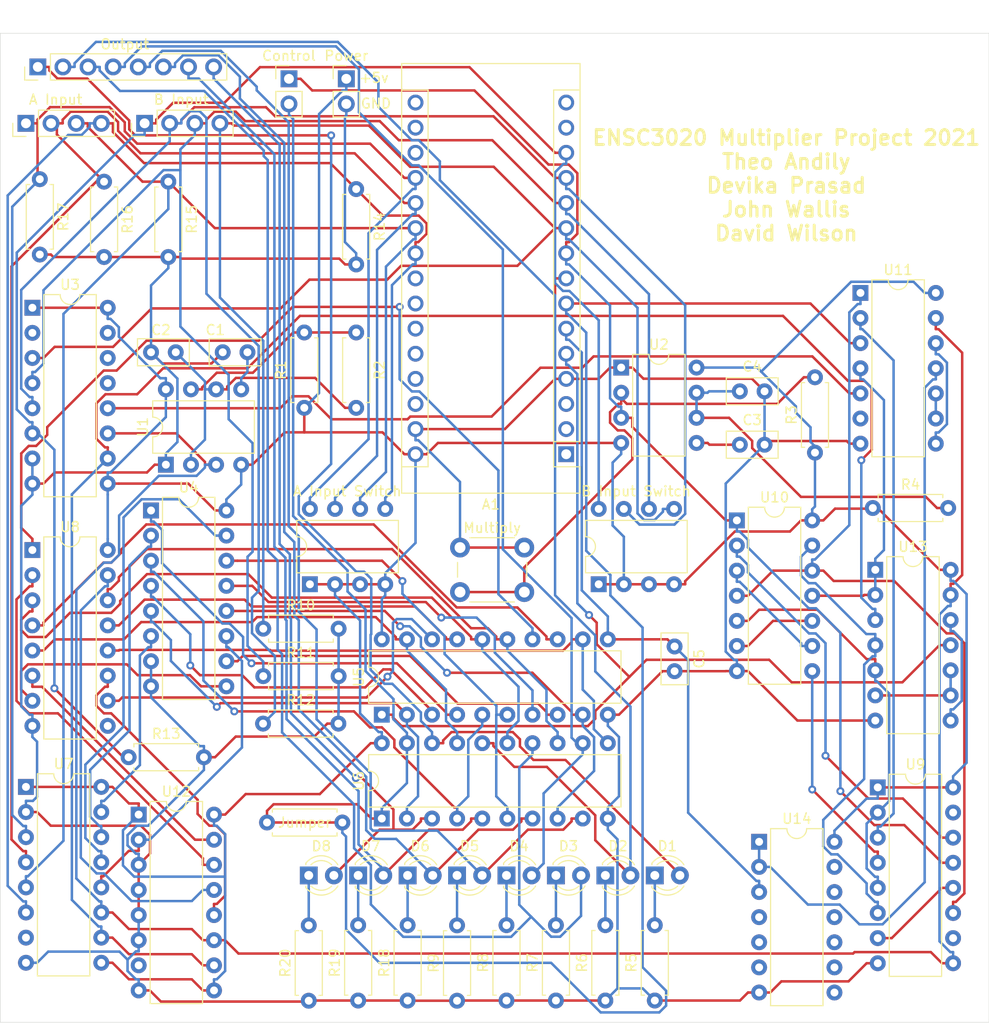
<source format=kicad_pcb>
(kicad_pcb (version 20171130) (host pcbnew "(5.1.10)-1")
  (layers (0 F.Cu signal) (31 B.Cu signal) (34 B.Paste user) (35 F.Paste user) (36 B.SilkS user) (37 F.SilkS user) (38 B.Mask user) (39 F.Mask user) (44 Edge.Cuts user))
  (net 0 "")
  (net 1 GND)
  (net 2 "Net-(C1-Pad1)")
  (net 3 "Net-(C2-Pad1)")
  (net 4 "Net-(C3-Pad1)")
  (net 5 "Net-(C4-Pad1)")
  (net 6 "Net-(D1-Pad1)")
  (net 7 "Net-(D2-Pad1)")
  (net 8 "Net-(D3-Pad1)")
  (net 9 "Net-(D4-Pad1)")
  (net 10 "Net-(D5-Pad1)")
  (net 11 "Net-(D6-Pad1)")
  (net 12 "Net-(D7-Pad1)")
  (net 13 "Net-(D8-Pad1)")
  (net 14 "Net-(R1-Pad2)")
  (net 15 +5V)
  (net 16 "Net-(R3-Pad2)")
  (net 17 /A3)
  (net 18 /A2)
  (net 19 /A1)
  (net 20 /A0)
  (net 21 /B3)
  (net 22 /B2)
  (net 23 /B1)
  (net 24 /B0)
  (net 25 /CLK)
  (net 26 /Go)
  (net 27 "Net-(U3-Pad15)")
  (net 28 "Net-(U3-Pad14)")
  (net 29 "Net-(U3-Pad13)")
  (net 30 /Astatus)
  (net 31 /~Ashift~\Load)
  (net 32 "Net-(U3-Pad2)")
  (net 33 /Bout2)
  (net 34 /Acc2)
  (net 35 /Bout0)
  (net 36 "Net-(U4-Pad13)")
  (net 37 /Acc0)
  (net 38 /Acc3)
  (net 39 "Net-(U4-Pad4)")
  (net 40 /Bout3)
  (net 41 /Acc1)
  (net 42 "Net-(U4-Pad10)")
  (net 43 /Bout1)
  (net 44 "Net-(U4-Pad9)")
  (net 45 "Net-(U4-Pad1)")
  (net 46 /Acc7)
  (net 47 "Net-(U5-Pad18)")
  (net 48 "Net-(U5-Pad17)")
  (net 49 /Acc6)
  (net 50 /Acc5)
  (net 51 "Net-(U5-Pad14)")
  (net 52 "Net-(U5-Pad13)")
  (net 53 /Acc4)
  (net 54 /AccCLK)
  (net 55 /~Reset)
  (net 56 /~DSP)
  (net 57 "Net-(U7-Pad7)")
  (net 58 /Bout6)
  (net 59 /Bout4)
  (net 60 /Bout7)
  (net 61 /Bout5)
  (net 62 "Net-(U8-Pad9)")
  (net 63 "Net-(U9-Pad15)")
  (net 64 /State1)
  (net 65 /~GoDetect)
  (net 66 /~State1)
  (net 67 /State0)
  (net 68 /PreState0)
  (net 69 /~State2)
  (net 70 /~State0)
  (net 71 /State2)
  (net 72 /~S2~nQ0)
  (net 73 /Acc_Load_En)
  (net 74 /~GoEdge)
  (net 75 /~Load~)
  (net 76 /Load)
  (net 77 /~AccCLK)
  (net 78 /~Load)
  (net 79 "Net-(U12-Pad7)")
  (net 80 /~Q1~nQ0)
  (net 81 /ResetFlag)
  (net 82 "Net-(A1-Pad16)")
  (net 83 "Net-(A1-Pad15)")
  (net 84 "Net-(A1-Pad14)")
  (net 85 "Net-(A1-Pad28)")
  (net 86 "Net-(A1-Pad27)")
  (net 87 "Net-(A1-Pad26)")
  (net 88 "Net-(A1-Pad25)")
  (net 89 "Net-(A1-Pad24)")
  (net 90 "Net-(A1-Pad23)")
  (net 91 "Net-(A1-Pad3)")
  (net 92 "Net-(A1-Pad18)")
  (net 93 "Net-(A1-Pad2)")
  (net 94 "Net-(A1-Pad17)")
  (net 95 "Net-(A1-Pad1)")
  (net 96 /Out0)
  (net 97 /Out1)
  (net 98 /Out2)
  (net 99 /Out3)
  (net 100 /Out4)
  (net 101 /Out5)
  (net 102 /Out6)
  (net 103 /Out7)
  (net 104 /~DSP1)
  (module MountingHole:MountingHole_3.2mm_M3 (layer F.Cu) (at 175 78)
    (fp_text reference REF1 hide)
    (fp_text value MountingHole_3.2mm_M3)
    (pad 1 np_thru_hole circle (at 0 0) (size 3.2 3.2) (drill 3.2) (layers *.Cu *.Mask))
  )
  (module MountingHole:MountingHole_3.2mm_M3 (layer F.Cu) (at 125 78)
    (fp_text reference REF4 hide)
    (fp_text value MountingHole_3.2mm_M3)
    (pad 1 np_thru_hole circle (at 0 0) (size 3.2 3.2) (drill 3.2) (layers *.Cu *.Mask))
  )
  (module MountingHole:MountingHole_3.2mm_M3 (layer F.Cu) (at 175 128)
    (fp_text reference REF2 hide)
    (fp_text value MountingHole_3.2mm_M3)
    (pad 1 np_thru_hole circle (at 0 0) (size 3.2 3.2) (drill 3.2) (layers *.Cu *.Mask))
  )
  (module MountingHole:MountingHole_3.2mm_M3 (layer F.Cu) (at 125 128)
    (fp_text reference REF3 hide)
    (fp_text value MountingHole_3.2mm_M3)
    (pad 1 np_thru_hole circle (at 0 0) (size 3.2 3.2) (drill 3.2) (layers *.Cu *.Mask))
  )
  (module Connector_PinHeader_2.54mm:PinHeader_1x02_P2.54mm_Vertical (layer F.Cu) (at 135 57.6)
    (fp_text reference Power (at 0 -2.33) (layer F.SilkS))
    (fp_text value Conn_01x02_Male)
    (pad 2 thru_hole oval (at 0 2.54) (size 1.7 1.7) (drill 1) (layers *.Cu *.Mask) (net 1 GND))
    (pad 1 thru_hole rect (at 0 0) (size 1.7 1.7) (drill 1) (layers *.Cu *.Mask) (net 15 +5V))
  )
  (module Resistor_THT:R_Axial_DIN0207_L6.3mm_D2.5mm_P7.62mm_Horizontal (layer F.Cu) (at 126.98 132.8)
    (fp_text reference Jumper (at 3.81 0) (layer F.SilkS))
    (fp_text value R)
    (pad 2 thru_hole oval (at 7.62 0) (size 1.6 1.6) (drill 0.8) (layers *.Cu *.Mask) (net 56 /~DSP))
    (pad 1 thru_hole circle (at 0 0) (size 1.6 1.6) (drill 0.8) (layers *.Cu *.Mask) (net 104 /~DSP1))
  )
  (module Connector_PinHeader_2.54mm:PinHeader_1x02_P2.54mm_Vertical (layer F.Cu) (at 129.2 57.6)
    (fp_text reference Control (at 0 -2.33) (layer F.SilkS))
    (fp_text value Conn_01x02_Male)
    (pad 2 thru_hole oval (at 0 2.54) (size 1.7 1.7) (drill 1) (layers *.Cu *.Mask) (net 104 /~DSP1))
    (pad 1 thru_hole rect (at 0 0) (size 1.7 1.7) (drill 1) (layers *.Cu *.Mask) (net 26 /Go))
  )
  (module Connector_PinHeader_2.54mm:PinHeader_1x08_P2.54mm_Vertical (layer F.Cu) (at 103.8 56.4 90)
    (fp_text reference Output (at 2.3 8.8 180) (layer F.SilkS))
    (fp_text value Conn_01x08_Male)
    (pad 8 thru_hole oval (at 0 17.78 90) (size 1.7 1.7) (drill 1) (layers *.Cu *.Mask) (net 103 /Out7))
    (pad 7 thru_hole oval (at 0 15.24 90) (size 1.7 1.7) (drill 1) (layers *.Cu *.Mask) (net 102 /Out6))
    (pad 6 thru_hole oval (at 0 12.7 90) (size 1.7 1.7) (drill 1) (layers *.Cu *.Mask) (net 101 /Out5))
    (pad 5 thru_hole oval (at 0 10.16 90) (size 1.7 1.7) (drill 1) (layers *.Cu *.Mask) (net 100 /Out4))
    (pad 4 thru_hole oval (at 0 7.62 90) (size 1.7 1.7) (drill 1) (layers *.Cu *.Mask) (net 99 /Out3))
    (pad 3 thru_hole oval (at 0 5.08 90) (size 1.7 1.7) (drill 1) (layers *.Cu *.Mask) (net 98 /Out2))
    (pad 2 thru_hole oval (at 0 2.54 90) (size 1.7 1.7) (drill 1) (layers *.Cu *.Mask) (net 97 /Out1))
    (pad 1 thru_hole rect (at 0 0 90) (size 1.7 1.7) (drill 1) (layers *.Cu *.Mask) (net 96 /Out0))
  )
  (module Connector_PinHeader_2.54mm:PinHeader_1x04_P2.54mm_Vertical (layer F.Cu) (at 102.6 62.1 90)
    (fp_text reference "A Input" (at 2.4 3 180) (layer F.SilkS))
    (fp_text value Conn_01x04_Male)
    (pad 4 thru_hole oval (at 0 7.62 90) (size 1.7 1.7) (drill 1) (layers *.Cu *.Mask) (net 21 /B3))
    (pad 3 thru_hole oval (at 0 5.08 90) (size 1.7 1.7) (drill 1) (layers *.Cu *.Mask) (net 22 /B2))
    (pad 2 thru_hole oval (at 0 2.54 90) (size 1.7 1.7) (drill 1) (layers *.Cu *.Mask) (net 23 /B1))
    (pad 1 thru_hole rect (at 0 0 90) (size 1.7 1.7) (drill 1) (layers *.Cu *.Mask) (net 24 /B0))
  )
  (module Connector_PinHeader_2.54mm:PinHeader_1x04_P2.54mm_Vertical (layer F.Cu) (at 114.6 62.1 90)
    (fp_text reference "B Input" (at 2.4 3.7 180) (layer F.SilkS))
    (fp_text value Conn_01x04_Male)
    (pad 4 thru_hole oval (at 0 7.62 90) (size 1.7 1.7) (drill 1) (layers *.Cu *.Mask) (net 17 /A3))
    (pad 3 thru_hole oval (at 0 5.08 90) (size 1.7 1.7) (drill 1) (layers *.Cu *.Mask) (net 18 /A2))
    (pad 2 thru_hole oval (at 0 2.54 90) (size 1.7 1.7) (drill 1) (layers *.Cu *.Mask) (net 19 /A1))
    (pad 1 thru_hole rect (at 0 0 90) (size 1.7 1.7) (drill 1) (layers *.Cu *.Mask) (net 20 /A0))
  )
  (module Module:Arduino_Nano (layer F.Cu) (at 157.24 95.56 180)
    (fp_text reference A1 (at 7.62 -5.08) (layer F.SilkS))
    (fp_text value Arduino_Nano_Every)
    (pad 16 thru_hole oval (at 15.24 35.56 180) (size 1.6 1.6) (drill 1) (layers *.Cu *.Mask) (net 82 "Net-(A1-Pad16)"))
    (pad 15 thru_hole oval (at 0 35.56 180) (size 1.6 1.6) (drill 1) (layers *.Cu *.Mask) (net 83 "Net-(A1-Pad15)"))
    (pad 30 thru_hole oval (at 15.24 0 180) (size 1.6 1.6) (drill 1) (layers *.Cu *.Mask) (net 15 +5V))
    (pad 14 thru_hole oval (at 0 33.02 180) (size 1.6 1.6) (drill 1) (layers *.Cu *.Mask) (net 84 "Net-(A1-Pad14)"))
    (pad 29 thru_hole oval (at 15.24 2.54 180) (size 1.6 1.6) (drill 1) (layers *.Cu *.Mask) (net 1 GND))
    (pad 13 thru_hole oval (at 0 30.48 180) (size 1.6 1.6) (drill 1) (layers *.Cu *.Mask) (net 20 /A0))
    (pad 28 thru_hole oval (at 15.24 5.08 180) (size 1.6 1.6) (drill 1) (layers *.Cu *.Mask) (net 85 "Net-(A1-Pad28)"))
    (pad 12 thru_hole oval (at 0 27.94 180) (size 1.6 1.6) (drill 1) (layers *.Cu *.Mask) (net 19 /A1))
    (pad 27 thru_hole oval (at 15.24 7.62 180) (size 1.6 1.6) (drill 1) (layers *.Cu *.Mask) (net 86 "Net-(A1-Pad27)"))
    (pad 11 thru_hole oval (at 0 25.4 180) (size 1.6 1.6) (drill 1) (layers *.Cu *.Mask) (net 18 /A2))
    (pad 26 thru_hole oval (at 15.24 10.16 180) (size 1.6 1.6) (drill 1) (layers *.Cu *.Mask) (net 87 "Net-(A1-Pad26)"))
    (pad 10 thru_hole oval (at 0 22.86 180) (size 1.6 1.6) (drill 1) (layers *.Cu *.Mask) (net 17 /A3))
    (pad 25 thru_hole oval (at 15.24 12.7 180) (size 1.6 1.6) (drill 1) (layers *.Cu *.Mask) (net 88 "Net-(A1-Pad25)"))
    (pad 9 thru_hole oval (at 0 20.32 180) (size 1.6 1.6) (drill 1) (layers *.Cu *.Mask) (net 26 /Go))
    (pad 24 thru_hole oval (at 15.24 15.24 180) (size 1.6 1.6) (drill 1) (layers *.Cu *.Mask) (net 89 "Net-(A1-Pad24)"))
    (pad 8 thru_hole oval (at 0 17.78 180) (size 1.6 1.6) (drill 1) (layers *.Cu *.Mask) (net 31 /~Ashift~\Load))
    (pad 23 thru_hole oval (at 15.24 17.78 180) (size 1.6 1.6) (drill 1) (layers *.Cu *.Mask) (net 90 "Net-(A1-Pad23)"))
    (pad 7 thru_hole oval (at 0 15.24 180) (size 1.6 1.6) (drill 1) (layers *.Cu *.Mask) (net 56 /~DSP))
    (pad 22 thru_hole oval (at 15.24 20.32 180) (size 1.6 1.6) (drill 1) (layers *.Cu *.Mask) (net 21 /B3))
    (pad 6 thru_hole oval (at 0 12.7 180) (size 1.6 1.6) (drill 1) (layers *.Cu *.Mask) (net 54 /AccCLK))
    (pad 21 thru_hole oval (at 15.24 22.86 180) (size 1.6 1.6) (drill 1) (layers *.Cu *.Mask) (net 22 /B2))
    (pad 5 thru_hole oval (at 0 10.16 180) (size 1.6 1.6) (drill 1) (layers *.Cu *.Mask) (net 55 /~Reset))
    (pad 20 thru_hole oval (at 15.24 25.4 180) (size 1.6 1.6) (drill 1) (layers *.Cu *.Mask) (net 23 /B1))
    (pad 4 thru_hole oval (at 0 7.62 180) (size 1.6 1.6) (drill 1) (layers *.Cu *.Mask) (net 1 GND))
    (pad 19 thru_hole oval (at 15.24 27.94 180) (size 1.6 1.6) (drill 1) (layers *.Cu *.Mask) (net 24 /B0))
    (pad 3 thru_hole oval (at 0 5.08 180) (size 1.6 1.6) (drill 1) (layers *.Cu *.Mask) (net 91 "Net-(A1-Pad3)"))
    (pad 18 thru_hole oval (at 15.24 30.48 180) (size 1.6 1.6) (drill 1) (layers *.Cu *.Mask) (net 92 "Net-(A1-Pad18)"))
    (pad 2 thru_hole oval (at 0 2.54 180) (size 1.6 1.6) (drill 1) (layers *.Cu *.Mask) (net 93 "Net-(A1-Pad2)"))
    (pad 17 thru_hole oval (at 15.24 33.02 180) (size 1.6 1.6) (drill 1) (layers *.Cu *.Mask) (net 94 "Net-(A1-Pad17)"))
    (pad 1 thru_hole rect (at 0 0 180) (size 1.6 1.6) (drill 1) (layers *.Cu *.Mask) (net 95 "Net-(A1-Pad1)"))
  )
  (module Package_DIP:DIP-8_W7.62mm (layer F.Cu) (at 131.318 108.712 90)
    (fp_text reference "A Input Switch" (at 9.412 3.782 180) (layer F.SilkS))
    (fp_text value SW_DIP_x04)
    (pad 8 thru_hole oval (at 7.62 0 90) (size 1.6 1.6) (drill 0.8) (layers *.Cu *.Mask) (net 24 /B0))
    (pad 4 thru_hole oval (at 0 7.62 90) (size 1.6 1.6) (drill 0.8) (layers *.Cu *.Mask) (net 15 +5V))
    (pad 7 thru_hole oval (at 7.62 2.54 90) (size 1.6 1.6) (drill 0.8) (layers *.Cu *.Mask) (net 23 /B1))
    (pad 3 thru_hole oval (at 0 5.08 90) (size 1.6 1.6) (drill 0.8) (layers *.Cu *.Mask) (net 15 +5V))
    (pad 6 thru_hole oval (at 7.62 5.08 90) (size 1.6 1.6) (drill 0.8) (layers *.Cu *.Mask) (net 22 /B2))
    (pad 2 thru_hole oval (at 0 2.54 90) (size 1.6 1.6) (drill 0.8) (layers *.Cu *.Mask) (net 15 +5V))
    (pad 5 thru_hole oval (at 7.62 7.62 90) (size 1.6 1.6) (drill 0.8) (layers *.Cu *.Mask) (net 21 /B3))
    (pad 1 thru_hole rect (at 0 0 90) (size 1.6 1.6) (drill 0.8) (layers *.Cu *.Mask) (net 15 +5V))
  )
  (module Package_DIP:DIP-8_W7.62mm (layer F.Cu) (at 160.528 108.712 90)
    (fp_text reference "B Input Switch" (at 9.412 3.772 180) (layer F.SilkS))
    (fp_text value SW_DIP_x04)
    (pad 8 thru_hole oval (at 7.62 0 90) (size 1.6 1.6) (drill 0.8) (layers *.Cu *.Mask) (net 20 /A0))
    (pad 4 thru_hole oval (at 0 7.62 90) (size 1.6 1.6) (drill 0.8) (layers *.Cu *.Mask) (net 15 +5V))
    (pad 7 thru_hole oval (at 7.62 2.54 90) (size 1.6 1.6) (drill 0.8) (layers *.Cu *.Mask) (net 19 /A1))
    (pad 3 thru_hole oval (at 0 5.08 90) (size 1.6 1.6) (drill 0.8) (layers *.Cu *.Mask) (net 15 +5V))
    (pad 6 thru_hole oval (at 7.62 5.08 90) (size 1.6 1.6) (drill 0.8) (layers *.Cu *.Mask) (net 18 /A2))
    (pad 2 thru_hole oval (at 0 2.54 90) (size 1.6 1.6) (drill 0.8) (layers *.Cu *.Mask) (net 15 +5V))
    (pad 5 thru_hole oval (at 7.62 7.62 90) (size 1.6 1.6) (drill 0.8) (layers *.Cu *.Mask) (net 17 /A3))
    (pad 1 thru_hole rect (at 0 0 90) (size 1.6 1.6) (drill 0.8) (layers *.Cu *.Mask) (net 15 +5V))
  )
  (module Capacitor_THT:C_Disc_D5.0mm_W2.5mm_P2.50mm (layer F.Cu) (at 168.2 115 270)
    (fp_text reference C5 (at 1.25 -2.5 90) (layer F.SilkS))
    (fp_text value 10n)
    (pad 2 thru_hole circle (at 2.5 0 270) (size 1.6 1.6) (drill 0.8) (layers *.Cu *.Mask) (net 1 GND))
    (pad 1 thru_hole circle (at 0 0 270) (size 1.6 1.6) (drill 0.8) (layers *.Cu *.Mask) (net 54 /AccCLK))
  )
  (module Package_DIP:DIP-14_W7.62mm (layer F.Cu) (at 176.75 134.75)
    (fp_text reference U14 (at 3.81 -2.33) (layer F.SilkS))
    (fp_text value 74HC00)
    (pad 14 thru_hole oval (at 7.62 0) (size 1.6 1.6) (drill 0.8) (layers *.Cu *.Mask) (net 15 +5V))
    (pad 7 thru_hole oval (at 0 15.24) (size 1.6 1.6) (drill 0.8) (layers *.Cu *.Mask) (net 1 GND))
    (pad 13 thru_hole oval (at 7.62 2.54) (size 1.6 1.6) (drill 0.8) (layers *.Cu *.Mask))
    (pad 6 thru_hole oval (at 0 12.7) (size 1.6 1.6) (drill 0.8) (layers *.Cu *.Mask))
    (pad 12 thru_hole oval (at 7.62 5.08) (size 1.6 1.6) (drill 0.8) (layers *.Cu *.Mask))
    (pad 5 thru_hole oval (at 0 10.16) (size 1.6 1.6) (drill 0.8) (layers *.Cu *.Mask))
    (pad 11 thru_hole oval (at 7.62 7.62) (size 1.6 1.6) (drill 0.8) (layers *.Cu *.Mask))
    (pad 4 thru_hole oval (at 0 7.62) (size 1.6 1.6) (drill 0.8) (layers *.Cu *.Mask))
    (pad 10 thru_hole oval (at 7.62 10.16) (size 1.6 1.6) (drill 0.8) (layers *.Cu *.Mask))
    (pad 3 thru_hole oval (at 0 5.08) (size 1.6 1.6) (drill 0.8) (layers *.Cu *.Mask) (net 54 /AccCLK))
    (pad 9 thru_hole oval (at 7.62 12.7) (size 1.6 1.6) (drill 0.8) (layers *.Cu *.Mask))
    (pad 2 thru_hole oval (at 0 2.54) (size 1.6 1.6) (drill 0.8) (layers *.Cu *.Mask) (net 77 /~AccCLK))
    (pad 8 thru_hole oval (at 7.62 15.24) (size 1.6 1.6) (drill 0.8) (layers *.Cu *.Mask))
    (pad 1 thru_hole rect (at 0 0) (size 1.6 1.6) (drill 0.8) (layers *.Cu *.Mask) (net 77 /~AccCLK))
  )
  (module Package_DIP:DIP-14_W7.62mm (layer F.Cu) (at 188.5 107.25)
    (fp_text reference U13 (at 3.81 -2.33) (layer F.SilkS))
    (fp_text value 74HC00)
    (pad 14 thru_hole oval (at 7.62 0) (size 1.6 1.6) (drill 0.8) (layers *.Cu *.Mask) (net 15 +5V))
    (pad 7 thru_hole oval (at 0 15.24) (size 1.6 1.6) (drill 0.8) (layers *.Cu *.Mask) (net 1 GND))
    (pad 13 thru_hole oval (at 7.62 2.54) (size 1.6 1.6) (drill 0.8) (layers *.Cu *.Mask) (net 25 /CLK))
    (pad 6 thru_hole oval (at 0 12.7) (size 1.6 1.6) (drill 0.8) (layers *.Cu *.Mask) (net 80 /~Q1~nQ0))
    (pad 12 thru_hole oval (at 7.62 5.08) (size 1.6 1.6) (drill 0.8) (layers *.Cu *.Mask) (net 81 /ResetFlag))
    (pad 5 thru_hole oval (at 0 10.16) (size 1.6 1.6) (drill 0.8) (layers *.Cu *.Mask) (net 67 /State0))
    (pad 11 thru_hole oval (at 7.62 7.62) (size 1.6 1.6) (drill 0.8) (layers *.Cu *.Mask) (net 55 /~Reset))
    (pad 4 thru_hole oval (at 0 7.62) (size 1.6 1.6) (drill 0.8) (layers *.Cu *.Mask) (net 66 /~State1))
    (pad 10 thru_hole oval (at 7.62 10.16) (size 1.6 1.6) (drill 0.8) (layers *.Cu *.Mask) (net 80 /~Q1~nQ0))
    (pad 3 thru_hole oval (at 0 5.08) (size 1.6 1.6) (drill 0.8) (layers *.Cu *.Mask) (net 31 /~Ashift~\Load))
    (pad 9 thru_hole oval (at 7.62 12.7) (size 1.6 1.6) (drill 0.8) (layers *.Cu *.Mask) (net 80 /~Q1~nQ0))
    (pad 2 thru_hole oval (at 0 2.54) (size 1.6 1.6) (drill 0.8) (layers *.Cu *.Mask) (net 73 /Acc_Load_En))
    (pad 8 thru_hole oval (at 7.62 15.24) (size 1.6 1.6) (drill 0.8) (layers *.Cu *.Mask) (net 81 /ResetFlag))
    (pad 1 thru_hole rect (at 0 0) (size 1.6 1.6) (drill 0.8) (layers *.Cu *.Mask) (net 73 /Acc_Load_En))
  )
  (module Package_DIP:DIP-16_W7.62mm (layer F.Cu) (at 114 132)
    (fp_text reference U12 (at 3.81 -2.33) (layer F.SilkS))
    (fp_text value 74LS194)
    (pad 16 thru_hole oval (at 7.62 0) (size 1.6 1.6) (drill 0.8) (layers *.Cu *.Mask) (net 15 +5V))
    (pad 8 thru_hole oval (at 0 17.78) (size 1.6 1.6) (drill 0.8) (layers *.Cu *.Mask) (net 1 GND))
    (pad 15 thru_hole oval (at 7.62 2.54) (size 1.6 1.6) (drill 0.8) (layers *.Cu *.Mask) (net 59 /Bout4))
    (pad 7 thru_hole oval (at 0 15.24) (size 1.6 1.6) (drill 0.8) (layers *.Cu *.Mask) (net 79 "Net-(U12-Pad7)"))
    (pad 14 thru_hole oval (at 7.62 5.08) (size 1.6 1.6) (drill 0.8) (layers *.Cu *.Mask) (net 61 /Bout5))
    (pad 6 thru_hole oval (at 0 12.7) (size 1.6 1.6) (drill 0.8) (layers *.Cu *.Mask) (net 1 GND))
    (pad 13 thru_hole oval (at 7.62 7.62) (size 1.6 1.6) (drill 0.8) (layers *.Cu *.Mask) (net 58 /Bout6))
    (pad 5 thru_hole oval (at 0 10.16) (size 1.6 1.6) (drill 0.8) (layers *.Cu *.Mask) (net 1 GND))
    (pad 12 thru_hole oval (at 7.62 10.16) (size 1.6 1.6) (drill 0.8) (layers *.Cu *.Mask) (net 60 /Bout7))
    (pad 4 thru_hole oval (at 0 7.62) (size 1.6 1.6) (drill 0.8) (layers *.Cu *.Mask) (net 1 GND))
    (pad 11 thru_hole oval (at 7.62 12.7) (size 1.6 1.6) (drill 0.8) (layers *.Cu *.Mask) (net 25 /CLK))
    (pad 3 thru_hole oval (at 0 5.08) (size 1.6 1.6) (drill 0.8) (layers *.Cu *.Mask) (net 1 GND))
    (pad 10 thru_hole oval (at 7.62 15.24) (size 1.6 1.6) (drill 0.8) (layers *.Cu *.Mask) (net 31 /~Ashift~\Load))
    (pad 2 thru_hole oval (at 0 2.54) (size 1.6 1.6) (drill 0.8) (layers *.Cu *.Mask) (net 40 /Bout3))
    (pad 9 thru_hole oval (at 7.62 17.78) (size 1.6 1.6) (drill 0.8) (layers *.Cu *.Mask) (net 15 +5V))
    (pad 1 thru_hole rect (at 0 0) (size 1.6 1.6) (drill 0.8) (layers *.Cu *.Mask) (net 15 +5V))
  )
  (module Package_DIP:DIP-14_W7.62mm (layer F.Cu) (at 187 79.25)
    (fp_text reference U11 (at 3.81 -2.33) (layer F.SilkS))
    (fp_text value 74HC00)
    (pad 14 thru_hole oval (at 7.62 0) (size 1.6 1.6) (drill 0.8) (layers *.Cu *.Mask) (net 15 +5V))
    (pad 7 thru_hole oval (at 0 15.24) (size 1.6 1.6) (drill 0.8) (layers *.Cu *.Mask) (net 1 GND))
    (pad 13 thru_hole oval (at 7.62 2.54) (size 1.6 1.6) (drill 0.8) (layers *.Cu *.Mask) (net 25 /CLK))
    (pad 6 thru_hole oval (at 0 12.7) (size 1.6 1.6) (drill 0.8) (layers *.Cu *.Mask) (net 75 /~Load~))
    (pad 12 thru_hole oval (at 7.62 5.08) (size 1.6 1.6) (drill 0.8) (layers *.Cu *.Mask) (net 76 /Load))
    (pad 5 thru_hole oval (at 0 10.16) (size 1.6 1.6) (drill 0.8) (layers *.Cu *.Mask) (net 30 /Astatus))
    (pad 11 thru_hole oval (at 7.62 7.62) (size 1.6 1.6) (drill 0.8) (layers *.Cu *.Mask) (net 77 /~AccCLK))
    (pad 4 thru_hole oval (at 0 7.62) (size 1.6 1.6) (drill 0.8) (layers *.Cu *.Mask) (net 73 /Acc_Load_En))
    (pad 10 thru_hole oval (at 7.62 10.16) (size 1.6 1.6) (drill 0.8) (layers *.Cu *.Mask) (net 78 /~Load))
    (pad 3 thru_hole oval (at 0 5.08) (size 1.6 1.6) (drill 0.8) (layers *.Cu *.Mask) (net 56 /~DSP))
    (pad 9 thru_hole oval (at 7.62 12.7) (size 1.6 1.6) (drill 0.8) (layers *.Cu *.Mask) (net 78 /~Load))
    (pad 2 thru_hole oval (at 0 2.54) (size 1.6 1.6) (drill 0.8) (layers *.Cu *.Mask) (net 70 /~State0))
    (pad 8 thru_hole oval (at 7.62 15.24) (size 1.6 1.6) (drill 0.8) (layers *.Cu *.Mask) (net 76 /Load))
    (pad 1 thru_hole rect (at 0 0) (size 1.6 1.6) (drill 0.8) (layers *.Cu *.Mask) (net 69 /~State2))
  )
  (module Package_DIP:DIP-14_W7.62mm (layer F.Cu) (at 174.5 102.25)
    (fp_text reference U10 (at 3.81 -2.33) (layer F.SilkS))
    (fp_text value 74HC00)
    (pad 14 thru_hole oval (at 7.62 0) (size 1.6 1.6) (drill 0.8) (layers *.Cu *.Mask) (net 15 +5V))
    (pad 7 thru_hole oval (at 0 15.24) (size 1.6 1.6) (drill 0.8) (layers *.Cu *.Mask) (net 1 GND))
    (pad 13 thru_hole oval (at 7.62 2.54) (size 1.6 1.6) (drill 0.8) (layers *.Cu *.Mask) (net 66 /~State1))
    (pad 6 thru_hole oval (at 0 12.7) (size 1.6 1.6) (drill 0.8) (layers *.Cu *.Mask) (net 72 /~S2~nQ0))
    (pad 12 thru_hole oval (at 7.62 5.08) (size 1.6 1.6) (drill 0.8) (layers *.Cu *.Mask) (net 69 /~State2))
    (pad 5 thru_hole oval (at 0 10.16) (size 1.6 1.6) (drill 0.8) (layers *.Cu *.Mask) (net 67 /State0))
    (pad 11 thru_hole oval (at 7.62 7.62) (size 1.6 1.6) (drill 0.8) (layers *.Cu *.Mask) (net 73 /Acc_Load_En))
    (pad 4 thru_hole oval (at 0 7.62) (size 1.6 1.6) (drill 0.8) (layers *.Cu *.Mask) (net 69 /~State2))
    (pad 10 thru_hole oval (at 7.62 10.16) (size 1.6 1.6) (drill 0.8) (layers *.Cu *.Mask) (net 72 /~S2~nQ0))
    (pad 3 thru_hole oval (at 0 5.08) (size 1.6 1.6) (drill 0.8) (layers *.Cu *.Mask) (net 74 /~GoEdge))
    (pad 9 thru_hole oval (at 7.62 12.7) (size 1.6 1.6) (drill 0.8) (layers *.Cu *.Mask) (net 74 /~GoEdge))
    (pad 2 thru_hole oval (at 0 2.54) (size 1.6 1.6) (drill 0.8) (layers *.Cu *.Mask) (net 65 /~GoDetect))
    (pad 8 thru_hole oval (at 7.62 15.24) (size 1.6 1.6) (drill 0.8) (layers *.Cu *.Mask) (net 68 /PreState0))
    (pad 1 thru_hole rect (at 0 0) (size 1.6 1.6) (drill 0.8) (layers *.Cu *.Mask) (net 26 /Go))
  )
  (module Package_DIP:DIP-16_W7.62mm (layer F.Cu) (at 188.75 129.25)
    (fp_text reference U9 (at 3.81 -2.33) (layer F.SilkS))
    (fp_text value 74LS175)
    (pad 16 thru_hole oval (at 7.62 0) (size 1.6 1.6) (drill 0.8) (layers *.Cu *.Mask) (net 15 +5V))
    (pad 8 thru_hole oval (at 0 17.78) (size 1.6 1.6) (drill 0.8) (layers *.Cu *.Mask) (net 1 GND))
    (pad 15 thru_hole oval (at 7.62 2.54) (size 1.6 1.6) (drill 0.8) (layers *.Cu *.Mask) (net 63 "Net-(U9-Pad15)"))
    (pad 7 thru_hole oval (at 0 15.24) (size 1.6 1.6) (drill 0.8) (layers *.Cu *.Mask) (net 64 /State1))
    (pad 14 thru_hole oval (at 7.62 5.08) (size 1.6 1.6) (drill 0.8) (layers *.Cu *.Mask) (net 65 /~GoDetect))
    (pad 6 thru_hole oval (at 0 12.7) (size 1.6 1.6) (drill 0.8) (layers *.Cu *.Mask) (net 66 /~State1))
    (pad 13 thru_hole oval (at 7.62 7.62) (size 1.6 1.6) (drill 0.8) (layers *.Cu *.Mask) (net 26 /Go))
    (pad 5 thru_hole oval (at 0 10.16) (size 1.6 1.6) (drill 0.8) (layers *.Cu *.Mask) (net 67 /State0))
    (pad 12 thru_hole oval (at 7.62 10.16) (size 1.6 1.6) (drill 0.8) (layers *.Cu *.Mask) (net 64 /State1))
    (pad 4 thru_hole oval (at 0 7.62) (size 1.6 1.6) (drill 0.8) (layers *.Cu *.Mask) (net 68 /PreState0))
    (pad 11 thru_hole oval (at 7.62 12.7) (size 1.6 1.6) (drill 0.8) (layers *.Cu *.Mask) (net 69 /~State2))
    (pad 3 thru_hole oval (at 0 5.08) (size 1.6 1.6) (drill 0.8) (layers *.Cu *.Mask) (net 70 /~State0))
    (pad 10 thru_hole oval (at 7.62 15.24) (size 1.6 1.6) (drill 0.8) (layers *.Cu *.Mask) (net 71 /State2))
    (pad 2 thru_hole oval (at 0 2.54) (size 1.6 1.6) (drill 0.8) (layers *.Cu *.Mask) (net 67 /State0))
    (pad 9 thru_hole oval (at 7.62 17.78) (size 1.6 1.6) (drill 0.8) (layers *.Cu *.Mask) (net 25 /CLK))
    (pad 1 thru_hole rect (at 0 0) (size 1.6 1.6) (drill 0.8) (layers *.Cu *.Mask) (net 15 +5V))
  )
  (module Package_DIP:DIP-16_W7.62mm (layer F.Cu) (at 103.25 105.25)
    (fp_text reference U8 (at 3.81 -2.33) (layer F.SilkS))
    (fp_text value 74LS283)
    (pad 16 thru_hole oval (at 7.62 0) (size 1.6 1.6) (drill 0.8) (layers *.Cu *.Mask) (net 15 +5V))
    (pad 8 thru_hole oval (at 0 17.78) (size 1.6 1.6) (drill 0.8) (layers *.Cu *.Mask) (net 1 GND))
    (pad 15 thru_hole oval (at 7.62 2.54) (size 1.6 1.6) (drill 0.8) (layers *.Cu *.Mask) (net 58 /Bout6))
    (pad 7 thru_hole oval (at 0 15.24) (size 1.6 1.6) (drill 0.8) (layers *.Cu *.Mask) (net 44 "Net-(U4-Pad9)"))
    (pad 14 thru_hole oval (at 7.62 5.08) (size 1.6 1.6) (drill 0.8) (layers *.Cu *.Mask) (net 50 /Acc5))
    (pad 6 thru_hole oval (at 0 12.7) (size 1.6 1.6) (drill 0.8) (layers *.Cu *.Mask) (net 59 /Bout4))
    (pad 13 thru_hole oval (at 7.62 7.62) (size 1.6 1.6) (drill 0.8) (layers *.Cu *.Mask) (net 48 "Net-(U5-Pad17)"))
    (pad 5 thru_hole oval (at 0 10.16) (size 1.6 1.6) (drill 0.8) (layers *.Cu *.Mask) (net 46 /Acc7))
    (pad 12 thru_hole oval (at 7.62 10.16) (size 1.6 1.6) (drill 0.8) (layers *.Cu *.Mask) (net 53 /Acc4))
    (pad 4 thru_hole oval (at 0 7.62) (size 1.6 1.6) (drill 0.8) (layers *.Cu *.Mask) (net 52 "Net-(U5-Pad13)"))
    (pad 11 thru_hole oval (at 7.62 12.7) (size 1.6 1.6) (drill 0.8) (layers *.Cu *.Mask) (net 60 /Bout7))
    (pad 3 thru_hole oval (at 0 5.08) (size 1.6 1.6) (drill 0.8) (layers *.Cu *.Mask) (net 49 /Acc6))
    (pad 10 thru_hole oval (at 7.62 15.24) (size 1.6 1.6) (drill 0.8) (layers *.Cu *.Mask) (net 47 "Net-(U5-Pad18)"))
    (pad 2 thru_hole oval (at 0 2.54) (size 1.6 1.6) (drill 0.8) (layers *.Cu *.Mask) (net 61 /Bout5))
    (pad 9 thru_hole oval (at 7.62 17.78) (size 1.6 1.6) (drill 0.8) (layers *.Cu *.Mask) (net 62 "Net-(U8-Pad9)"))
    (pad 1 thru_hole rect (at 0 0) (size 1.6 1.6) (drill 0.8) (layers *.Cu *.Mask) (net 51 "Net-(U5-Pad14)"))
  )
  (module Package_DIP:DIP-16_W7.62mm (layer F.Cu) (at 102.6 129.2)
    (fp_text reference U7 (at 3.81 -2.33) (layer F.SilkS))
    (fp_text value 74LS194)
    (pad 16 thru_hole oval (at 7.62 0) (size 1.6 1.6) (drill 0.8) (layers *.Cu *.Mask) (net 15 +5V))
    (pad 8 thru_hole oval (at 0 17.78) (size 1.6 1.6) (drill 0.8) (layers *.Cu *.Mask) (net 1 GND))
    (pad 15 thru_hole oval (at 7.62 2.54) (size 1.6 1.6) (drill 0.8) (layers *.Cu *.Mask) (net 35 /Bout0))
    (pad 7 thru_hole oval (at 0 15.24) (size 1.6 1.6) (drill 0.8) (layers *.Cu *.Mask) (net 57 "Net-(U7-Pad7)"))
    (pad 14 thru_hole oval (at 7.62 5.08) (size 1.6 1.6) (drill 0.8) (layers *.Cu *.Mask) (net 43 /Bout1))
    (pad 6 thru_hole oval (at 0 12.7) (size 1.6 1.6) (drill 0.8) (layers *.Cu *.Mask) (net 21 /B3))
    (pad 13 thru_hole oval (at 7.62 7.62) (size 1.6 1.6) (drill 0.8) (layers *.Cu *.Mask) (net 33 /Bout2))
    (pad 5 thru_hole oval (at 0 10.16) (size 1.6 1.6) (drill 0.8) (layers *.Cu *.Mask) (net 22 /B2))
    (pad 12 thru_hole oval (at 7.62 10.16) (size 1.6 1.6) (drill 0.8) (layers *.Cu *.Mask) (net 40 /Bout3))
    (pad 4 thru_hole oval (at 0 7.62) (size 1.6 1.6) (drill 0.8) (layers *.Cu *.Mask) (net 23 /B1))
    (pad 11 thru_hole oval (at 7.62 12.7) (size 1.6 1.6) (drill 0.8) (layers *.Cu *.Mask) (net 25 /CLK))
    (pad 3 thru_hole oval (at 0 5.08) (size 1.6 1.6) (drill 0.8) (layers *.Cu *.Mask) (net 24 /B0))
    (pad 10 thru_hole oval (at 7.62 15.24) (size 1.6 1.6) (drill 0.8) (layers *.Cu *.Mask) (net 31 /~Ashift~\Load))
    (pad 2 thru_hole oval (at 0 2.54) (size 1.6 1.6) (drill 0.8) (layers *.Cu *.Mask) (net 1 GND))
    (pad 9 thru_hole oval (at 7.62 17.78) (size 1.6 1.6) (drill 0.8) (layers *.Cu *.Mask) (net 15 +5V))
    (pad 1 thru_hole rect (at 0 0) (size 1.6 1.6) (drill 0.8) (layers *.Cu *.Mask) (net 15 +5V))
  )
  (module Package_DIP:DIP-20_W7.62mm (layer F.Cu) (at 138.59 132.4 90)
    (fp_text reference U6 (at 3.81 -2.33 90) (layer F.SilkS))
    (fp_text value 74LS244)
    (pad 20 thru_hole oval (at 7.62 0 90) (size 1.6 1.6) (drill 0.8) (layers *.Cu *.Mask) (net 15 +5V))
    (pad 10 thru_hole oval (at 0 22.86 90) (size 1.6 1.6) (drill 0.8) (layers *.Cu *.Mask) (net 1 GND))
    (pad 19 thru_hole oval (at 7.62 2.54 90) (size 1.6 1.6) (drill 0.8) (layers *.Cu *.Mask) (net 104 /~DSP1))
    (pad 9 thru_hole oval (at 0 20.32 90) (size 1.6 1.6) (drill 0.8) (layers *.Cu *.Mask) (net 100 /Out4))
    (pad 18 thru_hole oval (at 7.62 5.08 90) (size 1.6 1.6) (drill 0.8) (layers *.Cu *.Mask) (net 96 /Out0))
    (pad 8 thru_hole oval (at 0 17.78 90) (size 1.6 1.6) (drill 0.8) (layers *.Cu *.Mask) (net 38 /Acc3))
    (pad 17 thru_hole oval (at 7.62 7.62 90) (size 1.6 1.6) (drill 0.8) (layers *.Cu *.Mask) (net 46 /Acc7))
    (pad 7 thru_hole oval (at 0 15.24 90) (size 1.6 1.6) (drill 0.8) (layers *.Cu *.Mask) (net 101 /Out5))
    (pad 16 thru_hole oval (at 7.62 10.16 90) (size 1.6 1.6) (drill 0.8) (layers *.Cu *.Mask) (net 97 /Out1))
    (pad 6 thru_hole oval (at 0 12.7 90) (size 1.6 1.6) (drill 0.8) (layers *.Cu *.Mask) (net 34 /Acc2))
    (pad 15 thru_hole oval (at 7.62 12.7 90) (size 1.6 1.6) (drill 0.8) (layers *.Cu *.Mask) (net 49 /Acc6))
    (pad 5 thru_hole oval (at 0 10.16 90) (size 1.6 1.6) (drill 0.8) (layers *.Cu *.Mask) (net 102 /Out6))
    (pad 14 thru_hole oval (at 7.62 15.24 90) (size 1.6 1.6) (drill 0.8) (layers *.Cu *.Mask) (net 98 /Out2))
    (pad 4 thru_hole oval (at 0 7.62 90) (size 1.6 1.6) (drill 0.8) (layers *.Cu *.Mask) (net 41 /Acc1))
    (pad 13 thru_hole oval (at 7.62 17.78 90) (size 1.6 1.6) (drill 0.8) (layers *.Cu *.Mask) (net 50 /Acc5))
    (pad 3 thru_hole oval (at 0 5.08 90) (size 1.6 1.6) (drill 0.8) (layers *.Cu *.Mask) (net 103 /Out7))
    (pad 12 thru_hole oval (at 7.62 20.32 90) (size 1.6 1.6) (drill 0.8) (layers *.Cu *.Mask) (net 99 /Out3))
    (pad 2 thru_hole oval (at 0 2.54 90) (size 1.6 1.6) (drill 0.8) (layers *.Cu *.Mask) (net 37 /Acc0))
    (pad 11 thru_hole oval (at 7.62 22.86 90) (size 1.6 1.6) (drill 0.8) (layers *.Cu *.Mask) (net 53 /Acc4))
    (pad 1 thru_hole rect (at 0 0 90) (size 1.6 1.6) (drill 0.8) (layers *.Cu *.Mask) (net 104 /~DSP1))
  )
  (module Package_DIP:DIP-20_W7.62mm (layer F.Cu) (at 138.59 121.9 90)
    (fp_text reference U5 (at 3.81 -2.33 90) (layer F.SilkS))
    (fp_text value 74LS273)
    (pad 20 thru_hole oval (at 7.62 0 90) (size 1.6 1.6) (drill 0.8) (layers *.Cu *.Mask) (net 15 +5V))
    (pad 10 thru_hole oval (at 0 22.86 90) (size 1.6 1.6) (drill 0.8) (layers *.Cu *.Mask) (net 1 GND))
    (pad 19 thru_hole oval (at 7.62 2.54 90) (size 1.6 1.6) (drill 0.8) (layers *.Cu *.Mask) (net 46 /Acc7))
    (pad 9 thru_hole oval (at 0 20.32 90) (size 1.6 1.6) (drill 0.8) (layers *.Cu *.Mask) (net 38 /Acc3))
    (pad 18 thru_hole oval (at 7.62 5.08 90) (size 1.6 1.6) (drill 0.8) (layers *.Cu *.Mask) (net 47 "Net-(U5-Pad18)"))
    (pad 8 thru_hole oval (at 0 17.78 90) (size 1.6 1.6) (drill 0.8) (layers *.Cu *.Mask) (net 42 "Net-(U4-Pad10)"))
    (pad 17 thru_hole oval (at 7.62 7.62 90) (size 1.6 1.6) (drill 0.8) (layers *.Cu *.Mask) (net 48 "Net-(U5-Pad17)"))
    (pad 7 thru_hole oval (at 0 15.24 90) (size 1.6 1.6) (drill 0.8) (layers *.Cu *.Mask) (net 36 "Net-(U4-Pad13)"))
    (pad 16 thru_hole oval (at 7.62 10.16 90) (size 1.6 1.6) (drill 0.8) (layers *.Cu *.Mask) (net 49 /Acc6))
    (pad 6 thru_hole oval (at 0 12.7 90) (size 1.6 1.6) (drill 0.8) (layers *.Cu *.Mask) (net 34 /Acc2))
    (pad 15 thru_hole oval (at 7.62 12.7 90) (size 1.6 1.6) (drill 0.8) (layers *.Cu *.Mask) (net 50 /Acc5))
    (pad 5 thru_hole oval (at 0 10.16 90) (size 1.6 1.6) (drill 0.8) (layers *.Cu *.Mask) (net 41 /Acc1))
    (pad 14 thru_hole oval (at 7.62 15.24 90) (size 1.6 1.6) (drill 0.8) (layers *.Cu *.Mask) (net 51 "Net-(U5-Pad14)"))
    (pad 4 thru_hole oval (at 0 7.62 90) (size 1.6 1.6) (drill 0.8) (layers *.Cu *.Mask) (net 45 "Net-(U4-Pad1)"))
    (pad 13 thru_hole oval (at 7.62 17.78 90) (size 1.6 1.6) (drill 0.8) (layers *.Cu *.Mask) (net 52 "Net-(U5-Pad13)"))
    (pad 3 thru_hole oval (at 0 5.08 90) (size 1.6 1.6) (drill 0.8) (layers *.Cu *.Mask) (net 39 "Net-(U4-Pad4)"))
    (pad 12 thru_hole oval (at 7.62 20.32 90) (size 1.6 1.6) (drill 0.8) (layers *.Cu *.Mask) (net 53 /Acc4))
    (pad 2 thru_hole oval (at 0 2.54 90) (size 1.6 1.6) (drill 0.8) (layers *.Cu *.Mask) (net 37 /Acc0))
    (pad 11 thru_hole oval (at 7.62 22.86 90) (size 1.6 1.6) (drill 0.8) (layers *.Cu *.Mask) (net 54 /AccCLK))
    (pad 1 thru_hole rect (at 0 0 90) (size 1.6 1.6) (drill 0.8) (layers *.Cu *.Mask) (net 55 /~Reset))
  )
  (module Package_DIP:DIP-16_W7.62mm (layer F.Cu) (at 115.25 101.25)
    (fp_text reference U4 (at 3.81 -2.33) (layer F.SilkS))
    (fp_text value 74LS283)
    (pad 16 thru_hole oval (at 7.62 0) (size 1.6 1.6) (drill 0.8) (layers *.Cu *.Mask) (net 15 +5V))
    (pad 8 thru_hole oval (at 0 17.78) (size 1.6 1.6) (drill 0.8) (layers *.Cu *.Mask) (net 1 GND))
    (pad 15 thru_hole oval (at 7.62 2.54) (size 1.6 1.6) (drill 0.8) (layers *.Cu *.Mask) (net 33 /Bout2))
    (pad 7 thru_hole oval (at 0 15.24) (size 1.6 1.6) (drill 0.8) (layers *.Cu *.Mask) (net 1 GND))
    (pad 14 thru_hole oval (at 7.62 5.08) (size 1.6 1.6) (drill 0.8) (layers *.Cu *.Mask) (net 34 /Acc2))
    (pad 6 thru_hole oval (at 0 12.7) (size 1.6 1.6) (drill 0.8) (layers *.Cu *.Mask) (net 35 /Bout0))
    (pad 13 thru_hole oval (at 7.62 7.62) (size 1.6 1.6) (drill 0.8) (layers *.Cu *.Mask) (net 36 "Net-(U4-Pad13)"))
    (pad 5 thru_hole oval (at 0 10.16) (size 1.6 1.6) (drill 0.8) (layers *.Cu *.Mask) (net 37 /Acc0))
    (pad 12 thru_hole oval (at 7.62 10.16) (size 1.6 1.6) (drill 0.8) (layers *.Cu *.Mask) (net 38 /Acc3))
    (pad 4 thru_hole oval (at 0 7.62) (size 1.6 1.6) (drill 0.8) (layers *.Cu *.Mask) (net 39 "Net-(U4-Pad4)"))
    (pad 11 thru_hole oval (at 7.62 12.7) (size 1.6 1.6) (drill 0.8) (layers *.Cu *.Mask) (net 40 /Bout3))
    (pad 3 thru_hole oval (at 0 5.08) (size 1.6 1.6) (drill 0.8) (layers *.Cu *.Mask) (net 41 /Acc1))
    (pad 10 thru_hole oval (at 7.62 15.24) (size 1.6 1.6) (drill 0.8) (layers *.Cu *.Mask) (net 42 "Net-(U4-Pad10)"))
    (pad 2 thru_hole oval (at 0 2.54) (size 1.6 1.6) (drill 0.8) (layers *.Cu *.Mask) (net 43 /Bout1))
    (pad 9 thru_hole oval (at 7.62 17.78) (size 1.6 1.6) (drill 0.8) (layers *.Cu *.Mask) (net 44 "Net-(U4-Pad9)"))
    (pad 1 thru_hole rect (at 0 0) (size 1.6 1.6) (drill 0.8) (layers *.Cu *.Mask) (net 45 "Net-(U4-Pad1)"))
  )
  (module Package_DIP:DIP-16_W7.62mm (layer F.Cu) (at 103.25 80.75)
    (fp_text reference U3 (at 3.81 -2.33) (layer F.SilkS))
    (fp_text value 74LS194)
    (pad 16 thru_hole oval (at 7.62 0) (size 1.6 1.6) (drill 0.8) (layers *.Cu *.Mask) (net 15 +5V))
    (pad 8 thru_hole oval (at 0 17.78) (size 1.6 1.6) (drill 0.8) (layers *.Cu *.Mask) (net 1 GND))
    (pad 15 thru_hole oval (at 7.62 2.54) (size 1.6 1.6) (drill 0.8) (layers *.Cu *.Mask) (net 27 "Net-(U3-Pad15)"))
    (pad 7 thru_hole oval (at 0 15.24) (size 1.6 1.6) (drill 0.8) (layers *.Cu *.Mask) (net 1 GND))
    (pad 14 thru_hole oval (at 7.62 5.08) (size 1.6 1.6) (drill 0.8) (layers *.Cu *.Mask) (net 28 "Net-(U3-Pad14)"))
    (pad 6 thru_hole oval (at 0 12.7) (size 1.6 1.6) (drill 0.8) (layers *.Cu *.Mask) (net 20 /A0))
    (pad 13 thru_hole oval (at 7.62 7.62) (size 1.6 1.6) (drill 0.8) (layers *.Cu *.Mask) (net 29 "Net-(U3-Pad13)"))
    (pad 5 thru_hole oval (at 0 10.16) (size 1.6 1.6) (drill 0.8) (layers *.Cu *.Mask) (net 19 /A1))
    (pad 12 thru_hole oval (at 7.62 10.16) (size 1.6 1.6) (drill 0.8) (layers *.Cu *.Mask) (net 30 /Astatus))
    (pad 4 thru_hole oval (at 0 7.62) (size 1.6 1.6) (drill 0.8) (layers *.Cu *.Mask) (net 18 /A2))
    (pad 11 thru_hole oval (at 7.62 12.7) (size 1.6 1.6) (drill 0.8) (layers *.Cu *.Mask) (net 25 /CLK))
    (pad 3 thru_hole oval (at 0 5.08) (size 1.6 1.6) (drill 0.8) (layers *.Cu *.Mask) (net 17 /A3))
    (pad 10 thru_hole oval (at 7.62 15.24) (size 1.6 1.6) (drill 0.8) (layers *.Cu *.Mask) (net 31 /~Ashift~\Load))
    (pad 2 thru_hole oval (at 0 2.54) (size 1.6 1.6) (drill 0.8) (layers *.Cu *.Mask) (net 32 "Net-(U3-Pad2)"))
    (pad 9 thru_hole oval (at 7.62 17.78) (size 1.6 1.6) (drill 0.8) (layers *.Cu *.Mask) (net 15 +5V))
    (pad 1 thru_hole rect (at 0 0) (size 1.6 1.6) (drill 0.8) (layers *.Cu *.Mask) (net 15 +5V))
  )
  (module Package_DIP:DIP-8_W7.62mm (layer F.Cu) (at 162.8 86.8)
    (fp_text reference U2 (at 3.81 -2.33) (layer F.SilkS))
    (fp_text value NE555P)
    (pad 8 thru_hole oval (at 7.62 0) (size 1.6 1.6) (drill 0.8) (layers *.Cu *.Mask) (net 15 +5V))
    (pad 4 thru_hole oval (at 0 7.62) (size 1.6 1.6) (drill 0.8) (layers *.Cu *.Mask) (net 15 +5V))
    (pad 7 thru_hole oval (at 7.62 2.54) (size 1.6 1.6) (drill 0.8) (layers *.Cu *.Mask) (net 5 "Net-(C4-Pad1)"))
    (pad 3 thru_hole oval (at 0 5.08) (size 1.6 1.6) (drill 0.8) (layers *.Cu *.Mask) (net 26 /Go))
    (pad 6 thru_hole oval (at 7.62 5.08) (size 1.6 1.6) (drill 0.8) (layers *.Cu *.Mask) (net 5 "Net-(C4-Pad1)"))
    (pad 2 thru_hole oval (at 0 2.54) (size 1.6 1.6) (drill 0.8) (layers *.Cu *.Mask) (net 16 "Net-(R3-Pad2)"))
    (pad 5 thru_hole oval (at 7.62 7.62) (size 1.6 1.6) (drill 0.8) (layers *.Cu *.Mask) (net 4 "Net-(C3-Pad1)"))
    (pad 1 thru_hole rect (at 0 0) (size 1.6 1.6) (drill 0.8) (layers *.Cu *.Mask) (net 1 GND))
  )
  (module Package_DIP:DIP-8_W7.62mm (layer F.Cu) (at 116.75 96.62 90)
    (fp_text reference U1 (at 3.81 -2.33 90) (layer F.SilkS))
    (fp_text value NE555P)
    (pad 8 thru_hole oval (at 7.62 0 90) (size 1.6 1.6) (drill 0.8) (layers *.Cu *.Mask) (net 15 +5V))
    (pad 4 thru_hole oval (at 0 7.62 90) (size 1.6 1.6) (drill 0.8) (layers *.Cu *.Mask) (net 15 +5V))
    (pad 7 thru_hole oval (at 7.62 2.54 90) (size 1.6 1.6) (drill 0.8) (layers *.Cu *.Mask) (net 14 "Net-(R1-Pad2)"))
    (pad 3 thru_hole oval (at 0 5.08 90) (size 1.6 1.6) (drill 0.8) (layers *.Cu *.Mask) (net 25 /CLK))
    (pad 6 thru_hole oval (at 7.62 5.08 90) (size 1.6 1.6) (drill 0.8) (layers *.Cu *.Mask) (net 3 "Net-(C2-Pad1)"))
    (pad 2 thru_hole oval (at 0 2.54 90) (size 1.6 1.6) (drill 0.8) (layers *.Cu *.Mask) (net 3 "Net-(C2-Pad1)"))
    (pad 5 thru_hole oval (at 7.62 7.62 90) (size 1.6 1.6) (drill 0.8) (layers *.Cu *.Mask) (net 2 "Net-(C1-Pad1)"))
    (pad 1 thru_hole rect (at 0 0 90) (size 1.6 1.6) (drill 0.8) (layers *.Cu *.Mask) (net 1 GND))
  )
  (module Button_Switch_THT:SW_PUSH_6mm (layer F.Cu) (at 146.5 105)
    (fp_text reference Multiply (at 3.25 -2) (layer F.SilkS))
    (fp_text value SW_Push)
    (pad 1 thru_hole circle (at 6.5 0 90) (size 2 2) (drill 1.1) (layers *.Cu *.Mask) (net 1 GND))
    (pad 2 thru_hole circle (at 6.5 4.5 90) (size 2 2) (drill 1.1) (layers *.Cu *.Mask) (net 16 "Net-(R3-Pad2)"))
    (pad 1 thru_hole circle (at 0 0 90) (size 2 2) (drill 1.1) (layers *.Cu *.Mask) (net 1 GND))
    (pad 2 thru_hole circle (at 0 4.5 90) (size 2 2) (drill 1.1) (layers *.Cu *.Mask) (net 16 "Net-(R3-Pad2)"))
  )
  (module Resistor_THT:R_Axial_DIN0207_L6.3mm_D2.5mm_P7.62mm_Horizontal (layer F.Cu) (at 131.2 150.82 90)
    (fp_text reference R20 (at 3.81 -2.37 90) (layer F.SilkS))
    (fp_text value 330)
    (pad 2 thru_hole oval (at 7.62 0 90) (size 1.6 1.6) (drill 0.8) (layers *.Cu *.Mask) (net 13 "Net-(D8-Pad1)"))
    (pad 1 thru_hole circle (at 0 0 90) (size 1.6 1.6) (drill 0.8) (layers *.Cu *.Mask) (net 1 GND))
  )
  (module Resistor_THT:R_Axial_DIN0207_L6.3mm_D2.5mm_P7.62mm_Horizontal (layer F.Cu) (at 136.2 150.8 90)
    (fp_text reference R19 (at 3.81 -2.37 90) (layer F.SilkS))
    (fp_text value 330)
    (pad 2 thru_hole oval (at 7.62 0 90) (size 1.6 1.6) (drill 0.8) (layers *.Cu *.Mask) (net 12 "Net-(D7-Pad1)"))
    (pad 1 thru_hole circle (at 0 0 90) (size 1.6 1.6) (drill 0.8) (layers *.Cu *.Mask) (net 1 GND))
  )
  (module Resistor_THT:R_Axial_DIN0207_L6.3mm_D2.5mm_P7.62mm_Horizontal (layer F.Cu) (at 141.2 150.8 90)
    (fp_text reference R18 (at 3.81 -2.37 90) (layer F.SilkS))
    (fp_text value 330)
    (pad 2 thru_hole oval (at 7.62 0 90) (size 1.6 1.6) (drill 0.8) (layers *.Cu *.Mask) (net 11 "Net-(D6-Pad1)"))
    (pad 1 thru_hole circle (at 0 0 90) (size 1.6 1.6) (drill 0.8) (layers *.Cu *.Mask) (net 1 GND))
  )
  (module Resistor_THT:R_Axial_DIN0207_L6.3mm_D2.5mm_P7.62mm_Horizontal (layer F.Cu) (at 104 67.75 270)
    (fp_text reference R17 (at 3.81 -2.37 90) (layer F.SilkS))
    (fp_text value 1K)
    (pad 2 thru_hole oval (at 7.62 0 270) (size 1.6 1.6) (drill 0.8) (layers *.Cu *.Mask) (net 1 GND))
    (pad 1 thru_hole circle (at 0 0 270) (size 1.6 1.6) (drill 0.8) (layers *.Cu *.Mask) (net 24 /B0))
  )
  (module Resistor_THT:R_Axial_DIN0207_L6.3mm_D2.5mm_P7.62mm_Horizontal (layer F.Cu) (at 110.5 68 270)
    (fp_text reference R16 (at 3.81 -2.37 90) (layer F.SilkS))
    (fp_text value 1K)
    (pad 2 thru_hole oval (at 7.62 0 270) (size 1.6 1.6) (drill 0.8) (layers *.Cu *.Mask) (net 1 GND))
    (pad 1 thru_hole circle (at 0 0 270) (size 1.6 1.6) (drill 0.8) (layers *.Cu *.Mask) (net 23 /B1))
  )
  (module Resistor_THT:R_Axial_DIN0207_L6.3mm_D2.5mm_P7.62mm_Horizontal (layer F.Cu) (at 117 68 270)
    (fp_text reference R15 (at 3.81 -2.37 90) (layer F.SilkS))
    (fp_text value 1K)
    (pad 2 thru_hole oval (at 7.62 0 270) (size 1.6 1.6) (drill 0.8) (layers *.Cu *.Mask) (net 1 GND))
    (pad 1 thru_hole circle (at 0 0 270) (size 1.6 1.6) (drill 0.8) (layers *.Cu *.Mask) (net 22 /B2))
  )
  (module Resistor_THT:R_Axial_DIN0207_L6.3mm_D2.5mm_P7.62mm_Horizontal (layer F.Cu) (at 136 68.75 270)
    (fp_text reference R14 (at 3.81 -2.37 90) (layer F.SilkS))
    (fp_text value 1K)
    (pad 2 thru_hole oval (at 7.62 0 270) (size 1.6 1.6) (drill 0.8) (layers *.Cu *.Mask) (net 1 GND))
    (pad 1 thru_hole circle (at 0 0 270) (size 1.6 1.6) (drill 0.8) (layers *.Cu *.Mask) (net 21 /B3))
  )
  (module Resistor_THT:R_Axial_DIN0207_L6.3mm_D2.5mm_P7.62mm_Horizontal (layer F.Cu) (at 112.98 126.2)
    (fp_text reference R13 (at 3.81 -2.37) (layer F.SilkS))
    (fp_text value 1K)
    (pad 2 thru_hole oval (at 7.62 0) (size 1.6 1.6) (drill 0.8) (layers *.Cu *.Mask) (net 1 GND))
    (pad 1 thru_hole circle (at 0 0) (size 1.6 1.6) (drill 0.8) (layers *.Cu *.Mask) (net 20 /A0))
  )
  (module Resistor_THT:R_Axial_DIN0207_L6.3mm_D2.5mm_P7.62mm_Horizontal (layer F.Cu) (at 126.58 122.8)
    (fp_text reference R12 (at 3.81 -2.37) (layer F.SilkS))
    (fp_text value 1K)
    (pad 2 thru_hole oval (at 7.62 0) (size 1.6 1.6) (drill 0.8) (layers *.Cu *.Mask) (net 1 GND))
    (pad 1 thru_hole circle (at 0 0) (size 1.6 1.6) (drill 0.8) (layers *.Cu *.Mask) (net 19 /A1))
  )
  (module Resistor_THT:R_Axial_DIN0207_L6.3mm_D2.5mm_P7.62mm_Horizontal (layer F.Cu) (at 126.6 118)
    (fp_text reference R11 (at 3.81 -2.37) (layer F.SilkS))
    (fp_text value 1K)
    (pad 2 thru_hole oval (at 7.62 0) (size 1.6 1.6) (drill 0.8) (layers *.Cu *.Mask) (net 1 GND))
    (pad 1 thru_hole circle (at 0 0) (size 1.6 1.6) (drill 0.8) (layers *.Cu *.Mask) (net 18 /A2))
  )
  (module Resistor_THT:R_Axial_DIN0207_L6.3mm_D2.5mm_P7.62mm_Horizontal (layer F.Cu) (at 126.6 113.2)
    (fp_text reference R10 (at 3.81 -2.37) (layer F.SilkS))
    (fp_text value 1K)
    (pad 2 thru_hole oval (at 7.62 0) (size 1.6 1.6) (drill 0.8) (layers *.Cu *.Mask) (net 1 GND))
    (pad 1 thru_hole circle (at 0 0) (size 1.6 1.6) (drill 0.8) (layers *.Cu *.Mask) (net 17 /A3))
  )
  (module Resistor_THT:R_Axial_DIN0207_L6.3mm_D2.5mm_P7.62mm_Horizontal (layer F.Cu) (at 146.2 150.82 90)
    (fp_text reference R9 (at 3.81 -2.37 90) (layer F.SilkS))
    (fp_text value 330)
    (pad 2 thru_hole oval (at 7.62 0 90) (size 1.6 1.6) (drill 0.8) (layers *.Cu *.Mask) (net 10 "Net-(D5-Pad1)"))
    (pad 1 thru_hole circle (at 0 0 90) (size 1.6 1.6) (drill 0.8) (layers *.Cu *.Mask) (net 1 GND))
  )
  (module Resistor_THT:R_Axial_DIN0207_L6.3mm_D2.5mm_P7.62mm_Horizontal (layer F.Cu) (at 151.2 150.8 90)
    (fp_text reference R8 (at 3.81 -2.37 90) (layer F.SilkS))
    (fp_text value 330)
    (pad 2 thru_hole oval (at 7.62 0 90) (size 1.6 1.6) (drill 0.8) (layers *.Cu *.Mask) (net 9 "Net-(D4-Pad1)"))
    (pad 1 thru_hole circle (at 0 0 90) (size 1.6 1.6) (drill 0.8) (layers *.Cu *.Mask) (net 1 GND))
  )
  (module Resistor_THT:R_Axial_DIN0207_L6.3mm_D2.5mm_P7.62mm_Horizontal (layer F.Cu) (at 156.2 150.8 90)
    (fp_text reference R7 (at 3.81 -2.37 90) (layer F.SilkS))
    (fp_text value 330)
    (pad 2 thru_hole oval (at 7.62 0 90) (size 1.6 1.6) (drill 0.8) (layers *.Cu *.Mask) (net 8 "Net-(D3-Pad1)"))
    (pad 1 thru_hole circle (at 0 0 90) (size 1.6 1.6) (drill 0.8) (layers *.Cu *.Mask) (net 1 GND))
  )
  (module Resistor_THT:R_Axial_DIN0207_L6.3mm_D2.5mm_P7.62mm_Horizontal (layer F.Cu) (at 161.2 150.8 90)
    (fp_text reference R6 (at 3.81 -2.37 90) (layer F.SilkS))
    (fp_text value 330)
    (pad 2 thru_hole oval (at 7.62 0 90) (size 1.6 1.6) (drill 0.8) (layers *.Cu *.Mask) (net 7 "Net-(D2-Pad1)"))
    (pad 1 thru_hole circle (at 0 0 90) (size 1.6 1.6) (drill 0.8) (layers *.Cu *.Mask) (net 1 GND))
  )
  (module Resistor_THT:R_Axial_DIN0207_L6.3mm_D2.5mm_P7.62mm_Horizontal (layer F.Cu) (at 166.2 150.8 90)
    (fp_text reference R5 (at 3.81 -2.37 90) (layer F.SilkS))
    (fp_text value 330)
    (pad 2 thru_hole oval (at 7.62 0 90) (size 1.6 1.6) (drill 0.8) (layers *.Cu *.Mask) (net 6 "Net-(D1-Pad1)"))
    (pad 1 thru_hole circle (at 0 0 90) (size 1.6 1.6) (drill 0.8) (layers *.Cu *.Mask) (net 1 GND))
  )
  (module Resistor_THT:R_Axial_DIN0207_L6.3mm_D2.5mm_P7.62mm_Horizontal (layer F.Cu) (at 188.25 101)
    (fp_text reference R4 (at 3.81 -2.37) (layer F.SilkS))
    (fp_text value 1M)
    (pad 2 thru_hole oval (at 7.62 0) (size 1.6 1.6) (drill 0.8) (layers *.Cu *.Mask) (net 5 "Net-(C4-Pad1)"))
    (pad 1 thru_hole circle (at 0 0) (size 1.6 1.6) (drill 0.8) (layers *.Cu *.Mask) (net 15 +5V))
  )
  (module Resistor_THT:R_Axial_DIN0207_L6.3mm_D2.5mm_P7.62mm_Horizontal (layer F.Cu) (at 182.4 95.4 90)
    (fp_text reference R3 (at 3.81 -2.37 90) (layer F.SilkS))
    (fp_text value 1K)
    (pad 2 thru_hole oval (at 7.62 0 90) (size 1.6 1.6) (drill 0.8) (layers *.Cu *.Mask) (net 16 "Net-(R3-Pad2)"))
    (pad 1 thru_hole circle (at 0 0 90) (size 1.6 1.6) (drill 0.8) (layers *.Cu *.Mask) (net 15 +5V))
  )
  (module Resistor_THT:R_Axial_DIN0207_L6.3mm_D2.5mm_P7.62mm_Horizontal (layer F.Cu) (at 136 83.25 270)
    (fp_text reference R2 (at 3.81 -2.37 90) (layer F.SilkS))
    (fp_text value 1K)
    (pad 2 thru_hole oval (at 7.62 0 270) (size 1.6 1.6) (drill 0.8) (layers *.Cu *.Mask) (net 3 "Net-(C2-Pad1)"))
    (pad 1 thru_hole circle (at 0 0 270) (size 1.6 1.6) (drill 0.8) (layers *.Cu *.Mask) (net 14 "Net-(R1-Pad2)"))
  )
  (module Resistor_THT:R_Axial_DIN0207_L6.3mm_D2.5mm_P7.62mm_Horizontal (layer F.Cu) (at 130.75 90.87 90)
    (fp_text reference R1 (at 3.81 -2.37 90) (layer F.SilkS))
    (fp_text value 1K)
    (pad 2 thru_hole oval (at 7.62 0 90) (size 1.6 1.6) (drill 0.8) (layers *.Cu *.Mask) (net 14 "Net-(R1-Pad2)"))
    (pad 1 thru_hole circle (at 0 0 90) (size 1.6 1.6) (drill 0.8) (layers *.Cu *.Mask) (net 15 +5V))
  )
  (module LED_THT:LED_D3.0mm (layer F.Cu) (at 131.2 138.15)
    (fp_text reference D8 (at 1.27 -2.96) (layer F.SilkS))
    (fp_text value LED)
    (pad 2 thru_hole circle (at 2.54 0) (size 1.8 1.8) (drill 0.9) (layers *.Cu *.Mask) (net 103 /Out7))
    (pad 1 thru_hole rect (at 0 0) (size 1.8 1.8) (drill 0.9) (layers *.Cu *.Mask) (net 13 "Net-(D8-Pad1)"))
  )
  (module LED_THT:LED_D3.0mm (layer F.Cu) (at 136.2 138.15)
    (fp_text reference D7 (at 1.27 -2.96) (layer F.SilkS))
    (fp_text value LED)
    (pad 2 thru_hole circle (at 2.54 0) (size 1.8 1.8) (drill 0.9) (layers *.Cu *.Mask) (net 102 /Out6))
    (pad 1 thru_hole rect (at 0 0) (size 1.8 1.8) (drill 0.9) (layers *.Cu *.Mask) (net 12 "Net-(D7-Pad1)"))
  )
  (module LED_THT:LED_D3.0mm (layer F.Cu) (at 141.2 138.15)
    (fp_text reference D6 (at 1.27 -2.96) (layer F.SilkS))
    (fp_text value LED)
    (pad 2 thru_hole circle (at 2.54 0) (size 1.8 1.8) (drill 0.9) (layers *.Cu *.Mask) (net 101 /Out5))
    (pad 1 thru_hole rect (at 0 0) (size 1.8 1.8) (drill 0.9) (layers *.Cu *.Mask) (net 11 "Net-(D6-Pad1)"))
  )
  (module LED_THT:LED_D3.0mm (layer F.Cu) (at 146.2 138.15)
    (fp_text reference D5 (at 1.27 -2.96) (layer F.SilkS))
    (fp_text value LED)
    (pad 2 thru_hole circle (at 2.54 0) (size 1.8 1.8) (drill 0.9) (layers *.Cu *.Mask) (net 100 /Out4))
    (pad 1 thru_hole rect (at 0 0) (size 1.8 1.8) (drill 0.9) (layers *.Cu *.Mask) (net 10 "Net-(D5-Pad1)"))
  )
  (module LED_THT:LED_D3.0mm (layer F.Cu) (at 151.2 138.15)
    (fp_text reference D4 (at 1.27 -2.96) (layer F.SilkS))
    (fp_text value LED)
    (pad 2 thru_hole circle (at 2.54 0) (size 1.8 1.8) (drill 0.9) (layers *.Cu *.Mask) (net 99 /Out3))
    (pad 1 thru_hole rect (at 0 0) (size 1.8 1.8) (drill 0.9) (layers *.Cu *.Mask) (net 9 "Net-(D4-Pad1)"))
  )
  (module LED_THT:LED_D3.0mm (layer F.Cu) (at 156.2 138.15)
    (fp_text reference D3 (at 1.27 -2.96) (layer F.SilkS))
    (fp_text value LED)
    (pad 2 thru_hole circle (at 2.54 0) (size 1.8 1.8) (drill 0.9) (layers *.Cu *.Mask) (net 98 /Out2))
    (pad 1 thru_hole rect (at 0 0) (size 1.8 1.8) (drill 0.9) (layers *.Cu *.Mask) (net 8 "Net-(D3-Pad1)"))
  )
  (module LED_THT:LED_D3.0mm (layer F.Cu) (at 161.2 138.15)
    (fp_text reference D2 (at 1.27 -2.96) (layer F.SilkS))
    (fp_text value LED)
    (pad 2 thru_hole circle (at 2.54 0) (size 1.8 1.8) (drill 0.9) (layers *.Cu *.Mask) (net 97 /Out1))
    (pad 1 thru_hole rect (at 0 0) (size 1.8 1.8) (drill 0.9) (layers *.Cu *.Mask) (net 7 "Net-(D2-Pad1)"))
  )
  (module LED_THT:LED_D3.0mm (layer F.Cu) (at 166.2 138.15)
    (fp_text reference D1 (at 1.27 -2.96) (layer F.SilkS))
    (fp_text value LED)
    (pad 2 thru_hole circle (at 2.54 0) (size 1.8 1.8) (drill 0.9) (layers *.Cu *.Mask) (net 96 /Out0))
    (pad 1 thru_hole rect (at 0 0) (size 1.8 1.8) (drill 0.9) (layers *.Cu *.Mask) (net 6 "Net-(D1-Pad1)"))
  )
  (module Capacitor_THT:C_Disc_D5.0mm_W2.5mm_P2.50mm (layer F.Cu) (at 174.8 89.2)
    (fp_text reference C4 (at 1.25 -2.5) (layer F.SilkS))
    (fp_text value 100n)
    (pad 2 thru_hole circle (at 2.5 0) (size 1.6 1.6) (drill 0.8) (layers *.Cu *.Mask) (net 1 GND))
    (pad 1 thru_hole circle (at 0 0) (size 1.6 1.6) (drill 0.8) (layers *.Cu *.Mask) (net 5 "Net-(C4-Pad1)"))
  )
  (module Capacitor_THT:C_Disc_D5.0mm_W2.5mm_P2.50mm (layer F.Cu) (at 174.8 94.6)
    (fp_text reference C3 (at 1.25 -2.5) (layer F.SilkS))
    (fp_text value 10n)
    (pad 2 thru_hole circle (at 2.5 0) (size 1.6 1.6) (drill 0.8) (layers *.Cu *.Mask) (net 1 GND))
    (pad 1 thru_hole circle (at 0 0) (size 1.6 1.6) (drill 0.8) (layers *.Cu *.Mask) (net 4 "Net-(C3-Pad1)"))
  )
  (module Capacitor_THT:C_Disc_D5.0mm_W2.5mm_P2.50mm (layer F.Cu) (at 117.75 85.25 180)
    (fp_text reference C2 (at 1.5 2.25) (layer F.SilkS))
    (fp_text value 10n)
    (pad 2 thru_hole circle (at 2.5 0 180) (size 1.6 1.6) (drill 0.8) (layers *.Cu *.Mask) (net 1 GND))
    (pad 1 thru_hole circle (at 0 0 180) (size 1.6 1.6) (drill 0.8) (layers *.Cu *.Mask) (net 3 "Net-(C2-Pad1)"))
  )
  (module Capacitor_THT:C_Disc_D5.0mm_W2.5mm_P2.50mm (layer F.Cu) (at 125 85.25 180)
    (fp_text reference C1 (at 3.25 2.25) (layer F.SilkS))
    (fp_text value 10n)
    (pad 2 thru_hole circle (at 2.5 0 180) (size 1.6 1.6) (drill 0.8) (layers *.Cu *.Mask) (net 1 GND))
    (pad 1 thru_hole circle (at 0 0 180) (size 1.6 1.6) (drill 0.8) (layers *.Cu *.Mask) (net 2 "Net-(C1-Pad1)"))
  )
  (gr_line (start 127 132.8) (end 134.6 132.8) (layer F.Cu) (width 0.25))
  (gr_text "ENSC3020 Multiplier Project 2021\nTheo Andily\nDevika Prasad\nJohn Wallis\nDavid Wilson\n\n" (at 179.5 69.6) (layer F.SilkS) (effects (font (size 1.5 1.5) (thickness 0.3))))
  (gr_text "GND\n" (at 138 60.1) (layer F.SilkS) (effects (font (size 1 1))))
  (gr_text +5v (at 137.8 57.5) (layer F.SilkS) (effects (font (size 1 1))))
  (gr_line (start 100 153) (end 100 53) (layer Edge.Cuts) (width 0.05))
  (gr_line (start 200 153) (end 100 153) (layer Edge.Cuts) (width 0.05))
  (gr_line (start 200 53) (end 200 153) (layer Edge.Cuts) (width 0.05))
  (gr_line (start 100 53) (end 200 53) (layer Edge.Cuts) (width 0.05))
  (segment (start 112.8747 146.6692) (end 113.7186 145.8253) (width 0.25) (layer B.Cu) (net 1))
  (segment (start 113.7186 145.8253) (end 114 145.8253) (width 0.25) (layer B.Cu) (net 1))
  (segment (start 114 148.6547) (end 113.7187 148.6547) (width 0.25) (layer B.Cu) (net 1))
  (segment (start 113.7187 148.6547) (end 112.8747 147.8107) (width 0.25) (layer B.Cu) (net 1))
  (segment (start 112.8747 147.8107) (end 112.8747 146.6692) (width 0.25) (layer B.Cu) (net 1))
  (segment (start 112.8747 146.6692) (end 112.0602 145.8547) (width 0.25) (layer B.Cu) (net 1))
  (segment (start 112.0602 145.8547) (end 104.8506 145.8547) (width 0.25) (layer B.Cu) (net 1))
  (segment (start 104.8506 145.8547) (end 103.7253 146.98) (width 0.25) (layer B.Cu) (net 1))
  (segment (start 102.6 146.98) (end 103.7253 146.98) (width 0.25) (layer B.Cu) (net 1))
  (segment (start 114 144.7) (end 114 145.8253) (width 0.25) (layer B.Cu) (net 1))
  (segment (start 114 149.78) (end 114 148.6547) (width 0.25) (layer B.Cu) (net 1))
  (segment (start 104 75.37) (end 105.1253 75.37) (width 0.25) (layer F.Cu) (net 1))
  (segment (start 110.5 75.62) (end 105.3753 75.62) (width 0.25) (layer F.Cu) (net 1))
  (segment (start 105.3753 75.62) (end 105.1253 75.37) (width 0.25) (layer F.Cu) (net 1))
  (segment (start 117 75.62) (end 110.5 75.62) (width 0.25) (layer F.Cu) (net 1))
  (segment (start 114 142.16) (end 114 139.62) (width 0.25) (layer F.Cu) (net 1))
  (segment (start 161.45 132.4) (end 161.45 131.2747) (width 0.25) (layer B.Cu) (net 1))
  (segment (start 161.45 121.9) (end 161.45 123.0253) (width 0.25) (layer B.Cu) (net 1))
  (segment (start 161.45 123.0253) (end 162.5753 124.1506) (width 0.25) (layer B.Cu) (net 1))
  (segment (start 162.5753 124.1506) (end 162.5753 130.1494) (width 0.25) (layer B.Cu) (net 1))
  (segment (start 162.5753 130.1494) (end 161.45 131.2747) (width 0.25) (layer B.Cu) (net 1))
  (segment (start 162.4254 149.5746) (end 161.2 150.8) (width 0.25) (layer B.Cu) (net 1))
  (segment (start 161.45 133.5253) (end 162.4254 134.5007) (width 0.25) (layer B.Cu) (net 1))
  (segment (start 162.4254 134.5007) (end 162.4254 149.5746) (width 0.25) (layer B.Cu) (net 1))
  (segment (start 162.4254 149.5746) (end 164.9746 149.5746) (width 0.25) (layer B.Cu) (net 1))
  (segment (start 164.9746 149.5746) (end 166.2 150.8) (width 0.25) (layer B.Cu) (net 1))
  (segment (start 161.45 132.4) (end 161.45 133.5253) (width 0.25) (layer B.Cu) (net 1))
  (segment (start 141.2 150.8) (end 136.2 150.8) (width 0.25) (layer F.Cu) (net 1))
  (segment (start 146.2 150.82) (end 141.22 150.82) (width 0.25) (layer F.Cu) (net 1))
  (segment (start 141.22 150.82) (end 141.2 150.8) (width 0.25) (layer F.Cu) (net 1))
  (segment (start 114 137.08) (end 114 135.9547) (width 0.25) (layer B.Cu) (net 1))
  (segment (start 114 135.9547) (end 113.7187 135.9547) (width 0.25) (layer B.Cu) (net 1))
  (segment (start 113.7187 135.9547) (end 112.8746 135.1106) (width 0.25) (layer B.Cu) (net 1))
  (segment (start 112.8746 135.1106) (end 112.8746 134.0717) (width 0.25) (layer B.Cu) (net 1))
  (segment (start 112.8746 134.0717) (end 113.8209 133.1254) (width 0.25) (layer B.Cu) (net 1))
  (segment (start 113.8209 133.1254) (end 114.9623 133.1254) (width 0.25) (layer B.Cu) (net 1))
  (segment (start 114.9623 133.1254) (end 120.6 127.4877) (width 0.25) (layer B.Cu) (net 1))
  (segment (start 120.6 127.4877) (end 120.6 126.2) (width 0.25) (layer B.Cu) (net 1))
  (segment (start 120.6 126.2) (end 120.6 125.0747) (width 0.25) (layer B.Cu) (net 1))
  (segment (start 120.6 125.0747) (end 120.1694 125.0747) (width 0.25) (layer B.Cu) (net 1))
  (segment (start 120.1694 125.0747) (end 115.25 120.1553) (width 0.25) (layer B.Cu) (net 1))
  (segment (start 121.7253 126.2) (end 123.8134 124.1119) (width 0.25) (layer F.Cu) (net 1))
  (segment (start 123.8134 124.1119) (end 131.7628 124.1119) (width 0.25) (layer F.Cu) (net 1))
  (segment (start 131.7628 124.1119) (end 133.0747 122.8) (width 0.25) (layer F.Cu) (net 1))
  (segment (start 134.2 122.8) (end 133.0747 122.8) (width 0.25) (layer F.Cu) (net 1))
  (segment (start 120.6 126.2) (end 121.7253 126.2) (width 0.25) (layer F.Cu) (net 1))
  (segment (start 114 149.78) (end 115.1253 149.78) (width 0.25) (layer F.Cu) (net 1))
  (segment (start 131.2 150.82) (end 131.1147 150.9053) (width 0.25) (layer F.Cu) (net 1))
  (segment (start 131.1147 150.9053) (end 116.2506 150.9053) (width 0.25) (layer F.Cu) (net 1))
  (segment (start 116.2506 150.9053) (end 115.1253 149.78) (width 0.25) (layer F.Cu) (net 1))
  (segment (start 136.2 150.8) (end 131.22 150.8) (width 0.25) (layer F.Cu) (net 1))
  (segment (start 131.22 150.8) (end 131.2 150.82) (width 0.25) (layer F.Cu) (net 1))
  (segment (start 103.25 123.03) (end 103.25 124.1553) (width 0.25) (layer B.Cu) (net 1))
  (segment (start 102.6 131.74) (end 102.6 130.6147) (width 0.25) (layer B.Cu) (net 1))
  (segment (start 102.6 130.6147) (end 103.3033 130.6147) (width 0.25) (layer B.Cu) (net 1))
  (segment (start 103.3033 130.6147) (end 103.7254 130.1926) (width 0.25) (layer B.Cu) (net 1))
  (segment (start 103.7254 130.1926) (end 103.7254 124.6307) (width 0.25) (layer B.Cu) (net 1))
  (segment (start 103.7254 124.6307) (end 103.25 124.1553) (width 0.25) (layer B.Cu) (net 1))
  (segment (start 151.2 150.8) (end 146.22 150.8) (width 0.25) (layer F.Cu) (net 1))
  (segment (start 146.22 150.8) (end 146.2 150.82) (width 0.25) (layer F.Cu) (net 1))
  (segment (start 156.2 150.8) (end 151.2 150.8) (width 0.25) (layer F.Cu) (net 1))
  (segment (start 135 60.14) (end 135 61.3153) (width 0.25) (layer B.Cu) (net 1))
  (segment (start 136 76.37) (end 136 75.2447) (width 0.25) (layer B.Cu) (net 1))
  (segment (start 136 75.2447) (end 134.8633 74.108) (width 0.25) (layer B.Cu) (net 1))
  (segment (start 134.8633 74.108) (end 134.8633 61.452) (width 0.25) (layer B.Cu) (net 1))
  (segment (start 134.8633 61.452) (end 135 61.3153) (width 0.25) (layer B.Cu) (net 1))
  (segment (start 116.75 96.62) (end 115.6247 96.62) (width 0.25) (layer F.Cu) (net 1))
  (segment (start 103.25 98.53) (end 104.3753 98.53) (width 0.25) (layer F.Cu) (net 1))
  (segment (start 104.3753 98.53) (end 105.5006 97.4047) (width 0.25) (layer F.Cu) (net 1))
  (segment (start 105.5006 97.4047) (end 114.84 97.4047) (width 0.25) (layer F.Cu) (net 1))
  (segment (start 114.84 97.4047) (end 115.6247 96.62) (width 0.25) (layer F.Cu) (net 1))
  (segment (start 174.5 117.49) (end 174.5 116.3647) (width 0.25) (layer B.Cu) (net 1))
  (segment (start 177.3 94.6) (end 173.3747 98.5253) (width 0.25) (layer B.Cu) (net 1))
  (segment (start 173.3747 98.5253) (end 173.3747 115.5208) (width 0.25) (layer B.Cu) (net 1))
  (segment (start 173.3747 115.5208) (end 174.2186 116.3647) (width 0.25) (layer B.Cu) (net 1))
  (segment (start 174.2186 116.3647) (end 174.5 116.3647) (width 0.25) (layer B.Cu) (net 1))
  (segment (start 177.3 89.2) (end 177.3 94.6) (width 0.25) (layer B.Cu) (net 1))
  (segment (start 134.2 122.8) (end 134.2 121.6747) (width 0.25) (layer B.Cu) (net 1))
  (segment (start 134.2 121.6747) (end 134.22 121.6547) (width 0.25) (layer B.Cu) (net 1))
  (segment (start 134.22 121.6547) (end 134.22 118) (width 0.25) (layer B.Cu) (net 1))
  (segment (start 117 75.62) (end 118.1253 75.62) (width 0.25) (layer F.Cu) (net 1))
  (segment (start 118.1253 75.62) (end 118.2879 75.7826) (width 0.25) (layer F.Cu) (net 1))
  (segment (start 118.2879 75.7826) (end 134.2873 75.7826) (width 0.25) (layer F.Cu) (net 1))
  (segment (start 134.2873 75.7826) (end 134.8747 76.37) (width 0.25) (layer F.Cu) (net 1))
  (segment (start 115.25 119.03) (end 115.25 120.1553) (width 0.25) (layer B.Cu) (net 1))
  (segment (start 115.25 117.6153) (end 115.25 119.03) (width 0.25) (layer B.Cu) (net 1))
  (segment (start 115.25 116.49) (end 115.25 117.6153) (width 0.25) (layer B.Cu) (net 1))
  (segment (start 162.8 86.8) (end 163.9253 86.8) (width 0.25) (layer F.Cu) (net 1))
  (segment (start 163.9253 86.8) (end 165.0506 87.9253) (width 0.25) (layer F.Cu) (net 1))
  (segment (start 165.0506 87.9253) (end 176.0253 87.9253) (width 0.25) (layer F.Cu) (net 1))
  (segment (start 176.0253 87.9253) (end 177.3 89.2) (width 0.25) (layer F.Cu) (net 1))
  (segment (start 162.2374 86.8) (end 162.8 86.8) (width 0.25) (layer F.Cu) (net 1))
  (segment (start 162.2374 86.8) (end 161.6747 86.8) (width 0.25) (layer F.Cu) (net 1))
  (segment (start 103.25 123.03) (end 103.25 121.9047) (width 0.25) (layer B.Cu) (net 1))
  (segment (start 103.25 98.53) (end 103.25 99.6553) (width 0.25) (layer B.Cu) (net 1))
  (segment (start 103.25 99.6553) (end 102.1247 100.7806) (width 0.25) (layer B.Cu) (net 1))
  (segment (start 102.1247 100.7806) (end 102.1247 121.0608) (width 0.25) (layer B.Cu) (net 1))
  (segment (start 102.1247 121.0608) (end 102.9686 121.9047) (width 0.25) (layer B.Cu) (net 1))
  (segment (start 102.9686 121.9047) (end 103.25 121.9047) (width 0.25) (layer B.Cu) (net 1))
  (segment (start 103.25 95.99) (end 103.25 98.53) (width 0.25) (layer B.Cu) (net 1))
  (segment (start 176.75 149.99) (end 175.6247 149.99) (width 0.25) (layer F.Cu) (net 1))
  (segment (start 166.2 150.8) (end 174.8147 150.8) (width 0.25) (layer F.Cu) (net 1))
  (segment (start 174.8147 150.8) (end 175.6247 149.99) (width 0.25) (layer F.Cu) (net 1))
  (segment (start 174.5 117.49) (end 173.3747 117.49) (width 0.25) (layer F.Cu) (net 1))
  (segment (start 168.2 117.5) (end 173.3647 117.5) (width 0.25) (layer F.Cu) (net 1))
  (segment (start 173.3647 117.5) (end 173.3747 117.49) (width 0.25) (layer F.Cu) (net 1))
  (segment (start 162.5753 121.9) (end 166.9753 117.5) (width 0.25) (layer F.Cu) (net 1))
  (segment (start 166.9753 117.5) (end 168.2 117.5) (width 0.25) (layer F.Cu) (net 1))
  (segment (start 161.6747 86.8) (end 160.5347 87.94) (width 0.25) (layer F.Cu) (net 1))
  (segment (start 160.5347 87.94) (end 157.24 87.94) (width 0.25) (layer F.Cu) (net 1))
  (segment (start 157.24 87.94) (end 156.1147 87.94) (width 0.25) (layer F.Cu) (net 1))
  (segment (start 142 93.02) (end 151.0347 93.02) (width 0.25) (layer F.Cu) (net 1))
  (segment (start 151.0347 93.02) (end 156.1147 87.94) (width 0.25) (layer F.Cu) (net 1))
  (segment (start 187 94.49) (end 185.8747 94.49) (width 0.25) (layer F.Cu) (net 1))
  (segment (start 177.3 94.6) (end 177.6752 94.2248) (width 0.25) (layer F.Cu) (net 1))
  (segment (start 177.6752 94.2248) (end 185.6095 94.2248) (width 0.25) (layer F.Cu) (net 1))
  (segment (start 185.6095 94.2248) (end 185.8747 94.49) (width 0.25) (layer F.Cu) (net 1))
  (segment (start 188.5 122.49) (end 187.3747 122.49) (width 0.25) (layer F.Cu) (net 1))
  (segment (start 187.3747 122.49) (end 180.6253 122.49) (width 0.25) (layer F.Cu) (net 1))
  (segment (start 180.6253 122.49) (end 175.6253 117.49) (width 0.25) (layer F.Cu) (net 1))
  (segment (start 188.75 147.03) (end 187.6247 147.03) (width 0.25) (layer F.Cu) (net 1))
  (segment (start 176.75 149.99) (end 177.8753 149.99) (width 0.25) (layer F.Cu) (net 1))
  (segment (start 177.8753 149.99) (end 179.0006 148.8647) (width 0.25) (layer F.Cu) (net 1))
  (segment (start 179.0006 148.8647) (end 185.79 148.8647) (width 0.25) (layer F.Cu) (net 1))
  (segment (start 185.79 148.8647) (end 187.6247 147.03) (width 0.25) (layer F.Cu) (net 1))
  (segment (start 161.45 121.9) (end 162.5753 121.9) (width 0.25) (layer F.Cu) (net 1))
  (segment (start 136 76.37) (end 134.8747 76.37) (width 0.25) (layer F.Cu) (net 1))
  (segment (start 134.22 113.2) (end 134.22 118) (width 0.25) (layer B.Cu) (net 1))
  (segment (start 161.2 150.8) (end 156.2 150.8) (width 0.25) (layer F.Cu) (net 1))
  (segment (start 116.75 96.62) (end 116.75 95.4947) (width 0.25) (layer B.Cu) (net 1))
  (segment (start 116.75 95.4947) (end 117.9176 94.3271) (width 0.25) (layer B.Cu) (net 1))
  (segment (start 117.9176 94.3271) (end 117.9176 87.9176) (width 0.25) (layer B.Cu) (net 1))
  (segment (start 117.9176 87.9176) (end 115.25 85.25) (width 0.25) (layer B.Cu) (net 1))
  (segment (start 117 75.62) (end 117 76.7453) (width 0.25) (layer B.Cu) (net 1))
  (segment (start 115.25 85.25) (end 115.25 78.4953) (width 0.25) (layer B.Cu) (net 1))
  (segment (start 115.25 78.4953) (end 117 76.7453) (width 0.25) (layer B.Cu) (net 1))
  (segment (start 122.5 85.25) (end 121.3635 86.3865) (width 0.25) (layer F.Cu) (net 1))
  (segment (start 121.3635 86.3865) (end 116.3865 86.3865) (width 0.25) (layer F.Cu) (net 1))
  (segment (start 116.3865 86.3865) (end 115.25 85.25) (width 0.25) (layer F.Cu) (net 1))
  (segment (start 174.5 117.49) (end 175.6253 117.49) (width 0.25) (layer F.Cu) (net 1))
  (segment (start 114 142.16) (end 114 144.7) (width 0.25) (layer B.Cu) (net 1))
  (segment (start 114 137.08) (end 114 139.62) (width 0.25) (layer F.Cu) (net 1))
  (segment (start 103.7253 131.74) (end 105.1107 133.1254) (width 0.25) (layer F.Cu) (net 1))
  (segment (start 105.1107 133.1254) (end 114.225 133.1254) (width 0.25) (layer F.Cu) (net 1))
  (segment (start 114.225 133.1254) (end 115.1485 134.0489) (width 0.25) (layer F.Cu) (net 1))
  (segment (start 115.1485 134.0489) (end 115.1485 135.9315) (width 0.25) (layer F.Cu) (net 1))
  (segment (start 115.1485 135.9315) (end 114 137.08) (width 0.25) (layer F.Cu) (net 1))
  (segment (start 102.6 131.74) (end 103.7253 131.74) (width 0.25) (layer F.Cu) (net 1))
  (segment (start 142 93.02) (end 142 94.1453) (width 0.25) (layer B.Cu) (net 1))
  (segment (start 146.5 105) (end 146.5 98.364) (width 0.25) (layer B.Cu) (net 1))
  (segment (start 146.5 98.364) (end 142.2813 94.1453) (width 0.25) (layer B.Cu) (net 1))
  (segment (start 142.2813 94.1453) (end 142 94.1453) (width 0.25) (layer B.Cu) (net 1))
  (segment (start 146.5 105) (end 153 105) (width 0.25) (layer F.Cu) (net 1))
  (segment (start 124.37 89) (end 124.37 87.8747) (width 0.25) (layer B.Cu) (net 2))
  (segment (start 125 85.25) (end 125 87.2447) (width 0.25) (layer B.Cu) (net 2))
  (segment (start 125 87.2447) (end 124.37 87.8747) (width 0.25) (layer B.Cu) (net 2))
  (segment (start 119.29 96.62) (end 119.29 95.4947) (width 0.25) (layer B.Cu) (net 3))
  (segment (start 119.29 95.4947) (end 120.7047 94.08) (width 0.25) (layer B.Cu) (net 3))
  (segment (start 120.7047 94.08) (end 120.7047 89) (width 0.25) (layer B.Cu) (net 3))
  (segment (start 121.83 89) (end 120.7047 89) (width 0.25) (layer B.Cu) (net 3))
  (segment (start 117.75 85.25) (end 120.7047 88.2047) (width 0.25) (layer B.Cu) (net 3))
  (segment (start 120.7047 88.2047) (end 120.7047 89) (width 0.25) (layer B.Cu) (net 3))
  (segment (start 136 90.87) (end 134.8747 90.87) (width 0.25) (layer F.Cu) (net 3))
  (segment (start 121.83 89) (end 122.9553 89) (width 0.25) (layer F.Cu) (net 3))
  (segment (start 122.9553 89) (end 122.9553 88.7187) (width 0.25) (layer F.Cu) (net 3))
  (segment (start 122.9553 88.7187) (end 123.8309 87.8431) (width 0.25) (layer F.Cu) (net 3))
  (segment (start 123.8309 87.8431) (end 131.8478 87.8431) (width 0.25) (layer F.Cu) (net 3))
  (segment (start 131.8478 87.8431) (end 134.8747 90.87) (width 0.25) (layer F.Cu) (net 3))
  (segment (start 170.42 94.42) (end 171.5453 94.42) (width 0.25) (layer F.Cu) (net 4))
  (segment (start 174.8 94.6) (end 171.7253 94.6) (width 0.25) (layer F.Cu) (net 4))
  (segment (start 171.7253 94.6) (end 171.5453 94.42) (width 0.25) (layer F.Cu) (net 4))
  (segment (start 170.42 89.34) (end 171.5453 89.34) (width 0.25) (layer B.Cu) (net 5))
  (segment (start 174.8 89.2) (end 171.6853 89.2) (width 0.25) (layer B.Cu) (net 5))
  (segment (start 171.6853 89.2) (end 171.5453 89.34) (width 0.25) (layer B.Cu) (net 5))
  (segment (start 195.87 101) (end 194.7447 101) (width 0.25) (layer F.Cu) (net 5))
  (segment (start 170.42 91.88) (end 173.7136 91.88) (width 0.25) (layer F.Cu) (net 5))
  (segment (start 173.7136 91.88) (end 176.05 94.2164) (width 0.25) (layer F.Cu) (net 5))
  (segment (start 176.05 94.2164) (end 176.05 94.9438) (width 0.25) (layer F.Cu) (net 5))
  (segment (start 176.05 94.9438) (end 180.9809 99.8747) (width 0.25) (layer F.Cu) (net 5))
  (segment (start 180.9809 99.8747) (end 193.6194 99.8747) (width 0.25) (layer F.Cu) (net 5))
  (segment (start 193.6194 99.8747) (end 194.7447 101) (width 0.25) (layer F.Cu) (net 5))
  (segment (start 170.42 91.88) (end 170.42 89.34) (width 0.25) (layer B.Cu) (net 5))
  (segment (start 166.2 138.15) (end 166.2 143.18) (width 0.25) (layer B.Cu) (net 6))
  (segment (start 161.2 138.15) (end 161.2 143.18) (width 0.25) (layer B.Cu) (net 7))
  (segment (start 156.2 138.15) (end 156.2 143.18) (width 0.25) (layer B.Cu) (net 8))
  (segment (start 151.2 138.15) (end 151.2 143.18) (width 0.25) (layer B.Cu) (net 9))
  (segment (start 146.2 138.15) (end 146.2 143.2) (width 0.25) (layer B.Cu) (net 10))
  (segment (start 141.2 138.15) (end 141.2 143.18) (width 0.25) (layer B.Cu) (net 11))
  (segment (start 136.2 138.15) (end 136.2 143.18) (width 0.25) (layer B.Cu) (net 12))
  (segment (start 131.2 138.15) (end 131.2 143.2) (width 0.25) (layer B.Cu) (net 13))
  (segment (start 130.75 83.25) (end 129.6247 83.25) (width 0.25) (layer F.Cu) (net 14))
  (segment (start 119.29 89) (end 120.4153 89) (width 0.25) (layer F.Cu) (net 14))
  (segment (start 120.4153 89) (end 120.4153 88.8042) (width 0.25) (layer F.Cu) (net 14))
  (segment (start 120.4153 88.8042) (end 121.8968 87.3227) (width 0.25) (layer F.Cu) (net 14))
  (segment (start 121.8968 87.3227) (end 125.552 87.3227) (width 0.25) (layer F.Cu) (net 14))
  (segment (start 125.552 87.3227) (end 129.6247 83.25) (width 0.25) (layer F.Cu) (net 14))
  (segment (start 130.75 83.25) (end 136 83.25) (width 0.25) (layer F.Cu) (net 14))
  (segment (start 122.7453 138.2747) (end 122.7453 147.8108) (width 0.25) (layer B.Cu) (net 15))
  (segment (start 122.7453 147.8108) (end 121.9014 148.6547) (width 0.25) (layer B.Cu) (net 15))
  (segment (start 121.9014 148.6547) (end 121.62 148.6547) (width 0.25) (layer B.Cu) (net 15))
  (segment (start 121.62 133.1253) (end 121.9013 133.1253) (width 0.25) (layer B.Cu) (net 15))
  (segment (start 121.9013 133.1253) (end 122.7453 133.9693) (width 0.25) (layer B.Cu) (net 15))
  (segment (start 122.7453 133.9693) (end 122.7453 138.2747) (width 0.25) (layer B.Cu) (net 15))
  (segment (start 122.7453 138.2747) (end 113.5429 138.2747) (width 0.25) (layer B.Cu) (net 15))
  (segment (start 113.5429 138.2747) (end 112.4114 137.1432) (width 0.25) (layer B.Cu) (net 15))
  (segment (start 112.4114 137.1432) (end 112.4114 133.5886) (width 0.25) (layer B.Cu) (net 15))
  (segment (start 112.4114 133.5886) (end 114 132) (width 0.25) (layer B.Cu) (net 15))
  (segment (start 135 57.6) (end 135 58.7753) (width 0.25) (layer B.Cu) (net 15))
  (segment (start 130.75 90.87) (end 132.2438 89.3762) (width 0.25) (layer B.Cu) (net 15))
  (segment (start 132.2438 89.3762) (end 132.2438 61.1642) (width 0.25) (layer B.Cu) (net 15))
  (segment (start 132.2438 61.1642) (end 134.6327 58.7753) (width 0.25) (layer B.Cu) (net 15))
  (segment (start 134.6327 58.7753) (end 135 58.7753) (width 0.25) (layer B.Cu) (net 15))
  (segment (start 142 95.56) (end 140.8747 95.56) (width 0.25) (layer F.Cu) (net 15))
  (segment (start 130.75 93.3475) (end 128.7678 93.3475) (width 0.25) (layer F.Cu) (net 15))
  (segment (start 128.7678 93.3475) (end 125.4953 96.62) (width 0.25) (layer F.Cu) (net 15))
  (segment (start 140.8747 95.56) (end 138.6622 93.3475) (width 0.25) (layer F.Cu) (net 15))
  (segment (start 138.6622 93.3475) (end 130.75 93.3475) (width 0.25) (layer F.Cu) (net 15))
  (segment (start 130.75 90.87) (end 130.75 93.3475) (width 0.25) (layer F.Cu) (net 15))
  (segment (start 124.37 96.62) (end 125.4953 96.62) (width 0.25) (layer F.Cu) (net 15))
  (segment (start 137.4647 124.78) (end 132.3193 129.9254) (width 0.25) (layer F.Cu) (net 15))
  (segment (start 132.3193 129.9254) (end 124.8199 129.9254) (width 0.25) (layer F.Cu) (net 15))
  (segment (start 124.8199 129.9254) (end 122.7453 132) (width 0.25) (layer F.Cu) (net 15))
  (segment (start 142 95.56) (end 143.1253 95.56) (width 0.25) (layer F.Cu) (net 15))
  (segment (start 143.1253 95.56) (end 144.2653 94.42) (width 0.25) (layer F.Cu) (net 15))
  (segment (start 144.2653 94.42) (end 162.8 94.42) (width 0.25) (layer F.Cu) (net 15))
  (segment (start 138.59 124.78) (end 138.59 123.6547) (width 0.25) (layer B.Cu) (net 15))
  (segment (start 133.858 108.712) (end 133.858 109.8373) (width 0.25) (layer B.Cu) (net 15))
  (segment (start 133.858 109.8373) (end 136.395 112.3743) (width 0.25) (layer B.Cu) (net 15))
  (segment (start 136.395 112.3743) (end 136.395 121.7762) (width 0.25) (layer B.Cu) (net 15))
  (segment (start 136.395 121.7762) (end 138.2735 123.6547) (width 0.25) (layer B.Cu) (net 15))
  (segment (start 138.2735 123.6547) (end 138.59 123.6547) (width 0.25) (layer B.Cu) (net 15))
  (segment (start 122.87 101.25) (end 122.87 100.1247) (width 0.25) (layer B.Cu) (net 15))
  (segment (start 124.37 96.62) (end 124.37 98.6247) (width 0.25) (layer B.Cu) (net 15))
  (segment (start 124.37 98.6247) (end 122.87 100.1247) (width 0.25) (layer B.Cu) (net 15))
  (segment (start 168.148 108.712) (end 169.2733 108.712) (width 0.25) (layer F.Cu) (net 15))
  (segment (start 169.2733 108.712) (end 169.2733 108.3955) (width 0.25) (layer F.Cu) (net 15))
  (segment (start 169.2733 108.3955) (end 174.2935 103.3753) (width 0.25) (layer F.Cu) (net 15))
  (segment (start 174.2935 103.3753) (end 179.8694 103.3753) (width 0.25) (layer F.Cu) (net 15))
  (segment (start 179.8694 103.3753) (end 180.9947 102.25) (width 0.25) (layer F.Cu) (net 15))
  (segment (start 165.608 108.712) (end 168.148 108.712) (width 0.25) (layer F.Cu) (net 15))
  (segment (start 182.12 102.25) (end 180.9947 102.25) (width 0.25) (layer F.Cu) (net 15))
  (segment (start 162.8 94.42) (end 162.8 95.5453) (width 0.25) (layer B.Cu) (net 15))
  (segment (start 162.8 95.5453) (end 161.9362 96.4091) (width 0.25) (layer B.Cu) (net 15))
  (segment (start 161.9362 96.4091) (end 161.9362 102.7694) (width 0.25) (layer B.Cu) (net 15))
  (segment (start 161.9362 102.7694) (end 163.068 103.9012) (width 0.25) (layer B.Cu) (net 15))
  (segment (start 163.068 103.9012) (end 163.068 108.712) (width 0.25) (layer B.Cu) (net 15))
  (segment (start 138.59 114.28) (end 138.59 110.1853) (width 0.25) (layer B.Cu) (net 15))
  (segment (start 138.59 110.1853) (end 138.938 109.8373) (width 0.25) (layer B.Cu) (net 15))
  (segment (start 121.62 149.78) (end 121.62 148.6547) (width 0.25) (layer B.Cu) (net 15))
  (segment (start 121.62 132) (end 121.62 133.1253) (width 0.25) (layer B.Cu) (net 15))
  (segment (start 182.12 102.25) (end 183.2453 102.25) (width 0.25) (layer F.Cu) (net 15))
  (segment (start 196.12 107.25) (end 194.9947 107.25) (width 0.25) (layer F.Cu) (net 15))
  (segment (start 188.25 101.0639) (end 184.4314 101.0639) (width 0.25) (layer F.Cu) (net 15))
  (segment (start 184.4314 101.0639) (end 183.2453 102.25) (width 0.25) (layer F.Cu) (net 15))
  (segment (start 194.9947 107.25) (end 188.8086 101.0639) (width 0.25) (layer F.Cu) (net 15))
  (segment (start 188.8086 101.0639) (end 188.25 101.0639) (width 0.25) (layer F.Cu) (net 15))
  (segment (start 188.25 101.0639) (end 188.25 101) (width 0.25) (layer F.Cu) (net 15))
  (segment (start 163.068 108.712) (end 165.608 108.712) (width 0.25) (layer F.Cu) (net 15))
  (segment (start 133.858 108.712) (end 131.318 108.712) (width 0.25) (layer F.Cu) (net 15))
  (segment (start 136.398 108.712) (end 133.858 108.712) (width 0.25) (layer F.Cu) (net 15))
  (segment (start 114 132) (end 114 130.8747) (width 0.25) (layer F.Cu) (net 15))
  (segment (start 110.22 129.2) (end 111.3453 129.2) (width 0.25) (layer F.Cu) (net 15))
  (segment (start 111.3453 129.2) (end 113.02 130.8747) (width 0.25) (layer F.Cu) (net 15))
  (segment (start 113.02 130.8747) (end 114 130.8747) (width 0.25) (layer F.Cu) (net 15))
  (segment (start 102.6 129.2) (end 110.22 129.2) (width 0.25) (layer F.Cu) (net 15))
  (segment (start 116.75 89) (end 116.75 87.8747) (width 0.25) (layer B.Cu) (net 15))
  (segment (start 116.75 87.8747) (end 116.1873 87.8747) (width 0.25) (layer B.Cu) (net 15))
  (segment (start 116.1873 87.8747) (end 111.9953 83.6827) (width 0.25) (layer B.Cu) (net 15))
  (segment (start 111.9953 83.6827) (end 111.9953 82.7192) (width 0.25) (layer B.Cu) (net 15))
  (segment (start 111.9953 82.7192) (end 111.1514 81.8753) (width 0.25) (layer B.Cu) (net 15))
  (segment (start 111.1514 81.8753) (end 110.87 81.8753) (width 0.25) (layer B.Cu) (net 15))
  (segment (start 116.75 89) (end 116.75 91.806) (width 0.25) (layer B.Cu) (net 15))
  (segment (start 116.75 91.806) (end 111.1513 97.4047) (width 0.25) (layer B.Cu) (net 15))
  (segment (start 111.1513 97.4047) (end 110.87 97.4047) (width 0.25) (layer B.Cu) (net 15))
  (segment (start 110.87 80.75) (end 110.87 81.8753) (width 0.25) (layer B.Cu) (net 15))
  (segment (start 184.37 134.75) (end 184.37 133.6247) (width 0.25) (layer B.Cu) (net 15))
  (segment (start 188.75 129.25) (end 188.75 130.3753) (width 0.25) (layer B.Cu) (net 15))
  (segment (start 188.75 130.3753) (end 187.6194 130.3753) (width 0.25) (layer B.Cu) (net 15))
  (segment (start 187.6194 130.3753) (end 184.37 133.6247) (width 0.25) (layer B.Cu) (net 15))
  (segment (start 176.964 87.2143) (end 180.4668 90.7172) (width 0.25) (layer B.Cu) (net 15))
  (segment (start 180.4668 90.7172) (end 180.4668 91.3541) (width 0.25) (layer B.Cu) (net 15))
  (segment (start 180.4668 91.3541) (end 181.9497 92.837) (width 0.25) (layer B.Cu) (net 15))
  (segment (start 181.9497 92.837) (end 181.9497 94.3133) (width 0.25) (layer B.Cu) (net 15))
  (segment (start 181.9497 94.3133) (end 182.4 94.7636) (width 0.25) (layer B.Cu) (net 15))
  (segment (start 182.4 94.7636) (end 182.4 95.4) (width 0.25) (layer B.Cu) (net 15))
  (segment (start 121.62 132) (end 122.7453 132) (width 0.25) (layer F.Cu) (net 15))
  (segment (start 138.59 124.78) (end 137.4647 124.78) (width 0.25) (layer F.Cu) (net 15))
  (segment (start 196.12 107.25) (end 196.12 108.3753) (width 0.25) (layer B.Cu) (net 15))
  (segment (start 170.42 86.8) (end 176.5496 86.8) (width 0.25) (layer B.Cu) (net 15))
  (segment (start 176.5496 86.8) (end 176.964 87.2143) (width 0.25) (layer B.Cu) (net 15))
  (segment (start 176.964 87.2143) (end 186.0536 78.1247) (width 0.25) (layer B.Cu) (net 15))
  (segment (start 186.0536 78.1247) (end 192.3694 78.1247) (width 0.25) (layer B.Cu) (net 15))
  (segment (start 192.3694 78.1247) (end 193.4947 79.25) (width 0.25) (layer B.Cu) (net 15))
  (segment (start 194.62 79.25) (end 193.4947 79.25) (width 0.25) (layer B.Cu) (net 15))
  (segment (start 138.938 108.712) (end 138.938 109.8373) (width 0.25) (layer B.Cu) (net 15))
  (segment (start 110.7827 146.98) (end 110.22 146.98) (width 0.25) (layer F.Cu) (net 15))
  (segment (start 110.7827 146.98) (end 111.3453 146.98) (width 0.25) (layer F.Cu) (net 15))
  (segment (start 111.9953 98.53) (end 119.0247 98.53) (width 0.25) (layer F.Cu) (net 15))
  (segment (start 119.0247 98.53) (end 121.7447 101.25) (width 0.25) (layer F.Cu) (net 15))
  (segment (start 142 96.6853) (end 142 104.5247) (width 0.25) (layer B.Cu) (net 15))
  (segment (start 142 104.5247) (end 138.938 107.5867) (width 0.25) (layer B.Cu) (net 15))
  (segment (start 142 95.56) (end 142 96.6853) (width 0.25) (layer B.Cu) (net 15))
  (segment (start 110.87 105.25) (end 110.87 104.1247) (width 0.25) (layer B.Cu) (net 15))
  (segment (start 110.87 98.53) (end 110.87 99.6553) (width 0.25) (layer B.Cu) (net 15))
  (segment (start 110.87 98.53) (end 111.9953 98.53) (width 0.25) (layer F.Cu) (net 15))
  (segment (start 110.87 99.6553) (end 110.87 104.1247) (width 0.25) (layer B.Cu) (net 15))
  (segment (start 138.938 108.712) (end 138.938 107.5867) (width 0.25) (layer B.Cu) (net 15))
  (segment (start 136.398 108.712) (end 138.938 108.712) (width 0.25) (layer F.Cu) (net 15))
  (segment (start 160.528 108.712) (end 163.068 108.712) (width 0.25) (layer F.Cu) (net 15))
  (segment (start 110.87 98.53) (end 110.87 97.4047) (width 0.25) (layer B.Cu) (net 15))
  (segment (start 196.37 129.25) (end 196.37 128.1247) (width 0.25) (layer B.Cu) (net 15))
  (segment (start 196.37 128.1247) (end 197.7346 126.7601) (width 0.25) (layer B.Cu) (net 15))
  (segment (start 197.7346 126.7601) (end 197.7346 109.7086) (width 0.25) (layer B.Cu) (net 15))
  (segment (start 197.7346 109.7086) (end 196.4013 108.3753) (width 0.25) (layer B.Cu) (net 15))
  (segment (start 196.4013 108.3753) (end 196.12 108.3753) (width 0.25) (layer B.Cu) (net 15))
  (segment (start 182.12 102.25) (end 182.12 101.1247) (width 0.25) (layer B.Cu) (net 15))
  (segment (start 182.12 101.1247) (end 182.4 100.8447) (width 0.25) (layer B.Cu) (net 15))
  (segment (start 182.4 100.8447) (end 182.4 95.4) (width 0.25) (layer B.Cu) (net 15))
  (segment (start 188.75 129.25) (end 196.37 129.25) (width 0.25) (layer F.Cu) (net 15))
  (segment (start 122.87 101.25) (end 121.7447 101.25) (width 0.25) (layer F.Cu) (net 15))
  (segment (start 121.62 149.78) (end 120.4947 149.78) (width 0.25) (layer F.Cu) (net 15))
  (segment (start 111.3453 146.98) (end 113.02 148.6547) (width 0.25) (layer F.Cu) (net 15))
  (segment (start 113.02 148.6547) (end 119.3694 148.6547) (width 0.25) (layer F.Cu) (net 15))
  (segment (start 119.3694 148.6547) (end 120.4947 149.78) (width 0.25) (layer F.Cu) (net 15))
  (segment (start 103.25 80.75) (end 110.87 80.75) (width 0.25) (layer F.Cu) (net 15))
  (segment (start 182.4 87.78) (end 181.2747 87.78) (width 0.25) (layer F.Cu) (net 16))
  (segment (start 162.8 89.9026) (end 163.365 90.4676) (width 0.25) (layer F.Cu) (net 16))
  (segment (start 163.365 90.4676) (end 178.5871 90.4676) (width 0.25) (layer F.Cu) (net 16))
  (segment (start 178.5871 90.4676) (end 181.2747 87.78) (width 0.25) (layer F.Cu) (net 16))
  (segment (start 162.8 89.9026) (end 162.8 90.4653) (width 0.25) (layer F.Cu) (net 16))
  (segment (start 162.8 89.34) (end 162.8 89.9026) (width 0.25) (layer F.Cu) (net 16))
  (segment (start 146.5 109.5) (end 153 109.5) (width 0.25) (layer F.Cu) (net 16))
  (segment (start 153 109.5) (end 153 107.0023) (width 0.25) (layer F.Cu) (net 16))
  (segment (start 153 107.0023) (end 163.9255 96.0768) (width 0.25) (layer F.Cu) (net 16))
  (segment (start 163.9255 96.0768) (end 163.9255 93.9476) (width 0.25) (layer F.Cu) (net 16))
  (segment (start 163.9255 93.9476) (end 163.1279 93.15) (width 0.25) (layer F.Cu) (net 16))
  (segment (start 163.1279 93.15) (end 162.4494 93.15) (width 0.25) (layer F.Cu) (net 16))
  (segment (start 162.4494 93.15) (end 161.6747 92.3753) (width 0.25) (layer F.Cu) (net 16))
  (segment (start 161.6747 92.3753) (end 161.6747 91.3092) (width 0.25) (layer F.Cu) (net 16))
  (segment (start 161.6747 91.3092) (end 162.5186 90.4653) (width 0.25) (layer F.Cu) (net 16))
  (segment (start 162.5186 90.4653) (end 162.8 90.4653) (width 0.25) (layer F.Cu) (net 16))
  (segment (start 126.6 113.2) (end 126.6 84.0975) (width 0.25) (layer B.Cu) (net 17))
  (segment (start 126.6 84.0975) (end 122.22 79.7175) (width 0.25) (layer B.Cu) (net 17))
  (segment (start 122.22 79.7175) (end 122.22 63.2753) (width 0.25) (layer B.Cu) (net 17))
  (segment (start 156.1147 72.7) (end 149.9093 66.4946) (width 0.25) (layer F.Cu) (net 17))
  (segment (start 149.9093 66.4946) (end 141.4468 66.4946) (width 0.25) (layer F.Cu) (net 17))
  (segment (start 141.4468 66.4946) (end 137.2827 62.3305) (width 0.25) (layer F.Cu) (net 17))
  (segment (start 137.2827 62.3305) (end 123.6258 62.3305) (width 0.25) (layer F.Cu) (net 17))
  (segment (start 123.6258 62.3305) (end 123.3953 62.1) (width 0.25) (layer F.Cu) (net 17))
  (segment (start 167.0227 101.092) (end 167.0227 101.3734) (width 0.25) (layer B.Cu) (net 17))
  (segment (start 167.0227 101.3734) (end 166.1788 102.2173) (width 0.25) (layer B.Cu) (net 17))
  (segment (start 166.1788 102.2173) (end 165.1257 102.2173) (width 0.25) (layer B.Cu) (net 17))
  (segment (start 165.1257 102.2173) (end 164.4507 101.5423) (width 0.25) (layer B.Cu) (net 17))
  (segment (start 164.4507 101.5423) (end 164.4507 80.7547) (width 0.25) (layer B.Cu) (net 17))
  (segment (start 164.4507 80.7547) (end 157.5213 73.8253) (width 0.25) (layer B.Cu) (net 17))
  (segment (start 157.5213 73.8253) (end 157.24 73.8253) (width 0.25) (layer B.Cu) (net 17))
  (segment (start 122.22 62.1) (end 122.22 63.2753) (width 0.25) (layer B.Cu) (net 17))
  (segment (start 168.148 101.092) (end 167.0227 101.092) (width 0.25) (layer B.Cu) (net 17))
  (segment (start 157.24 72.7) (end 157.24 73.8253) (width 0.25) (layer B.Cu) (net 17))
  (segment (start 103.25 85.83) (end 104.3753 85.83) (width 0.25) (layer F.Cu) (net 17))
  (segment (start 104.3753 85.83) (end 105.5006 84.7047) (width 0.25) (layer F.Cu) (net 17))
  (segment (start 105.5006 84.7047) (end 111.4153 84.7047) (width 0.25) (layer F.Cu) (net 17))
  (segment (start 111.4153 84.7047) (end 115.3011 80.8189) (width 0.25) (layer F.Cu) (net 17))
  (segment (start 115.3011 80.8189) (end 128.3613 80.8189) (width 0.25) (layer F.Cu) (net 17))
  (segment (start 128.3613 80.8189) (end 131.2705 77.9097) (width 0.25) (layer F.Cu) (net 17))
  (segment (start 131.2705 77.9097) (end 139.1332 77.9097) (width 0.25) (layer F.Cu) (net 17))
  (segment (start 139.1332 77.9097) (end 140.5329 76.51) (width 0.25) (layer F.Cu) (net 17))
  (segment (start 140.5329 76.51) (end 152.3047 76.51) (width 0.25) (layer F.Cu) (net 17))
  (segment (start 152.3047 76.51) (end 156.1147 72.7) (width 0.25) (layer F.Cu) (net 17))
  (segment (start 122.22 62.1) (end 123.3953 62.1) (width 0.25) (layer F.Cu) (net 17))
  (segment (start 157.24 72.7) (end 156.1147 72.7) (width 0.25) (layer F.Cu) (net 17))
  (segment (start 118.2203 66.8341) (end 118.2203 82.6535) (width 0.25) (layer B.Cu) (net 18))
  (segment (start 118.2203 82.6535) (end 123.1 87.5332) (width 0.25) (layer B.Cu) (net 18))
  (segment (start 123.1 87.5332) (end 123.1 92.0205) (width 0.25) (layer B.Cu) (net 18))
  (segment (start 123.1 92.0205) (end 125.519 94.4395) (width 0.25) (layer B.Cu) (net 18))
  (segment (start 125.519 94.4395) (end 125.519 105.4246) (width 0.25) (layer B.Cu) (net 18))
  (segment (start 125.519 105.4246) (end 125.0137 105.9299) (width 0.25) (layer B.Cu) (net 18))
  (segment (start 125.0137 105.9299) (end 125.0137 114.9501) (width 0.25) (layer B.Cu) (net 18))
  (segment (start 125.0137 114.9501) (end 126.6 116.5364) (width 0.25) (layer B.Cu) (net 18))
  (segment (start 126.6 116.5364) (end 126.6 118) (width 0.25) (layer B.Cu) (net 18))
  (segment (start 119.68 63.2753) (end 118.2203 64.735) (width 0.25) (layer B.Cu) (net 18))
  (segment (start 118.2203 64.735) (end 118.2203 66.8341) (width 0.25) (layer B.Cu) (net 18))
  (segment (start 103.25 87.2447) (end 103.5314 87.2447) (width 0.25) (layer B.Cu) (net 18))
  (segment (start 103.5314 87.2447) (end 104.3753 86.4008) (width 0.25) (layer B.Cu) (net 18))
  (segment (start 104.3753 86.4008) (end 104.3753 78.9736) (width 0.25) (layer B.Cu) (net 18))
  (segment (start 104.3753 78.9736) (end 116.5148 66.8341) (width 0.25) (layer B.Cu) (net 18))
  (segment (start 116.5148 66.8341) (end 118.2203 66.8341) (width 0.25) (layer B.Cu) (net 18))
  (segment (start 119.68 62.1) (end 119.68 63.2753) (width 0.25) (layer B.Cu) (net 18))
  (segment (start 103.25 88.37) (end 103.25 87.2447) (width 0.25) (layer B.Cu) (net 18))
  (segment (start 156.1147 70.16) (end 149.7647 63.81) (width 0.25) (layer F.Cu) (net 18))
  (segment (start 149.7647 63.81) (end 140.3135 63.81) (width 0.25) (layer F.Cu) (net 18))
  (segment (start 140.3135 63.81) (end 138.3837 61.8802) (width 0.25) (layer F.Cu) (net 18))
  (segment (start 138.3837 61.8802) (end 124.7748 61.8802) (width 0.25) (layer F.Cu) (net 18))
  (segment (start 124.7748 61.8802) (end 123.8193 60.9247) (width 0.25) (layer F.Cu) (net 18))
  (segment (start 123.8193 60.9247) (end 121.6632 60.9247) (width 0.25) (layer F.Cu) (net 18))
  (segment (start 121.6632 60.9247) (end 120.8553 61.7326) (width 0.25) (layer F.Cu) (net 18))
  (segment (start 120.8553 61.7326) (end 120.8553 62.1) (width 0.25) (layer F.Cu) (net 18))
  (segment (start 157.24 70.16) (end 157.24 71.2853) (width 0.25) (layer B.Cu) (net 18))
  (segment (start 157.24 71.2853) (end 157.5213 71.2853) (width 0.25) (layer B.Cu) (net 18))
  (segment (start 157.5213 71.2853) (end 165.608 79.372) (width 0.25) (layer B.Cu) (net 18))
  (segment (start 165.608 79.372) (end 165.608 101.092) (width 0.25) (layer B.Cu) (net 18))
  (segment (start 157.24 70.16) (end 156.1147 70.16) (width 0.25) (layer F.Cu) (net 18))
  (segment (start 119.68 62.1) (end 120.8553 62.1) (width 0.25) (layer F.Cu) (net 18))
  (segment (start 118.3153 62.1) (end 118.3153 61.7844) (width 0.25) (layer F.Cu) (net 19))
  (segment (start 118.3153 61.7844) (end 119.6253 60.4744) (width 0.25) (layer F.Cu) (net 19))
  (segment (start 119.6253 60.4744) (end 126.8779 60.4744) (width 0.25) (layer F.Cu) (net 19))
  (segment (start 126.8779 60.4744) (end 127.7953 61.3918) (width 0.25) (layer F.Cu) (net 19))
  (segment (start 127.7953 61.3918) (end 149.8865 61.3918) (width 0.25) (layer F.Cu) (net 19))
  (segment (start 149.8865 61.3918) (end 156.1147 67.62) (width 0.25) (layer F.Cu) (net 19))
  (segment (start 117.14 62.1) (end 118.3153 62.1) (width 0.25) (layer B.Cu) (net 19))
  (segment (start 118.3153 62.1) (end 118.3153 61.7327) (width 0.25) (layer B.Cu) (net 19))
  (segment (start 118.3153 61.7327) (end 119.171 60.877) (width 0.25) (layer B.Cu) (net 19))
  (segment (start 119.171 60.877) (end 120.1695 60.877) (width 0.25) (layer B.Cu) (net 19))
  (segment (start 120.1695 60.877) (end 120.8554 61.5629) (width 0.25) (layer B.Cu) (net 19))
  (segment (start 120.8554 61.5629) (end 120.8554 79.3323) (width 0.25) (layer B.Cu) (net 19))
  (segment (start 120.8554 79.3323) (end 126.1374 84.6143) (width 0.25) (layer B.Cu) (net 19))
  (segment (start 126.1374 84.6143) (end 126.1374 109.3901) (width 0.25) (layer B.Cu) (net 19))
  (segment (start 126.1374 109.3901) (end 125.464 110.0635) (width 0.25) (layer B.Cu) (net 19))
  (segment (start 125.464 110.0635) (end 125.464 113.6602) (width 0.25) (layer B.Cu) (net 19))
  (segment (start 125.464 113.6602) (end 127.7743 115.9705) (width 0.25) (layer B.Cu) (net 19))
  (segment (start 127.7743 115.9705) (end 127.7743 121.6057) (width 0.25) (layer B.Cu) (net 19))
  (segment (start 127.7743 121.6057) (end 126.58 122.8) (width 0.25) (layer B.Cu) (net 19))
  (segment (start 103.25 89.7847) (end 102.9687 89.7847) (width 0.25) (layer B.Cu) (net 19))
  (segment (start 102.9687 89.7847) (end 102.121 88.937) (width 0.25) (layer B.Cu) (net 19))
  (segment (start 102.121 88.937) (end 102.121 78.9461) (width 0.25) (layer B.Cu) (net 19))
  (segment (start 102.121 78.9461) (end 117.14 63.9271) (width 0.25) (layer B.Cu) (net 19))
  (segment (start 117.14 63.9271) (end 117.14 62.1) (width 0.25) (layer B.Cu) (net 19))
  (segment (start 157.24 67.62) (end 157.24 68.7453) (width 0.25) (layer B.Cu) (net 19))
  (segment (start 157.24 68.7453) (end 157.5213 68.7453) (width 0.25) (layer B.Cu) (net 19))
  (segment (start 157.5213 68.7453) (end 169.2734 80.4974) (width 0.25) (layer B.Cu) (net 19))
  (segment (start 169.2734 80.4974) (end 169.2734 101.5896) (width 0.25) (layer B.Cu) (net 19))
  (segment (start 169.2734 101.5896) (end 168.1886 102.6744) (width 0.25) (layer B.Cu) (net 19))
  (segment (start 168.1886 102.6744) (end 164.6504 102.6744) (width 0.25) (layer B.Cu) (net 19))
  (segment (start 164.6504 102.6744) (end 163.068 101.092) (width 0.25) (layer B.Cu) (net 19))
  (segment (start 103.25 90.91) (end 103.25 89.7847) (width 0.25) (layer B.Cu) (net 19))
  (segment (start 117.14 62.1) (end 118.3153 62.1) (width 0.25) (layer F.Cu) (net 19))
  (segment (start 157.24 67.62) (end 156.1147 67.62) (width 0.25) (layer F.Cu) (net 19))
  (segment (start 157.24 65.08) (end 156.1147 65.08) (width 0.25) (layer F.Cu) (net 20))
  (segment (start 114.6 62.1) (end 115.7753 62.1) (width 0.25) (layer F.Cu) (net 20))
  (segment (start 115.7753 62.1) (end 115.7753 61.7327) (width 0.25) (layer F.Cu) (net 20))
  (segment (start 115.7753 61.7327) (end 117.484 60.024) (width 0.25) (layer F.Cu) (net 20))
  (segment (start 117.484 60.024) (end 122.6688 60.024) (width 0.25) (layer F.Cu) (net 20))
  (segment (start 122.6688 60.024) (end 126.2682 56.4246) (width 0.25) (layer F.Cu) (net 20))
  (segment (start 126.2682 56.4246) (end 147.4593 56.4246) (width 0.25) (layer F.Cu) (net 20))
  (segment (start 147.4593 56.4246) (end 156.1147 65.08) (width 0.25) (layer F.Cu) (net 20))
  (segment (start 157.24 66.2053) (end 156.9586 66.2053) (width 0.25) (layer B.Cu) (net 20))
  (segment (start 156.9586 66.2053) (end 156.1147 67.0492) (width 0.25) (layer B.Cu) (net 20))
  (segment (start 156.1147 67.0492) (end 156.1147 78.2522) (width 0.25) (layer B.Cu) (net 20))
  (segment (start 156.1147 78.2522) (end 156.9125 79.05) (width 0.25) (layer B.Cu) (net 20))
  (segment (start 156.9125 79.05) (end 157.5617 79.05) (width 0.25) (layer B.Cu) (net 20))
  (segment (start 157.5617 79.05) (end 160.528 82.0163) (width 0.25) (layer B.Cu) (net 20))
  (segment (start 160.528 82.0163) (end 160.528 101.092) (width 0.25) (layer B.Cu) (net 20))
  (segment (start 157.24 65.08) (end 157.24 66.2053) (width 0.25) (layer B.Cu) (net 20))
  (segment (start 105.4767 119.2323) (end 112.4444 126.2) (width 0.25) (layer F.Cu) (net 20))
  (segment (start 112.4444 126.2) (end 112.98 126.2) (width 0.25) (layer F.Cu) (net 20))
  (segment (start 103.25 92.8873) (end 105.4767 95.114) (width 0.25) (layer B.Cu) (net 20))
  (segment (start 105.4767 95.114) (end 105.4767 119.2323) (width 0.25) (layer B.Cu) (net 20))
  (segment (start 103.25 92.3247) (end 102.9687 92.3247) (width 0.25) (layer B.Cu) (net 20))
  (segment (start 102.9687 92.3247) (end 101.6706 91.0266) (width 0.25) (layer B.Cu) (net 20))
  (segment (start 101.6706 91.0266) (end 101.6706 75.1763) (width 0.25) (layer B.Cu) (net 20))
  (segment (start 101.6706 75.1763) (end 113.5716 63.2753) (width 0.25) (layer B.Cu) (net 20))
  (segment (start 113.5716 63.2753) (end 114.6 63.2753) (width 0.25) (layer B.Cu) (net 20))
  (segment (start 103.25 92.8873) (end 103.25 92.3247) (width 0.25) (layer B.Cu) (net 20))
  (segment (start 103.25 93.45) (end 103.25 92.8873) (width 0.25) (layer B.Cu) (net 20))
  (segment (start 114.6 62.1) (end 114.6 63.2753) (width 0.25) (layer B.Cu) (net 20))
  (via (at 105.4767 119.2323) (size 0.8) (layers F.Cu B.Cu) (net 20))
  (segment (start 138.938 101.092) (end 138.938 99.9667) (width 0.25) (layer B.Cu) (net 21))
  (segment (start 142 75.24) (end 142 76.3653) (width 0.25) (layer B.Cu) (net 21))
  (segment (start 142 76.3653) (end 141.7187 76.3653) (width 0.25) (layer B.Cu) (net 21))
  (segment (start 141.7187 76.3653) (end 139.616 78.468) (width 0.25) (layer B.Cu) (net 21))
  (segment (start 139.616 78.468) (end 139.616 99.2887) (width 0.25) (layer B.Cu) (net 21))
  (segment (start 139.616 99.2887) (end 138.938 99.9667) (width 0.25) (layer B.Cu) (net 21))
  (segment (start 136 68.75) (end 133.3753 66.1253) (width 0.25) (layer F.Cu) (net 21))
  (segment (start 133.3753 66.1253) (end 114.5438 66.1253) (width 0.25) (layer F.Cu) (net 21))
  (segment (start 114.5438 66.1253) (end 111.3953 62.9768) (width 0.25) (layer F.Cu) (net 21))
  (segment (start 111.3953 62.9768) (end 111.3953 62.1) (width 0.25) (layer F.Cu) (net 21))
  (segment (start 110.22 62.1) (end 109.0447 62.1) (width 0.25) (layer B.Cu) (net 21))
  (segment (start 102.6 141.9) (end 102.6 140.7747) (width 0.25) (layer B.Cu) (net 21))
  (segment (start 102.6 140.7747) (end 102.3187 140.7747) (width 0.25) (layer B.Cu) (net 21))
  (segment (start 102.3187 140.7747) (end 100.7541 139.2101) (width 0.25) (layer B.Cu) (net 21))
  (segment (start 100.7541 139.2101) (end 100.7541 69.3966) (width 0.25) (layer B.Cu) (net 21))
  (segment (start 100.7541 69.3966) (end 106.8754 63.2753) (width 0.25) (layer B.Cu) (net 21))
  (segment (start 106.8754 63.2753) (end 108.2368 63.2753) (width 0.25) (layer B.Cu) (net 21))
  (segment (start 108.2368 63.2753) (end 109.0447 62.4674) (width 0.25) (layer B.Cu) (net 21))
  (segment (start 109.0447 62.4674) (end 109.0447 62.1) (width 0.25) (layer B.Cu) (net 21))
  (segment (start 136 68.75) (end 138.68 71.43) (width 0.25) (layer F.Cu) (net 21))
  (segment (start 138.68 71.43) (end 142.3218 71.43) (width 0.25) (layer F.Cu) (net 21))
  (segment (start 142.3218 71.43) (end 143.1253 72.2335) (width 0.25) (layer F.Cu) (net 21))
  (segment (start 143.1253 72.2335) (end 143.1253 73.2708) (width 0.25) (layer F.Cu) (net 21))
  (segment (start 143.1253 73.2708) (end 142.2814 74.1147) (width 0.25) (layer F.Cu) (net 21))
  (segment (start 142.2814 74.1147) (end 142 74.1147) (width 0.25) (layer F.Cu) (net 21))
  (segment (start 142 75.24) (end 142 74.1147) (width 0.25) (layer F.Cu) (net 21))
  (segment (start 110.22 62.1) (end 111.3953 62.1) (width 0.25) (layer F.Cu) (net 21))
  (segment (start 142 73.8253) (end 141.7788 73.8253) (width 0.25) (layer B.Cu) (net 22))
  (segment (start 141.7788 73.8253) (end 139.0105 76.5936) (width 0.25) (layer B.Cu) (net 22))
  (segment (start 139.0105 76.5936) (end 139.0105 97.3542) (width 0.25) (layer B.Cu) (net 22))
  (segment (start 139.0105 97.3542) (end 136.398 99.9667) (width 0.25) (layer B.Cu) (net 22))
  (segment (start 117 68) (end 117 70.7684) (width 0.25) (layer B.Cu) (net 22))
  (segment (start 117 70.7684) (end 106.3929 81.3755) (width 0.25) (layer B.Cu) (net 22))
  (segment (start 106.3929 81.3755) (end 106.3929 134.6461) (width 0.25) (layer B.Cu) (net 22))
  (segment (start 106.3929 134.6461) (end 102.8043 138.2347) (width 0.25) (layer B.Cu) (net 22))
  (segment (start 102.8043 138.2347) (end 102.6 138.2347) (width 0.25) (layer B.Cu) (net 22))
  (segment (start 117 68) (end 114.388 68) (width 0.25) (layer F.Cu) (net 22))
  (segment (start 114.388 68) (end 108.8553 62.4673) (width 0.25) (layer F.Cu) (net 22))
  (segment (start 108.8553 62.4673) (end 108.8553 62.1) (width 0.25) (layer F.Cu) (net 22))
  (segment (start 142 72.7) (end 121.7 72.7) (width 0.25) (layer F.Cu) (net 22))
  (segment (start 121.7 72.7) (end 117 68) (width 0.25) (layer F.Cu) (net 22))
  (segment (start 107.68 62.1) (end 108.8553 62.1) (width 0.25) (layer F.Cu) (net 22))
  (segment (start 102.6 139.36) (end 102.6 138.2347) (width 0.25) (layer B.Cu) (net 22))
  (segment (start 136.398 101.092) (end 136.398 99.9667) (width 0.25) (layer B.Cu) (net 22))
  (segment (start 142 72.7) (end 142 73.8253) (width 0.25) (layer B.Cu) (net 22))
  (segment (start 142 71.2853) (end 141.7187 71.2853) (width 0.25) (layer B.Cu) (net 23))
  (segment (start 141.7187 71.2853) (end 138.1099 74.8941) (width 0.25) (layer B.Cu) (net 23))
  (segment (start 138.1099 74.8941) (end 138.1099 95.7148) (width 0.25) (layer B.Cu) (net 23))
  (segment (start 138.1099 95.7148) (end 133.858 99.9667) (width 0.25) (layer B.Cu) (net 23))
  (segment (start 102.6 136.82) (end 102.6 135.6947) (width 0.25) (layer F.Cu) (net 23))
  (segment (start 102.6 135.6947) (end 102.3187 135.6947) (width 0.25) (layer F.Cu) (net 23))
  (segment (start 102.3187 135.6947) (end 101.1375 134.5135) (width 0.25) (layer F.Cu) (net 23))
  (segment (start 101.1375 134.5135) (end 101.1375 76.5731) (width 0.25) (layer F.Cu) (net 23))
  (segment (start 101.1375 76.5731) (end 109.7106 68) (width 0.25) (layer F.Cu) (net 23))
  (segment (start 109.7106 68) (end 110.5 68) (width 0.25) (layer F.Cu) (net 23))
  (segment (start 133.858 101.092) (end 133.858 99.9667) (width 0.25) (layer B.Cu) (net 23))
  (segment (start 142 70.16) (end 142 71.2853) (width 0.25) (layer B.Cu) (net 23))
  (segment (start 106.3153 62.1) (end 106.3153 61.7326) (width 0.25) (layer F.Cu) (net 23))
  (segment (start 106.3153 61.7326) (end 107.1232 60.9247) (width 0.25) (layer F.Cu) (net 23))
  (segment (start 107.1232 60.9247) (end 110.8633 60.9247) (width 0.25) (layer F.Cu) (net 23))
  (segment (start 110.8633 60.9247) (end 111.9175 61.9789) (width 0.25) (layer F.Cu) (net 23))
  (segment (start 111.9175 61.9789) (end 111.9175 62.8621) (width 0.25) (layer F.Cu) (net 23))
  (segment (start 111.9175 62.8621) (end 114.1874 65.132) (width 0.25) (layer F.Cu) (net 23))
  (segment (start 114.1874 65.132) (end 135.8467 65.132) (width 0.25) (layer F.Cu) (net 23))
  (segment (start 135.8467 65.132) (end 140.8747 70.16) (width 0.25) (layer F.Cu) (net 23))
  (segment (start 105.7277 62.1) (end 105.7277 63.2277) (width 0.25) (layer F.Cu) (net 23))
  (segment (start 105.7277 63.2277) (end 110.5 68) (width 0.25) (layer F.Cu) (net 23))
  (segment (start 105.7277 62.1) (end 106.3153 62.1) (width 0.25) (layer F.Cu) (net 23))
  (segment (start 105.14 62.1) (end 105.7277 62.1) (width 0.25) (layer F.Cu) (net 23))
  (segment (start 142 70.16) (end 140.8747 70.16) (width 0.25) (layer F.Cu) (net 23))
  (segment (start 102.6 134.28) (end 102.6 133.1547) (width 0.25) (layer B.Cu) (net 24))
  (segment (start 102.6 133.1547) (end 102.3187 133.1547) (width 0.25) (layer B.Cu) (net 24))
  (segment (start 102.3187 133.1547) (end 101.2124 132.0484) (width 0.25) (layer B.Cu) (net 24))
  (segment (start 101.2124 132.0484) (end 101.2124 70.5376) (width 0.25) (layer B.Cu) (net 24))
  (segment (start 101.2124 70.5376) (end 104 67.75) (width 0.25) (layer B.Cu) (net 24))
  (segment (start 142 68.7453) (end 141.7187 68.7453) (width 0.25) (layer B.Cu) (net 24))
  (segment (start 141.7187 68.7453) (end 137.2471 73.2169) (width 0.25) (layer B.Cu) (net 24))
  (segment (start 137.2471 73.2169) (end 137.2471 94.0376) (width 0.25) (layer B.Cu) (net 24))
  (segment (start 137.2471 94.0376) (end 131.318 99.9667) (width 0.25) (layer B.Cu) (net 24))
  (segment (start 104 67.75) (end 103.7753 67.5253) (width 0.25) (layer F.Cu) (net 24))
  (segment (start 103.7753 67.5253) (end 103.7753 62.1) (width 0.25) (layer F.Cu) (net 24))
  (segment (start 102.6 62.1) (end 103.7753 62.1) (width 0.25) (layer F.Cu) (net 24))
  (segment (start 142 67.62) (end 140.8747 67.62) (width 0.25) (layer F.Cu) (net 24))
  (segment (start 140.8747 67.62) (end 137.4146 64.1599) (width 0.25) (layer F.Cu) (net 24))
  (segment (start 137.4146 64.1599) (end 113.8522 64.1599) (width 0.25) (layer F.Cu) (net 24))
  (segment (start 113.8522 64.1599) (end 112.5928 62.9005) (width 0.25) (layer F.Cu) (net 24))
  (segment (start 112.5928 62.9005) (end 112.5928 62.0031) (width 0.25) (layer F.Cu) (net 24))
  (segment (start 112.5928 62.0031) (end 111.0561 60.4664) (width 0.25) (layer F.Cu) (net 24))
  (segment (start 111.0561 60.4664) (end 105.0416 60.4664) (width 0.25) (layer F.Cu) (net 24))
  (segment (start 105.0416 60.4664) (end 103.7753 61.7327) (width 0.25) (layer F.Cu) (net 24))
  (segment (start 103.7753 61.7327) (end 103.7753 62.1) (width 0.25) (layer F.Cu) (net 24))
  (segment (start 131.318 101.092) (end 131.318 99.9667) (width 0.25) (layer B.Cu) (net 24))
  (segment (start 142 67.62) (end 142 68.7453) (width 0.25) (layer B.Cu) (net 24))
  (segment (start 110.22 140.7747) (end 110.0155 140.7747) (width 0.25) (layer B.Cu) (net 25))
  (segment (start 110.0155 140.7747) (end 107.6945 138.4537) (width 0.25) (layer B.Cu) (net 25))
  (segment (start 107.6945 138.4537) (end 107.6945 109.3138) (width 0.25) (layer B.Cu) (net 25))
  (segment (start 107.6945 109.3138) (end 110.4883 106.52) (width 0.25) (layer B.Cu) (net 25))
  (segment (start 110.4883 106.52) (end 111.2321 106.52) (width 0.25) (layer B.Cu) (net 25))
  (segment (start 111.2321 106.52) (end 112.0192 105.7329) (width 0.25) (layer B.Cu) (net 25))
  (segment (start 112.0192 105.7329) (end 112.0192 101.7631) (width 0.25) (layer B.Cu) (net 25))
  (segment (start 112.0192 101.7631) (end 116.037 97.7453) (width 0.25) (layer B.Cu) (net 25))
  (segment (start 116.037 97.7453) (end 119.8608 97.7453) (width 0.25) (layer B.Cu) (net 25))
  (segment (start 119.8608 97.7453) (end 120.7047 96.9014) (width 0.25) (layer B.Cu) (net 25))
  (segment (start 120.7047 96.9014) (end 120.7047 96.62) (width 0.25) (layer B.Cu) (net 25))
  (segment (start 110.22 141.9) (end 110.22 140.7747) (width 0.25) (layer B.Cu) (net 25))
  (segment (start 121.83 96.62) (end 120.7047 96.62) (width 0.25) (layer B.Cu) (net 25))
  (segment (start 121.62 144.7) (end 120.4947 144.7) (width 0.25) (layer F.Cu) (net 25))
  (segment (start 110.22 141.9) (end 111.3453 141.9) (width 0.25) (layer F.Cu) (net 25))
  (segment (start 111.3453 141.9) (end 113.02 143.5747) (width 0.25) (layer F.Cu) (net 25))
  (segment (start 113.02 143.5747) (end 119.3694 143.5747) (width 0.25) (layer F.Cu) (net 25))
  (segment (start 119.3694 143.5747) (end 120.4947 144.7) (width 0.25) (layer F.Cu) (net 25))
  (segment (start 196.12 109.79) (end 196.12 110.9153) (width 0.25) (layer B.Cu) (net 25))
  (segment (start 196.37 147.03) (end 196.37 145.9047) (width 0.25) (layer B.Cu) (net 25))
  (segment (start 196.37 145.9047) (end 196.0887 145.9047) (width 0.25) (layer B.Cu) (net 25))
  (segment (start 196.0887 145.9047) (end 194.9947 144.8107) (width 0.25) (layer B.Cu) (net 25))
  (segment (start 194.9947 144.8107) (end 194.9947 111.7592) (width 0.25) (layer B.Cu) (net 25))
  (segment (start 194.9947 111.7592) (end 195.8386 110.9153) (width 0.25) (layer B.Cu) (net 25))
  (segment (start 195.8386 110.9153) (end 196.12 110.9153) (width 0.25) (layer B.Cu) (net 25))
  (segment (start 194.62 81.79) (end 194.62 82.9153) (width 0.25) (layer F.Cu) (net 25))
  (segment (start 196.12 109.79) (end 196.12 108.6647) (width 0.25) (layer F.Cu) (net 25))
  (segment (start 196.12 108.6647) (end 196.4013 108.6647) (width 0.25) (layer F.Cu) (net 25))
  (segment (start 196.4013 108.6647) (end 197.2889 107.7771) (width 0.25) (layer F.Cu) (net 25))
  (segment (start 197.2889 107.7771) (end 197.2889 85.3029) (width 0.25) (layer F.Cu) (net 25))
  (segment (start 197.2889 85.3029) (end 194.9013 82.9153) (width 0.25) (layer F.Cu) (net 25))
  (segment (start 194.9013 82.9153) (end 194.62 82.9153) (width 0.25) (layer F.Cu) (net 25))
  (segment (start 196.37 147.03) (end 195.2447 147.03) (width 0.25) (layer F.Cu) (net 25))
  (segment (start 121.62 144.7) (end 122.7453 144.7) (width 0.25) (layer F.Cu) (net 25))
  (segment (start 122.7453 144.7) (end 124.0952 146.0499) (width 0.25) (layer F.Cu) (net 25))
  (segment (start 124.0952 146.0499) (end 186.2548 146.0499) (width 0.25) (layer F.Cu) (net 25))
  (segment (start 186.2548 146.0499) (end 186.4 145.9047) (width 0.25) (layer F.Cu) (net 25))
  (segment (start 186.4 145.9047) (end 194.1194 145.9047) (width 0.25) (layer F.Cu) (net 25))
  (segment (start 194.1194 145.9047) (end 195.2447 147.03) (width 0.25) (layer F.Cu) (net 25))
  (segment (start 121.83 96.62) (end 120.7047 96.62) (width 0.25) (layer F.Cu) (net 25))
  (segment (start 110.87 93.45) (end 117.816 93.45) (width 0.25) (layer F.Cu) (net 25))
  (segment (start 117.816 93.45) (end 120.7047 96.3387) (width 0.25) (layer F.Cu) (net 25))
  (segment (start 120.7047 96.3387) (end 120.7047 96.62) (width 0.25) (layer F.Cu) (net 25))
  (segment (start 130.3753 57.6) (end 131.5506 58.7753) (width 0.25) (layer F.Cu) (net 26))
  (segment (start 131.5506 58.7753) (end 147.9546 58.7753) (width 0.25) (layer F.Cu) (net 26))
  (segment (start 147.9546 58.7753) (end 155.4554 66.2761) (width 0.25) (layer F.Cu) (net 26))
  (segment (start 155.4554 66.2761) (end 157.4955 66.2761) (width 0.25) (layer F.Cu) (net 26))
  (segment (start 157.4955 66.2761) (end 158.3688 67.1494) (width 0.25) (layer F.Cu) (net 26))
  (segment (start 158.3688 67.1494) (end 158.3688 73.2672) (width 0.25) (layer F.Cu) (net 26))
  (segment (start 158.3688 73.2672) (end 157.5213 74.1147) (width 0.25) (layer F.Cu) (net 26))
  (segment (start 157.5213 74.1147) (end 157.24 74.1147) (width 0.25) (layer F.Cu) (net 26))
  (segment (start 195.2447 136.87) (end 191.4347 133.06) (width 0.25) (layer F.Cu) (net 26))
  (segment (start 191.4347 133.06) (end 188.3991 133.06) (width 0.25) (layer F.Cu) (net 26))
  (segment (start 188.3991 133.06) (end 184.9688 129.6297) (width 0.25) (layer F.Cu) (net 26))
  (segment (start 174.5 103.3753) (end 174.7814 103.3753) (width 0.25) (layer B.Cu) (net 26))
  (segment (start 174.7814 103.3753) (end 175.6253 104.2192) (width 0.25) (layer B.Cu) (net 26))
  (segment (start 175.6253 104.2192) (end 175.6253 104.9923) (width 0.25) (layer B.Cu) (net 26))
  (segment (start 175.6253 104.9923) (end 181.773 111.14) (width 0.25) (layer B.Cu) (net 26))
  (segment (start 181.773 111.14) (end 182.508 111.14) (width 0.25) (layer B.Cu) (net 26))
  (segment (start 182.508 111.14) (end 184.9688 113.6008) (width 0.25) (layer B.Cu) (net 26))
  (segment (start 184.9688 113.6008) (end 184.9688 129.6297) (width 0.25) (layer B.Cu) (net 26))
  (segment (start 157.24 75.24) (end 157.24 76.3653) (width 0.25) (layer B.Cu) (net 26))
  (segment (start 162.8 91.88) (end 162.8 90.7547) (width 0.25) (layer B.Cu) (net 26))
  (segment (start 162.8 90.7547) (end 162.5186 90.7547) (width 0.25) (layer B.Cu) (net 26))
  (segment (start 162.5186 90.7547) (end 161.6747 89.9108) (width 0.25) (layer B.Cu) (net 26))
  (segment (start 161.6747 89.9108) (end 161.6747 80.5187) (width 0.25) (layer B.Cu) (net 26))
  (segment (start 161.6747 80.5187) (end 157.5213 76.3653) (width 0.25) (layer B.Cu) (net 26))
  (segment (start 157.5213 76.3653) (end 157.24 76.3653) (width 0.25) (layer B.Cu) (net 26))
  (segment (start 174.5 102.25) (end 174.5 103.3753) (width 0.25) (layer B.Cu) (net 26))
  (segment (start 196.37 136.87) (end 195.2447 136.87) (width 0.25) (layer F.Cu) (net 26))
  (segment (start 162.8 91.88) (end 163.9253 91.88) (width 0.25) (layer F.Cu) (net 26))
  (segment (start 174.5 102.25) (end 173.3747 102.25) (width 0.25) (layer F.Cu) (net 26))
  (segment (start 173.3747 102.25) (end 163.9253 92.8006) (width 0.25) (layer F.Cu) (net 26))
  (segment (start 163.9253 92.8006) (end 163.9253 91.88) (width 0.25) (layer F.Cu) (net 26))
  (segment (start 129.2 57.6) (end 130.3753 57.6) (width 0.25) (layer F.Cu) (net 26))
  (segment (start 157.24 75.24) (end 157.24 74.1147) (width 0.25) (layer F.Cu) (net 26))
  (via (at 184.9688 129.6297) (size 0.8) (layers F.Cu B.Cu) (net 26))
  (segment (start 187 89.41) (end 185.8747 89.41) (width 0.25) (layer F.Cu) (net 30))
  (segment (start 110.87 90.91) (end 128.3128 90.91) (width 0.25) (layer F.Cu) (net 30))
  (segment (start 128.3128 90.91) (end 129.5208 89.702) (width 0.25) (layer F.Cu) (net 30))
  (segment (start 129.5208 89.702) (end 131.1736 89.702) (width 0.25) (layer F.Cu) (net 30))
  (segment (start 131.1736 89.702) (end 133.4981 92.0265) (width 0.25) (layer F.Cu) (net 30))
  (segment (start 133.4981 92.0265) (end 141.1933 92.0265) (width 0.25) (layer F.Cu) (net 30))
  (segment (start 141.1933 92.0265) (end 141.4698 91.75) (width 0.25) (layer F.Cu) (net 30))
  (segment (start 141.4698 91.75) (end 149.7002 91.75) (width 0.25) (layer F.Cu) (net 30))
  (segment (start 149.7002 91.75) (end 154.6356 86.8146) (width 0.25) (layer F.Cu) (net 30))
  (segment (start 154.6356 86.8146) (end 158.8641 86.8146) (width 0.25) (layer F.Cu) (net 30))
  (segment (start 158.8641 86.8146) (end 160.008 85.6707) (width 0.25) (layer F.Cu) (net 30))
  (segment (start 160.008 85.6707) (end 182.1354 85.6707) (width 0.25) (layer F.Cu) (net 30))
  (segment (start 182.1354 85.6707) (end 185.8747 89.41) (width 0.25) (layer F.Cu) (net 30))
  (segment (start 110.22 144.44) (end 110.22 143.3147) (width 0.25) (layer B.Cu) (net 31))
  (segment (start 110.87 95.99) (end 107.2442 99.6158) (width 0.25) (layer B.Cu) (net 31))
  (segment (start 107.2442 99.6158) (end 107.2442 140.6202) (width 0.25) (layer B.Cu) (net 31))
  (segment (start 107.2442 140.6202) (end 109.9387 143.3147) (width 0.25) (layer B.Cu) (net 31))
  (segment (start 109.9387 143.3147) (end 110.22 143.3147) (width 0.25) (layer B.Cu) (net 31))
  (segment (start 110.87 94.8647) (end 110.5887 94.8647) (width 0.25) (layer F.Cu) (net 31))
  (segment (start 110.5887 94.8647) (end 109.7197 93.9957) (width 0.25) (layer F.Cu) (net 31))
  (segment (start 109.7197 93.9957) (end 109.7197 90.4179) (width 0.25) (layer F.Cu) (net 31))
  (segment (start 109.7197 90.4179) (end 110.6422 89.4954) (width 0.25) (layer F.Cu) (net 31))
  (segment (start 110.6422 89.4954) (end 113.8498 89.4954) (width 0.25) (layer F.Cu) (net 31))
  (segment (start 113.8498 89.4954) (end 116.4729 86.8723) (width 0.25) (layer F.Cu) (net 31))
  (segment (start 116.4729 86.8723) (end 125.0085 86.8723) (width 0.25) (layer F.Cu) (net 31))
  (segment (start 125.0085 86.8723) (end 130.3069 81.5739) (width 0.25) (layer F.Cu) (net 31))
  (segment (start 130.3069 81.5739) (end 156.1147 81.5739) (width 0.25) (layer F.Cu) (net 31))
  (segment (start 156.1147 81.5739) (end 179.1686 81.5739) (width 0.25) (layer F.Cu) (net 31))
  (segment (start 179.1686 81.5739) (end 185.7347 88.14) (width 0.25) (layer F.Cu) (net 31))
  (segment (start 185.7347 88.14) (end 187.4019 88.14) (width 0.25) (layer F.Cu) (net 31))
  (segment (start 187.4019 88.14) (end 188.1373 88.8754) (width 0.25) (layer F.Cu) (net 31))
  (segment (start 188.1373 88.8754) (end 188.1373 95.1148) (width 0.25) (layer F.Cu) (net 31))
  (segment (start 188.1373 95.1148) (end 187.0855 96.1666) (width 0.25) (layer F.Cu) (net 31))
  (segment (start 188.5 111.2047) (end 188.2187 111.2047) (width 0.25) (layer B.Cu) (net 31))
  (segment (start 188.2187 111.2047) (end 187.0855 110.0715) (width 0.25) (layer B.Cu) (net 31))
  (segment (start 187.0855 110.0715) (end 187.0855 96.1666) (width 0.25) (layer B.Cu) (net 31))
  (segment (start 188.5 112.33) (end 188.5 111.2047) (width 0.25) (layer B.Cu) (net 31))
  (segment (start 156.1147 81.5739) (end 156.1147 77.78) (width 0.25) (layer F.Cu) (net 31))
  (segment (start 157.24 77.78) (end 156.1147 77.78) (width 0.25) (layer F.Cu) (net 31))
  (segment (start 110.87 95.99) (end 110.87 94.8647) (width 0.25) (layer F.Cu) (net 31))
  (segment (start 121.62 147.24) (end 120.4947 147.24) (width 0.25) (layer F.Cu) (net 31))
  (segment (start 110.22 144.44) (end 111.3453 144.44) (width 0.25) (layer F.Cu) (net 31))
  (segment (start 111.3453 144.44) (end 113.02 146.1147) (width 0.25) (layer F.Cu) (net 31))
  (segment (start 113.02 146.1147) (end 119.3694 146.1147) (width 0.25) (layer F.Cu) (net 31))
  (segment (start 119.3694 146.1147) (end 120.4947 147.24) (width 0.25) (layer F.Cu) (net 31))
  (via (at 187.0855 96.1666) (size 0.8) (layers F.Cu B.Cu) (net 31))
  (segment (start 110.22 135.6947) (end 109.9387 135.6947) (width 0.25) (layer B.Cu) (net 33))
  (segment (start 109.9387 135.6947) (end 108.6092 134.3652) (width 0.25) (layer B.Cu) (net 33))
  (segment (start 108.6092 134.3652) (end 108.6092 126.9512) (width 0.25) (layer B.Cu) (net 33))
  (segment (start 108.6092 126.9512) (end 112.4696 123.0908) (width 0.25) (layer B.Cu) (net 33))
  (segment (start 112.4696 123.0908) (end 112.4696 101.9496) (width 0.25) (layer B.Cu) (net 33))
  (segment (start 112.4696 101.9496) (end 114.3023 100.1169) (width 0.25) (layer B.Cu) (net 33))
  (segment (start 114.3023 100.1169) (end 118.0716 100.1169) (width 0.25) (layer B.Cu) (net 33))
  (segment (start 118.0716 100.1169) (end 121.7447 103.79) (width 0.25) (layer B.Cu) (net 33))
  (segment (start 110.22 136.82) (end 110.22 135.6947) (width 0.25) (layer B.Cu) (net 33))
  (segment (start 122.87 103.79) (end 121.7447 103.79) (width 0.25) (layer B.Cu) (net 33))
  (segment (start 140.6756 108.3874) (end 140.6756 109.6771) (width 0.25) (layer B.Cu) (net 34))
  (segment (start 140.6756 109.6771) (end 144.94 113.9415) (width 0.25) (layer B.Cu) (net 34))
  (segment (start 144.94 113.9415) (end 144.94 115.7614) (width 0.25) (layer B.Cu) (net 34))
  (segment (start 144.94 115.7614) (end 150.1801 121.0015) (width 0.25) (layer B.Cu) (net 34))
  (segment (start 150.1801 121.0015) (end 150.1801 121.9) (width 0.25) (layer B.Cu) (net 34))
  (segment (start 123.9953 106.33) (end 138.6182 106.33) (width 0.25) (layer F.Cu) (net 34))
  (segment (start 138.6182 106.33) (end 140.6756 108.3874) (width 0.25) (layer F.Cu) (net 34))
  (segment (start 122.87 106.33) (end 123.9953 106.33) (width 0.25) (layer F.Cu) (net 34))
  (segment (start 151.29 131.2747) (end 150.1647 130.1494) (width 0.25) (layer B.Cu) (net 34))
  (segment (start 150.1647 130.1494) (end 150.1647 121.9154) (width 0.25) (layer B.Cu) (net 34))
  (segment (start 150.1647 121.9154) (end 150.1801 121.9) (width 0.25) (layer B.Cu) (net 34))
  (segment (start 151.29 121.9) (end 150.1801 121.9) (width 0.25) (layer B.Cu) (net 34))
  (segment (start 151.29 132.4) (end 151.29 131.2747) (width 0.25) (layer B.Cu) (net 34))
  (via (at 140.6756 108.3874) (size 0.8) (layers F.Cu B.Cu) (net 34))
  (segment (start 110.22 131.74) (end 110.22 130.6147) (width 0.25) (layer B.Cu) (net 35))
  (segment (start 115.25 113.95) (end 115.25 115.0753) (width 0.25) (layer B.Cu) (net 35))
  (segment (start 115.25 115.0753) (end 114.9686 115.0753) (width 0.25) (layer B.Cu) (net 35))
  (segment (start 114.9686 115.0753) (end 114.1247 115.9192) (width 0.25) (layer B.Cu) (net 35))
  (segment (start 114.1247 115.9192) (end 114.1247 126.9913) (width 0.25) (layer B.Cu) (net 35))
  (segment (start 114.1247 126.9913) (end 110.5013 130.6147) (width 0.25) (layer B.Cu) (net 35))
  (segment (start 110.5013 130.6147) (end 110.22 130.6147) (width 0.25) (layer B.Cu) (net 35))
  (segment (start 122.87 108.87) (end 125.4901 108.87) (width 0.25) (layer F.Cu) (net 36))
  (segment (start 125.4901 108.87) (end 127.1293 110.5092) (width 0.25) (layer F.Cu) (net 36))
  (segment (start 127.1293 110.5092) (end 143.0403 110.5092) (width 0.25) (layer F.Cu) (net 36))
  (segment (start 143.0403 110.5092) (end 144.6087 112.0776) (width 0.25) (layer F.Cu) (net 36))
  (segment (start 153.83 121.9) (end 153.83 119.4406) (width 0.25) (layer B.Cu) (net 36))
  (segment (start 153.83 119.4406) (end 150.02 115.6306) (width 0.25) (layer B.Cu) (net 36))
  (segment (start 150.02 115.6306) (end 150.02 113.9283) (width 0.25) (layer B.Cu) (net 36))
  (segment (start 150.02 113.9283) (end 148.1693 112.0776) (width 0.25) (layer B.Cu) (net 36))
  (segment (start 148.1693 112.0776) (end 144.6087 112.0776) (width 0.25) (layer B.Cu) (net 36))
  (via (at 144.6087 112.0776) (size 0.8) (layers F.Cu B.Cu) (net 36))
  (segment (start 115.25 112.5353) (end 115.4428 112.5353) (width 0.25) (layer B.Cu) (net 37))
  (segment (start 115.4428 112.5353) (end 117.2567 114.3492) (width 0.25) (layer B.Cu) (net 37))
  (segment (start 117.2567 114.3492) (end 117.2567 116.4596) (width 0.25) (layer B.Cu) (net 37))
  (segment (start 117.2567 116.4596) (end 117.2568 116.4596) (width 0.25) (layer B.Cu) (net 37))
  (segment (start 117.2568 116.4596) (end 121.9031 121.1059) (width 0.25) (layer B.Cu) (net 37))
  (segment (start 121.9031 121.1059) (end 122.2749 120.7341) (width 0.25) (layer F.Cu) (net 37))
  (segment (start 122.2749 120.7341) (end 139.9641 120.7341) (width 0.25) (layer F.Cu) (net 37))
  (segment (start 139.9641 120.7341) (end 141.13 121.9) (width 0.25) (layer F.Cu) (net 37))
  (segment (start 115.25 111.41) (end 115.25 112.5353) (width 0.25) (layer B.Cu) (net 37))
  (segment (start 141.13 132.4) (end 141.13 131.2747) (width 0.25) (layer B.Cu) (net 37))
  (segment (start 141.13 121.9) (end 141.13 123.0253) (width 0.25) (layer B.Cu) (net 37))
  (segment (start 141.13 123.0253) (end 142.2553 124.1506) (width 0.25) (layer B.Cu) (net 37))
  (segment (start 142.2553 124.1506) (end 142.2553 130.1494) (width 0.25) (layer B.Cu) (net 37))
  (segment (start 142.2553 130.1494) (end 141.13 131.2747) (width 0.25) (layer B.Cu) (net 37))
  (via (at 121.9031 121.1059) (size 0.8) (layers F.Cu B.Cu) (net 37))
  (segment (start 156.37 132.4) (end 156.37 131.2747) (width 0.25) (layer B.Cu) (net 38))
  (segment (start 158.91 121.9) (end 158.91 123.0253) (width 0.25) (layer B.Cu) (net 38))
  (segment (start 158.91 123.0253) (end 160.0594 124.1747) (width 0.25) (layer B.Cu) (net 38))
  (segment (start 160.0594 124.1747) (end 160.0594 127.5853) (width 0.25) (layer B.Cu) (net 38))
  (segment (start 160.0594 127.5853) (end 156.37 131.2747) (width 0.25) (layer B.Cu) (net 38))
  (segment (start 122.87 111.41) (end 138.8942 111.41) (width 0.25) (layer F.Cu) (net 38))
  (segment (start 138.8942 111.41) (end 140.4419 112.9577) (width 0.25) (layer F.Cu) (net 38))
  (segment (start 145.1857 117.6592) (end 142.5446 115.0181) (width 0.25) (layer B.Cu) (net 38))
  (segment (start 142.5446 115.0181) (end 142.5446 114.1005) (width 0.25) (layer B.Cu) (net 38))
  (segment (start 142.5446 114.1005) (end 141.4018 112.9577) (width 0.25) (layer B.Cu) (net 38))
  (segment (start 141.4018 112.9577) (end 140.4419 112.9577) (width 0.25) (layer B.Cu) (net 38))
  (segment (start 158.91 121.9) (end 157.7847 121.9) (width 0.25) (layer F.Cu) (net 38))
  (segment (start 157.7847 121.9) (end 157.7847 121.6187) (width 0.25) (layer F.Cu) (net 38))
  (segment (start 157.7847 121.6187) (end 153.8252 117.6592) (width 0.25) (layer F.Cu) (net 38))
  (segment (start 153.8252 117.6592) (end 145.1857 117.6592) (width 0.25) (layer F.Cu) (net 38))
  (via (at 140.4419 112.9577) (size 0.8) (layers F.Cu B.Cu) (net 38))
  (via (at 145.1857 117.6592) (size 0.8) (layers F.Cu B.Cu) (net 38))
  (segment (start 119.2201 116.9173) (end 120.2074 117.9046) (width 0.25) (layer F.Cu) (net 39))
  (segment (start 120.2074 117.9046) (end 124.4714 117.9046) (width 0.25) (layer F.Cu) (net 39))
  (segment (start 124.4714 117.9046) (end 125.7023 119.1355) (width 0.25) (layer F.Cu) (net 39))
  (segment (start 125.7023 119.1355) (end 136.9161 119.1355) (width 0.25) (layer F.Cu) (net 39))
  (segment (start 136.9161 119.1355) (end 138.7358 117.3158) (width 0.25) (layer F.Cu) (net 39))
  (segment (start 138.7358 117.3158) (end 139.4608 117.3158) (width 0.25) (layer F.Cu) (net 39))
  (segment (start 139.4608 117.3158) (end 143.67 121.525) (width 0.25) (layer F.Cu) (net 39))
  (segment (start 143.67 121.525) (end 143.67 121.9) (width 0.25) (layer F.Cu) (net 39))
  (segment (start 115.25 109.9953) (end 115.4545 109.9953) (width 0.25) (layer B.Cu) (net 39))
  (segment (start 115.4545 109.9953) (end 119.2201 113.7609) (width 0.25) (layer B.Cu) (net 39))
  (segment (start 119.2201 113.7609) (end 119.2201 116.9173) (width 0.25) (layer B.Cu) (net 39))
  (segment (start 115.25 108.87) (end 115.25 109.9953) (width 0.25) (layer B.Cu) (net 39))
  (via (at 119.2201 116.9173) (size 0.8) (layers F.Cu B.Cu) (net 39))
  (segment (start 114 134.54) (end 115.1253 134.54) (width 0.25) (layer B.Cu) (net 40))
  (segment (start 122.87 113.95) (end 122.87 115.0753) (width 0.25) (layer B.Cu) (net 40))
  (segment (start 122.87 115.0753) (end 123.0545 115.0753) (width 0.25) (layer B.Cu) (net 40))
  (segment (start 123.0545 115.0753) (end 124.4457 116.4665) (width 0.25) (layer B.Cu) (net 40))
  (segment (start 124.4457 116.4665) (end 124.4457 125.2196) (width 0.25) (layer B.Cu) (net 40))
  (segment (start 124.4457 125.2196) (end 115.1253 134.54) (width 0.25) (layer B.Cu) (net 40))
  (segment (start 114 134.54) (end 114 135.6653) (width 0.25) (layer F.Cu) (net 40))
  (segment (start 110.22 139.36) (end 110.22 138.2347) (width 0.25) (layer F.Cu) (net 40))
  (segment (start 110.22 138.2347) (end 110.4354 138.2347) (width 0.25) (layer F.Cu) (net 40))
  (segment (start 110.4354 138.2347) (end 113.0048 135.6653) (width 0.25) (layer F.Cu) (net 40))
  (segment (start 113.0048 135.6653) (end 114 135.6653) (width 0.25) (layer F.Cu) (net 40))
  (segment (start 115.25 106.33) (end 115.25 107.4553) (width 0.25) (layer B.Cu) (net 41))
  (segment (start 146.21 132.4) (end 146.21 131.2747) (width 0.25) (layer F.Cu) (net 41))
  (segment (start 123.6721 121.5639) (end 120.5486 118.4404) (width 0.25) (layer B.Cu) (net 41))
  (segment (start 120.5486 118.4404) (end 120.5486 112.4726) (width 0.25) (layer B.Cu) (net 41))
  (segment (start 120.5486 112.4726) (end 115.5313 107.4553) (width 0.25) (layer B.Cu) (net 41))
  (segment (start 115.5313 107.4553) (end 115.25 107.4553) (width 0.25) (layer B.Cu) (net 41))
  (segment (start 146.21 131.2747) (end 145.9287 131.2747) (width 0.25) (layer F.Cu) (net 41))
  (segment (start 145.9287 131.2747) (end 139.86 125.206) (width 0.25) (layer F.Cu) (net 41))
  (segment (start 139.86 125.206) (end 139.86 124.443) (width 0.25) (layer F.Cu) (net 41))
  (segment (start 139.86 124.443) (end 138.5977 123.1807) (width 0.25) (layer F.Cu) (net 41))
  (segment (start 138.5977 123.1807) (end 137.3916 123.1807) (width 0.25) (layer F.Cu) (net 41))
  (segment (start 137.3916 123.1807) (end 135.7748 121.5639) (width 0.25) (layer F.Cu) (net 41))
  (segment (start 135.7748 121.5639) (end 123.6721 121.5639) (width 0.25) (layer F.Cu) (net 41))
  (segment (start 146.21 132.4) (end 146.21 131.2747) (width 0.25) (layer B.Cu) (net 41))
  (segment (start 148.75 121.9) (end 148.75 123.0253) (width 0.25) (layer B.Cu) (net 41))
  (segment (start 148.75 123.0253) (end 147.3353 124.44) (width 0.25) (layer B.Cu) (net 41))
  (segment (start 147.3353 124.44) (end 147.3353 130.1494) (width 0.25) (layer B.Cu) (net 41))
  (segment (start 147.3353 130.1494) (end 146.21 131.2747) (width 0.25) (layer B.Cu) (net 41))
  (via (at 123.6721 121.5639) (size 0.8) (layers F.Cu B.Cu) (net 41))
  (segment (start 122.87 116.49) (end 123.9953 116.49) (width 0.25) (layer F.Cu) (net 42))
  (segment (start 156.37 121.9) (end 155.2447 121.9) (width 0.25) (layer F.Cu) (net 42))
  (segment (start 155.2447 121.9) (end 155.2447 121.6186) (width 0.25) (layer F.Cu) (net 42))
  (segment (start 155.2447 121.6186) (end 154.4008 120.7747) (width 0.25) (layer F.Cu) (net 42))
  (segment (start 154.4008 120.7747) (end 146.2759 120.7747) (width 0.25) (layer F.Cu) (net 42))
  (segment (start 146.2759 120.7747) (end 141.4623 115.9611) (width 0.25) (layer F.Cu) (net 42))
  (segment (start 141.4623 115.9611) (end 124.5242 115.9611) (width 0.25) (layer F.Cu) (net 42))
  (segment (start 124.5242 115.9611) (end 123.9953 116.49) (width 0.25) (layer F.Cu) (net 42))
  (segment (start 115.25 104.9153) (end 114.9687 104.9153) (width 0.25) (layer B.Cu) (net 43))
  (segment (start 114.9687 104.9153) (end 113.0756 106.8084) (width 0.25) (layer B.Cu) (net 43))
  (segment (start 113.0756 106.8084) (end 113.0756 123.4921) (width 0.25) (layer B.Cu) (net 43))
  (segment (start 113.0756 123.4921) (end 109.0947 127.473) (width 0.25) (layer B.Cu) (net 43))
  (segment (start 109.0947 127.473) (end 109.0947 132.2222) (width 0.25) (layer B.Cu) (net 43))
  (segment (start 109.0947 132.2222) (end 110.0272 133.1547) (width 0.25) (layer B.Cu) (net 43))
  (segment (start 110.0272 133.1547) (end 110.22 133.1547) (width 0.25) (layer B.Cu) (net 43))
  (segment (start 110.22 134.28) (end 110.22 133.1547) (width 0.25) (layer B.Cu) (net 43))
  (segment (start 115.25 103.79) (end 115.25 104.9153) (width 0.25) (layer B.Cu) (net 43))
  (segment (start 122.87 119.03) (end 120.307 119.03) (width 0.25) (layer F.Cu) (net 44))
  (segment (start 120.307 119.03) (end 119.1816 117.9046) (width 0.25) (layer F.Cu) (net 44))
  (segment (start 119.1816 117.9046) (end 113.8998 117.9046) (width 0.25) (layer F.Cu) (net 44))
  (segment (start 113.8998 117.9046) (end 112.8014 116.8062) (width 0.25) (layer F.Cu) (net 44))
  (segment (start 112.8014 116.8062) (end 102.7997 116.8062) (width 0.25) (layer F.Cu) (net 44))
  (segment (start 102.7997 116.8062) (end 102.1013 117.5046) (width 0.25) (layer F.Cu) (net 44))
  (segment (start 102.1013 117.5046) (end 102.1013 119.3413) (width 0.25) (layer F.Cu) (net 44))
  (segment (start 102.1013 119.3413) (end 103.25 120.49) (width 0.25) (layer F.Cu) (net 44))
  (segment (start 125.4103 116.7002) (end 140.1144 116.7002) (width 0.25) (layer F.Cu) (net 45))
  (segment (start 140.1144 116.7002) (end 145.0847 121.6705) (width 0.25) (layer F.Cu) (net 45))
  (segment (start 145.0847 121.6705) (end 145.0847 121.9) (width 0.25) (layer F.Cu) (net 45))
  (segment (start 125.4103 116.7002) (end 124.5633 115.8532) (width 0.25) (layer B.Cu) (net 45))
  (segment (start 124.5633 115.8532) (end 124.5633 114.0458) (width 0.25) (layer B.Cu) (net 45))
  (segment (start 124.5633 114.0458) (end 123.1975 112.68) (width 0.25) (layer B.Cu) (net 45))
  (segment (start 123.1975 112.68) (end 122.4711 112.68) (width 0.25) (layer B.Cu) (net 45))
  (segment (start 122.4711 112.68) (end 116.3753 106.5842) (width 0.25) (layer B.Cu) (net 45))
  (segment (start 116.3753 106.5842) (end 116.3753 103.2192) (width 0.25) (layer B.Cu) (net 45))
  (segment (start 116.3753 103.2192) (end 115.5314 102.3753) (width 0.25) (layer B.Cu) (net 45))
  (segment (start 115.5314 102.3753) (end 115.25 102.3753) (width 0.25) (layer B.Cu) (net 45))
  (segment (start 115.25 101.25) (end 115.25 102.3753) (width 0.25) (layer B.Cu) (net 45))
  (segment (start 146.21 121.9) (end 145.0847 121.9) (width 0.25) (layer F.Cu) (net 45))
  (via (at 125.4103 116.7002) (size 0.8) (layers F.Cu B.Cu) (net 45))
  (segment (start 103.25 115.41) (end 104.3753 115.41) (width 0.25) (layer F.Cu) (net 46))
  (segment (start 141.13 114.28) (end 140.0047 114.28) (width 0.25) (layer F.Cu) (net 46))
  (segment (start 140.0047 114.28) (end 140.0047 114.055) (width 0.25) (layer F.Cu) (net 46))
  (segment (start 140.0047 114.055) (end 137.9788 112.0291) (width 0.25) (layer F.Cu) (net 46))
  (segment (start 137.9788 112.0291) (end 125.9809 112.0291) (width 0.25) (layer F.Cu) (net 46))
  (segment (start 125.9809 112.0291) (end 125.4746 112.5354) (width 0.25) (layer F.Cu) (net 46))
  (segment (start 125.4746 112.5354) (end 114.2564 112.5354) (width 0.25) (layer F.Cu) (net 46))
  (segment (start 114.2564 112.5354) (end 112.5071 114.2847) (width 0.25) (layer F.Cu) (net 46))
  (segment (start 112.5071 114.2847) (end 105.5006 114.2847) (width 0.25) (layer F.Cu) (net 46))
  (segment (start 105.5006 114.2847) (end 104.3753 115.41) (width 0.25) (layer F.Cu) (net 46))
  (segment (start 146.21 124.78) (end 146.21 123.6547) (width 0.25) (layer B.Cu) (net 46))
  (segment (start 141.13 114.28) (end 141.13 115.4053) (width 0.25) (layer B.Cu) (net 46))
  (segment (start 141.13 115.4053) (end 145.0847 119.36) (width 0.25) (layer B.Cu) (net 46))
  (segment (start 145.0847 119.36) (end 145.0847 122.5294) (width 0.25) (layer B.Cu) (net 46))
  (segment (start 145.0847 122.5294) (end 146.21 123.6547) (width 0.25) (layer B.Cu) (net 46))
  (segment (start 111.9953 120.49) (end 112.3265 120.1588) (width 0.25) (layer F.Cu) (net 47))
  (segment (start 112.3265 120.1588) (end 137.0559 120.1588) (width 0.25) (layer F.Cu) (net 47))
  (segment (start 137.0559 120.1588) (end 139.1646 118.0501) (width 0.25) (layer F.Cu) (net 47))
  (segment (start 143.67 114.28) (end 141.6199 112.2299) (width 0.25) (layer B.Cu) (net 47))
  (segment (start 141.6199 112.2299) (end 140.0944 112.2299) (width 0.25) (layer B.Cu) (net 47))
  (segment (start 140.0944 112.2299) (end 139.7154 112.6089) (width 0.25) (layer B.Cu) (net 47))
  (segment (start 139.7154 112.6089) (end 139.7154 117.4993) (width 0.25) (layer B.Cu) (net 47))
  (segment (start 139.7154 117.4993) (end 139.1646 118.0501) (width 0.25) (layer B.Cu) (net 47))
  (segment (start 110.87 120.49) (end 111.9953 120.49) (width 0.25) (layer F.Cu) (net 47))
  (via (at 139.1646 118.0501) (size 0.8) (layers F.Cu B.Cu) (net 47))
  (segment (start 111.9953 112.87) (end 114.6001 110.2652) (width 0.25) (layer F.Cu) (net 48))
  (segment (start 114.6001 110.2652) (end 124.7176 110.2652) (width 0.25) (layer F.Cu) (net 48))
  (segment (start 124.7176 110.2652) (end 125.412 110.9596) (width 0.25) (layer F.Cu) (net 48))
  (segment (start 125.412 110.9596) (end 141.9581 110.9596) (width 0.25) (layer F.Cu) (net 48))
  (segment (start 141.9581 110.9596) (end 145.0847 114.0862) (width 0.25) (layer F.Cu) (net 48))
  (segment (start 145.0847 114.0862) (end 145.0847 114.28) (width 0.25) (layer F.Cu) (net 48))
  (segment (start 110.87 112.87) (end 111.9953 112.87) (width 0.25) (layer F.Cu) (net 48))
  (segment (start 146.21 114.28) (end 145.0847 114.28) (width 0.25) (layer F.Cu) (net 48))
  (segment (start 103.25 110.33) (end 103.25 111.4553) (width 0.25) (layer F.Cu) (net 49))
  (segment (start 148.75 114.28) (end 147.6247 114.28) (width 0.25) (layer F.Cu) (net 49))
  (segment (start 147.6247 114.28) (end 147.6247 114.0359) (width 0.25) (layer F.Cu) (net 49))
  (segment (start 147.6247 114.0359) (end 143.6476 110.0588) (width 0.25) (layer F.Cu) (net 49))
  (segment (start 143.6476 110.0588) (end 127.4635 110.0588) (width 0.25) (layer F.Cu) (net 49))
  (segment (start 127.4635 110.0588) (end 125.0883 107.6836) (width 0.25) (layer F.Cu) (net 49))
  (segment (start 125.0883 107.6836) (end 114.8413 107.6836) (width 0.25) (layer F.Cu) (net 49))
  (segment (start 114.8413 107.6836) (end 112.1353 110.3896) (width 0.25) (layer F.Cu) (net 49))
  (segment (start 112.1353 110.3896) (end 112.1353 110.6923) (width 0.25) (layer F.Cu) (net 49))
  (segment (start 112.1353 110.6923) (end 111.2276 111.6) (width 0.25) (layer F.Cu) (net 49))
  (segment (start 111.2276 111.6) (end 107.0553 111.6) (width 0.25) (layer F.Cu) (net 49))
  (segment (start 107.0553 111.6) (end 104.6138 114.0415) (width 0.25) (layer F.Cu) (net 49))
  (segment (start 104.6138 114.0415) (end 102.8142 114.0415) (width 0.25) (layer F.Cu) (net 49))
  (segment (start 102.8142 114.0415) (end 102.1247 113.352) (width 0.25) (layer F.Cu) (net 49))
  (segment (start 102.1247 113.352) (end 102.1247 112.2992) (width 0.25) (layer F.Cu) (net 49))
  (segment (start 102.1247 112.2992) (end 102.9686 111.4553) (width 0.25) (layer F.Cu) (net 49))
  (segment (start 102.9686 111.4553) (end 103.25 111.4553) (width 0.25) (layer F.Cu) (net 49))
  (segment (start 151.29 124.78) (end 151.29 123.6547) (width 0.25) (layer B.Cu) (net 49))
  (segment (start 148.75 114.28) (end 148.75 115.4053) (width 0.25) (layer B.Cu) (net 49))
  (segment (start 148.75 115.4053) (end 152.4153 119.0706) (width 0.25) (layer B.Cu) (net 49))
  (segment (start 152.4153 119.0706) (end 152.4153 122.5294) (width 0.25) (layer B.Cu) (net 49))
  (segment (start 152.4153 122.5294) (end 151.29 123.6547) (width 0.25) (layer B.Cu) (net 49))
  (segment (start 110.87 110.33) (end 110.87 109.2047) (width 0.25) (layer F.Cu) (net 50))
  (segment (start 151.29 114.28) (end 150.1647 114.28) (width 0.25) (layer F.Cu) (net 50))
  (segment (start 150.1647 114.28) (end 150.1647 113.9986) (width 0.25) (layer F.Cu) (net 50))
  (segment (start 150.1647 113.9986) (end 149.3208 113.1547) (width 0.25) (layer F.Cu) (net 50))
  (segment (start 149.3208 113.1547) (end 147.6246 113.1547) (width 0.25) (layer F.Cu) (net 50))
  (segment (start 147.6246 113.1547) (end 139.6311 105.1612) (width 0.25) (layer F.Cu) (net 50))
  (segment (start 139.6311 105.1612) (end 114.8272 105.1612) (width 0.25) (layer F.Cu) (net 50))
  (segment (start 114.8272 105.1612) (end 111.9953 107.9931) (width 0.25) (layer F.Cu) (net 50))
  (segment (start 111.9953 107.9931) (end 111.9953 108.3608) (width 0.25) (layer F.Cu) (net 50))
  (segment (start 111.9953 108.3608) (end 111.1514 109.2047) (width 0.25) (layer F.Cu) (net 50))
  (segment (start 111.1514 109.2047) (end 110.87 109.2047) (width 0.25) (layer F.Cu) (net 50))
  (segment (start 156.37 124.78) (end 156.37 123.6547) (width 0.25) (layer B.Cu) (net 50))
  (segment (start 151.29 114.28) (end 151.29 115.4053) (width 0.25) (layer B.Cu) (net 50))
  (segment (start 151.29 115.4053) (end 155.2447 119.36) (width 0.25) (layer B.Cu) (net 50))
  (segment (start 155.2447 119.36) (end 155.2447 122.5294) (width 0.25) (layer B.Cu) (net 50))
  (segment (start 155.2447 122.5294) (end 156.37 123.6547) (width 0.25) (layer B.Cu) (net 50))
  (segment (start 153.83 114.28) (end 153.83 113.1547) (width 0.25) (layer B.Cu) (net 51))
  (segment (start 103.25 105.25) (end 103.25 104.1247) (width 0.25) (layer F.Cu) (net 51))
  (segment (start 140.393 80.6624) (end 129.5695 80.6624) (width 0.25) (layer F.Cu) (net 51))
  (segment (start 129.5695 80.6624) (end 126.151 84.0809) (width 0.25) (layer F.Cu) (net 51))
  (segment (start 126.151 84.0809) (end 114.7886 84.0809) (width 0.25) (layer F.Cu) (net 51))
  (segment (start 114.7886 84.0809) (end 111.7695 87.1) (width 0.25) (layer F.Cu) (net 51))
  (segment (start 111.7695 87.1) (end 110.4681 87.1) (width 0.25) (layer F.Cu) (net 51))
  (segment (start 110.4681 87.1) (end 104.7483 92.8198) (width 0.25) (layer F.Cu) (net 51))
  (segment (start 104.7483 92.8198) (end 104.7483 93.6084) (width 0.25) (layer F.Cu) (net 51))
  (segment (start 104.7483 93.6084) (end 103.6367 94.72) (width 0.25) (layer F.Cu) (net 51))
  (segment (start 103.6367 94.72) (end 102.8806 94.72) (width 0.25) (layer F.Cu) (net 51))
  (segment (start 102.8806 94.72) (end 102.1247 95.4759) (width 0.25) (layer F.Cu) (net 51))
  (segment (start 102.1247 95.4759) (end 102.1247 102.9994) (width 0.25) (layer F.Cu) (net 51))
  (segment (start 102.1247 102.9994) (end 103.25 104.1247) (width 0.25) (layer F.Cu) (net 51))
  (segment (start 153.83 113.1547) (end 150.3811 109.7058) (width 0.25) (layer B.Cu) (net 51))
  (segment (start 150.3811 109.7058) (end 150.3811 97.2003) (width 0.25) (layer B.Cu) (net 51))
  (segment (start 150.3811 97.2003) (end 142.3908 89.21) (width 0.25) (layer B.Cu) (net 51))
  (segment (start 142.3908 89.21) (end 141.6327 89.21) (width 0.25) (layer B.Cu) (net 51))
  (segment (start 141.6327 89.21) (end 140.393 87.9703) (width 0.25) (layer B.Cu) (net 51))
  (segment (start 140.393 87.9703) (end 140.393 80.6624) (width 0.25) (layer B.Cu) (net 51))
  (via (at 140.393 80.6624) (size 0.8) (layers F.Cu B.Cu) (net 51))
  (segment (start 103.25 112.87) (end 104.3753 112.87) (width 0.25) (layer F.Cu) (net 52))
  (segment (start 156.37 114.28) (end 155.2447 114.28) (width 0.25) (layer F.Cu) (net 52))
  (segment (start 155.2447 114.28) (end 155.2447 113.9987) (width 0.25) (layer F.Cu) (net 52))
  (segment (start 155.2447 113.9987) (end 152.3019 111.0559) (width 0.25) (layer F.Cu) (net 52))
  (segment (start 152.3019 111.0559) (end 146.1627 111.0559) (width 0.25) (layer F.Cu) (net 52))
  (segment (start 146.1627 111.0559) (end 137.7697 102.6629) (width 0.25) (layer F.Cu) (net 52))
  (segment (start 137.7697 102.6629) (end 114.7696 102.6629) (width 0.25) (layer F.Cu) (net 52))
  (segment (start 114.7696 102.6629) (end 112.1994 105.2331) (width 0.25) (layer F.Cu) (net 52))
  (segment (start 112.1994 105.2331) (end 112.1994 105.5549) (width 0.25) (layer F.Cu) (net 52))
  (segment (start 112.1994 105.5549) (end 111.2343 106.52) (width 0.25) (layer F.Cu) (net 52))
  (segment (start 111.2343 106.52) (end 110.444 106.52) (width 0.25) (layer F.Cu) (net 52))
  (segment (start 110.444 106.52) (end 104.3753 112.5887) (width 0.25) (layer F.Cu) (net 52))
  (segment (start 104.3753 112.5887) (end 104.3753 112.87) (width 0.25) (layer F.Cu) (net 52))
  (segment (start 157.7847 114.28) (end 157.7847 114.5613) (width 0.25) (layer F.Cu) (net 53))
  (segment (start 157.7847 114.5613) (end 156.9205 115.4255) (width 0.25) (layer F.Cu) (net 53))
  (segment (start 156.9205 115.4255) (end 127.3473 115.4255) (width 0.25) (layer F.Cu) (net 53))
  (segment (start 127.3473 115.4255) (end 127.2675 115.3457) (width 0.25) (layer F.Cu) (net 53))
  (segment (start 127.2675 115.3457) (end 112.0596 115.3457) (width 0.25) (layer F.Cu) (net 53))
  (segment (start 112.0596 115.3457) (end 111.9953 115.41) (width 0.25) (layer F.Cu) (net 53))
  (segment (start 110.87 115.41) (end 111.9953 115.41) (width 0.25) (layer F.Cu) (net 53))
  (segment (start 158.91 114.28) (end 157.7847 114.28) (width 0.25) (layer F.Cu) (net 53))
  (segment (start 158.91 114.28) (end 158.91 119.3647) (width 0.25) (layer B.Cu) (net 53))
  (segment (start 158.91 119.3647) (end 160.0354 120.4901) (width 0.25) (layer B.Cu) (net 53))
  (segment (start 160.0354 120.4901) (end 160.0354 123.3654) (width 0.25) (layer B.Cu) (net 53))
  (segment (start 160.0354 123.3654) (end 161.45 124.78) (width 0.25) (layer B.Cu) (net 53))
  (segment (start 161.45 113.1547) (end 161.45 111.9581) (width 0.25) (layer B.Cu) (net 54))
  (segment (start 161.45 111.9581) (end 158.8157 109.3238) (width 0.25) (layer B.Cu) (net 54))
  (segment (start 158.8157 109.3238) (end 158.8157 85.2795) (width 0.25) (layer B.Cu) (net 54))
  (segment (start 158.8157 85.2795) (end 157.5215 83.9853) (width 0.25) (layer B.Cu) (net 54))
  (segment (start 157.5215 83.9853) (end 157.24 83.9853) (width 0.25) (layer B.Cu) (net 54))
  (segment (start 161.45 114.28) (end 161.45 113.1547) (width 0.25) (layer B.Cu) (net 54))
  (segment (start 157.24 82.86) (end 157.24 83.9853) (width 0.25) (layer B.Cu) (net 54))
  (segment (start 176.75 139.83) (end 176.75 138.7047) (width 0.25) (layer B.Cu) (net 54))
  (segment (start 176.75 138.7047) (end 176.4687 138.7047) (width 0.25) (layer B.Cu) (net 54))
  (segment (start 176.4687 138.7047) (end 169.5746 131.8106) (width 0.25) (layer B.Cu) (net 54))
  (segment (start 169.5746 131.8106) (end 169.5746 116.3746) (width 0.25) (layer B.Cu) (net 54))
  (segment (start 169.5746 116.3746) (end 168.2 115) (width 0.25) (layer B.Cu) (net 54))
  (segment (start 161.45 114.28) (end 167.48 114.28) (width 0.25) (layer F.Cu) (net 54))
  (segment (start 167.48 114.28) (end 168.2 115) (width 0.25) (layer F.Cu) (net 54))
  (segment (start 159.5489 111.8186) (end 158.3653 110.635) (width 0.25) (layer B.Cu) (net 55))
  (segment (start 158.3653 110.635) (end 158.3653 87.4578) (width 0.25) (layer B.Cu) (net 55))
  (segment (start 158.3653 87.4578) (end 157.4328 86.5253) (width 0.25) (layer B.Cu) (net 55))
  (segment (start 157.4328 86.5253) (end 157.24 86.5253) (width 0.25) (layer B.Cu) (net 55))
  (segment (start 163.6306 118.0773) (end 160.3246 114.7713) (width 0.25) (layer F.Cu) (net 55))
  (segment (start 160.3246 114.7713) (end 160.3246 112.5943) (width 0.25) (layer F.Cu) (net 55))
  (segment (start 160.3246 112.5943) (end 159.5489 111.8186) (width 0.25) (layer F.Cu) (net 55))
  (segment (start 163.6306 118.0773) (end 160.18 121.5279) (width 0.25) (layer F.Cu) (net 55))
  (segment (start 160.18 121.5279) (end 160.18 122.2984) (width 0.25) (layer F.Cu) (net 55))
  (segment (start 160.18 122.2984) (end 159.4288 123.0496) (width 0.25) (layer F.Cu) (net 55))
  (segment (start 159.4288 123.0496) (end 140.5836 123.0496) (width 0.25) (layer F.Cu) (net 55))
  (segment (start 140.5836 123.0496) (end 139.7153 122.1813) (width 0.25) (layer F.Cu) (net 55))
  (segment (start 139.7153 122.1813) (end 139.7153 121.9) (width 0.25) (layer F.Cu) (net 55))
  (segment (start 138.59 121.9) (end 139.7153 121.9) (width 0.25) (layer F.Cu) (net 55))
  (segment (start 157.24 85.4) (end 157.24 86.5253) (width 0.25) (layer B.Cu) (net 55))
  (segment (start 163.6306 118.0773) (end 165.3618 116.3461) (width 0.25) (layer F.Cu) (net 55))
  (segment (start 165.3618 116.3461) (end 177.7682 116.3461) (width 0.25) (layer F.Cu) (net 55))
  (segment (start 177.7682 116.3461) (end 180.0478 118.6257) (width 0.25) (layer F.Cu) (net 55))
  (segment (start 180.0478 118.6257) (end 191.239 118.6257) (width 0.25) (layer F.Cu) (net 55))
  (segment (start 191.239 118.6257) (end 194.9947 114.87) (width 0.25) (layer F.Cu) (net 55))
  (segment (start 196.12 114.87) (end 194.9947 114.87) (width 0.25) (layer F.Cu) (net 55))
  (via (at 159.5489 111.8186) (size 0.8) (layers F.Cu B.Cu) (net 55))
  (segment (start 134.6 133.85) (end 134.9746 134.2246) (width 0.25) (layer B.Cu) (net 56))
  (segment (start 134.9746 134.2246) (end 134.9746 143.6098) (width 0.25) (layer B.Cu) (net 56))
  (segment (start 134.9746 143.6098) (end 138.3549 146.9901) (width 0.25) (layer B.Cu) (net 56))
  (segment (start 138.3549 146.9901) (end 155.7162 146.9901) (width 0.25) (layer B.Cu) (net 56))
  (segment (start 155.7162 146.9901) (end 160.7281 152.002) (width 0.25) (layer B.Cu) (net 56))
  (segment (start 160.7281 152.002) (end 166.6556 152.002) (width 0.25) (layer B.Cu) (net 56))
  (segment (start 166.6556 152.002) (end 167.3456 151.312) (width 0.25) (layer B.Cu) (net 56))
  (segment (start 167.3456 151.312) (end 167.3456 149.8173) (width 0.25) (layer B.Cu) (net 56))
  (segment (start 167.3456 149.8173) (end 164.9653 147.437) (width 0.25) (layer B.Cu) (net 56))
  (segment (start 164.9653 147.437) (end 164.9653 113.0933) (width 0.25) (layer B.Cu) (net 56))
  (segment (start 164.9653 113.0933) (end 161.7094 109.8374) (width 0.25) (layer B.Cu) (net 56))
  (segment (start 161.7094 109.8374) (end 161.7094 107.7709) (width 0.25) (layer B.Cu) (net 56))
  (segment (start 161.7094 107.7709) (end 159.266 105.3275) (width 0.25) (layer B.Cu) (net 56))
  (segment (start 159.266 105.3275) (end 159.266 83.2648) (width 0.25) (layer B.Cu) (net 56))
  (segment (start 159.266 83.2648) (end 157.3712 81.37) (width 0.25) (layer B.Cu) (net 56))
  (segment (start 157.3712 81.37) (end 157.24 81.37) (width 0.25) (layer B.Cu) (net 56))
  (segment (start 134.6 132.8) (end 134.6 133.85) (width 0.25) (layer B.Cu) (net 56))
  (segment (start 157.24 80.32) (end 157.24 81.37) (width 0.25) (layer B.Cu) (net 56))
  (segment (start 187 84.33) (end 185.95 84.33) (width 0.25) (layer F.Cu) (net 56))
  (segment (start 185.95 84.33) (end 181.94 80.32) (width 0.25) (layer F.Cu) (net 56))
  (segment (start 181.94 80.32) (end 157.24 80.32) (width 0.25) (layer F.Cu) (net 56))
  (segment (start 121.62 139.62) (end 120.4947 139.62) (width 0.25) (layer B.Cu) (net 58))
  (segment (start 110.87 107.79) (end 110.87 108.9153) (width 0.25) (layer B.Cu) (net 58))
  (segment (start 110.87 108.9153) (end 110.5887 108.9153) (width 0.25) (layer B.Cu) (net 58))
  (segment (start 110.5887 108.9153) (end 108.1449 111.3591) (width 0.25) (layer B.Cu) (net 58))
  (segment (start 108.1449 111.3591) (end 108.1449 136.3451) (width 0.25) (layer B.Cu) (net 58))
  (segment (start 108.1449 136.3451) (end 109.7452 137.9454) (width 0.25) (layer B.Cu) (net 58))
  (segment (start 109.7452 137.9454) (end 110.4865 137.9454) (width 0.25) (layer B.Cu) (net 58))
  (segment (start 110.4865 137.9454) (end 113.2864 140.7453) (width 0.25) (layer B.Cu) (net 58))
  (segment (start 113.2864 140.7453) (end 119.3694 140.7453) (width 0.25) (layer B.Cu) (net 58))
  (segment (start 119.3694 140.7453) (end 120.4947 139.62) (width 0.25) (layer B.Cu) (net 58))
  (segment (start 103.25 117.95) (end 103.25 119.0753) (width 0.25) (layer F.Cu) (net 59))
  (segment (start 103.25 119.0753) (end 104.2317 119.0753) (width 0.25) (layer F.Cu) (net 59))
  (segment (start 104.2317 119.0753) (end 119.6964 134.54) (width 0.25) (layer F.Cu) (net 59))
  (segment (start 119.6964 134.54) (end 121.62 134.54) (width 0.25) (layer F.Cu) (net 59))
  (segment (start 121.62 142.16) (end 121.62 141.0347) (width 0.25) (layer F.Cu) (net 60))
  (segment (start 110.87 117.95) (end 110.87 119.0753) (width 0.25) (layer F.Cu) (net 60))
  (segment (start 110.87 119.0753) (end 110.5887 119.0753) (width 0.25) (layer F.Cu) (net 60))
  (segment (start 110.5887 119.0753) (end 109.7174 119.9466) (width 0.25) (layer F.Cu) (net 60))
  (segment (start 109.7174 119.9466) (end 109.7174 120.9949) (width 0.25) (layer F.Cu) (net 60))
  (segment (start 109.7174 120.9949) (end 110.4825 121.76) (width 0.25) (layer F.Cu) (net 60))
  (segment (start 110.4825 121.76) (end 111.2194 121.76) (width 0.25) (layer F.Cu) (net 60))
  (segment (start 111.2194 121.76) (end 119.9592 130.4998) (width 0.25) (layer F.Cu) (net 60))
  (segment (start 119.9592 130.4998) (end 119.9592 131.9341) (width 0.25) (layer F.Cu) (net 60))
  (segment (start 119.9592 131.9341) (end 121.1505 133.1254) (width 0.25) (layer F.Cu) (net 60))
  (segment (start 121.1505 133.1254) (end 121.846 133.1254) (width 0.25) (layer F.Cu) (net 60))
  (segment (start 121.846 133.1254) (end 122.7453 134.0247) (width 0.25) (layer F.Cu) (net 60))
  (segment (start 122.7453 134.0247) (end 122.7453 140.1908) (width 0.25) (layer F.Cu) (net 60))
  (segment (start 122.7453 140.1908) (end 121.9014 141.0347) (width 0.25) (layer F.Cu) (net 60))
  (segment (start 121.9014 141.0347) (end 121.62 141.0347) (width 0.25) (layer F.Cu) (net 60))
  (segment (start 103.25 108.9153) (end 102.9687 108.9153) (width 0.25) (layer F.Cu) (net 61))
  (segment (start 102.9687 108.9153) (end 101.6448 110.2392) (width 0.25) (layer F.Cu) (net 61))
  (segment (start 101.6448 110.2392) (end 101.6448 120.4954) (width 0.25) (layer F.Cu) (net 61))
  (segment (start 101.6448 120.4954) (end 102.9094 121.76) (width 0.25) (layer F.Cu) (net 61))
  (segment (start 102.9094 121.76) (end 105.8337 121.76) (width 0.25) (layer F.Cu) (net 61))
  (segment (start 105.8337 121.76) (end 120.4947 136.421) (width 0.25) (layer F.Cu) (net 61))
  (segment (start 120.4947 136.421) (end 120.4947 137.08) (width 0.25) (layer F.Cu) (net 61))
  (segment (start 121.62 137.08) (end 120.4947 137.08) (width 0.25) (layer F.Cu) (net 61))
  (segment (start 103.25 107.79) (end 103.25 108.9153) (width 0.25) (layer F.Cu) (net 61))
  (segment (start 196.37 139.41) (end 195.2447 139.41) (width 0.25) (layer F.Cu) (net 64))
  (segment (start 195.2447 139.41) (end 190.1647 144.49) (width 0.25) (layer F.Cu) (net 64))
  (segment (start 190.1647 144.49) (end 188.75 144.49) (width 0.25) (layer F.Cu) (net 64))
  (segment (start 196.37 134.33) (end 195.2447 134.33) (width 0.25) (layer F.Cu) (net 65))
  (segment (start 174.5 104.79) (end 174.5 105.9153) (width 0.25) (layer B.Cu) (net 65))
  (segment (start 195.2447 134.33) (end 191.2901 130.3754) (width 0.25) (layer F.Cu) (net 65))
  (segment (start 191.2901 130.3754) (end 187.7971 130.3754) (width 0.25) (layer F.Cu) (net 65))
  (segment (start 187.7971 130.3754) (end 183.4654 126.0437) (width 0.25) (layer F.Cu) (net 65))
  (segment (start 174.5 105.9153) (end 174.7814 105.9153) (width 0.25) (layer B.Cu) (net 65))
  (segment (start 174.7814 105.9153) (end 175.6253 106.7592) (width 0.25) (layer B.Cu) (net 65))
  (segment (start 175.6253 106.7592) (end 175.6253 107.5125) (width 0.25) (layer B.Cu) (net 65))
  (segment (start 175.6253 107.5125) (end 181.7921 113.6793) (width 0.25) (layer B.Cu) (net 65))
  (segment (start 181.7921 113.6793) (end 182.4717 113.6793) (width 0.25) (layer B.Cu) (net 65))
  (segment (start 182.4717 113.6793) (end 183.4654 114.673) (width 0.25) (layer B.Cu) (net 65))
  (segment (start 183.4654 114.673) (end 183.4654 126.0437) (width 0.25) (layer B.Cu) (net 65))
  (via (at 183.4654 126.0437) (size 0.8) (layers F.Cu B.Cu) (net 65))
  (segment (start 188.5 114.87) (end 188.5 115.9953) (width 0.25) (layer B.Cu) (net 66))
  (segment (start 188.75 141.95) (end 188.75 140.8247) (width 0.25) (layer B.Cu) (net 66))
  (segment (start 188.75 140.8247) (end 188.4686 140.8247) (width 0.25) (layer B.Cu) (net 66))
  (segment (start 188.4686 140.8247) (end 187.6247 139.9808) (width 0.25) (layer B.Cu) (net 66))
  (segment (start 187.6247 139.9808) (end 187.6247 138.9522) (width 0.25) (layer B.Cu) (net 66))
  (segment (start 187.6247 138.9522) (end 184.6925 136.02) (width 0.25) (layer B.Cu) (net 66))
  (segment (start 184.6925 136.02) (end 184.0417 136.02) (width 0.25) (layer B.Cu) (net 66))
  (segment (start 184.0417 136.02) (end 183.2392 135.2175) (width 0.25) (layer B.Cu) (net 66))
  (segment (start 183.2392 135.2175) (end 183.2392 132.5325) (width 0.25) (layer B.Cu) (net 66))
  (segment (start 183.2392 132.5325) (end 187.3747 128.397) (width 0.25) (layer B.Cu) (net 66))
  (segment (start 187.3747 128.397) (end 187.3747 116.8392) (width 0.25) (layer B.Cu) (net 66))
  (segment (start 187.3747 116.8392) (end 188.2186 115.9953) (width 0.25) (layer B.Cu) (net 66))
  (segment (start 188.2186 115.9953) (end 188.5 115.9953) (width 0.25) (layer B.Cu) (net 66))
  (segment (start 188.5 114.87) (end 188.5 113.7447) (width 0.25) (layer B.Cu) (net 66))
  (segment (start 188.5 113.7447) (end 187.5932 113.7447) (width 0.25) (layer B.Cu) (net 66))
  (segment (start 187.5932 113.7447) (end 182.4485 108.6) (width 0.25) (layer B.Cu) (net 66))
  (segment (start 182.4485 108.6) (end 181.758 108.6) (width 0.25) (layer B.Cu) (net 66))
  (segment (start 181.758 108.6) (end 180.9861 107.8281) (width 0.25) (layer B.Cu) (net 66))
  (segment (start 180.9861 107.8281) (end 180.9861 105.9239) (width 0.25) (layer B.Cu) (net 66))
  (segment (start 180.9861 105.9239) (end 182.12 104.79) (width 0.25) (layer B.Cu) (net 66))
  (segment (start 188.5 117.41) (end 188.5 118.5353) (width 0.25) (layer B.Cu) (net 67))
  (segment (start 188.75 131.79) (end 189.8995 130.6405) (width 0.25) (layer B.Cu) (net 67))
  (segment (start 189.8995 130.6405) (end 189.8995 119.7579) (width 0.25) (layer B.Cu) (net 67))
  (segment (start 189.8995 119.7579) (end 188.6769 118.5353) (width 0.25) (layer B.Cu) (net 67))
  (segment (start 188.6769 118.5353) (end 188.5 118.5353) (width 0.25) (layer B.Cu) (net 67))
  (segment (start 188.75 138.2847) (end 188.4686 138.2847) (width 0.25) (layer B.Cu) (net 67))
  (segment (start 188.4686 138.2847) (end 187.6247 137.4408) (width 0.25) (layer B.Cu) (net 67))
  (segment (start 187.6247 137.4408) (end 187.6247 132.9153) (width 0.25) (layer B.Cu) (net 67))
  (segment (start 187.6247 132.9153) (end 188.75 131.79) (width 0.25) (layer B.Cu) (net 67))
  (segment (start 188.75 139.41) (end 188.75 138.2847) (width 0.25) (layer B.Cu) (net 67))
  (segment (start 174.5 112.41) (end 175.6253 112.41) (width 0.25) (layer F.Cu) (net 67))
  (segment (start 188.5 117.41) (end 188.5 116.2847) (width 0.25) (layer F.Cu) (net 67))
  (segment (start 188.5 116.2847) (end 187.6304 116.2847) (width 0.25) (layer F.Cu) (net 67))
  (segment (start 187.6304 116.2847) (end 182.6304 111.2847) (width 0.25) (layer F.Cu) (net 67))
  (segment (start 182.6304 111.2847) (end 176.7506 111.2847) (width 0.25) (layer F.Cu) (net 67))
  (segment (start 176.7506 111.2847) (end 175.6253 112.41) (width 0.25) (layer F.Cu) (net 67))
  (segment (start 188.75 135.7447) (end 188.4036 135.7447) (width 0.25) (layer F.Cu) (net 68))
  (segment (start 188.4036 135.7447) (end 182.12 129.4611) (width 0.25) (layer F.Cu) (net 68))
  (segment (start 182.12 117.49) (end 182.12 129.4611) (width 0.25) (layer B.Cu) (net 68))
  (segment (start 188.75 136.87) (end 188.75 135.7447) (width 0.25) (layer F.Cu) (net 68))
  (via (at 182.12 129.4611) (size 0.8) (layers F.Cu B.Cu) (net 68))
  (segment (start 182.12 107.33) (end 183.2453 107.33) (width 0.25) (layer F.Cu) (net 69))
  (segment (start 196.37 141.95) (end 196.37 140.8247) (width 0.25) (layer F.Cu) (net 69))
  (segment (start 196.37 140.8247) (end 196.6513 140.8247) (width 0.25) (layer F.Cu) (net 69))
  (segment (start 196.6513 140.8247) (end 197.5074 139.9686) (width 0.25) (layer F.Cu) (net 69))
  (segment (start 197.5074 139.9686) (end 197.5074 114.6642) (width 0.25) (layer F.Cu) (net 69))
  (segment (start 197.5074 114.6642) (end 196.5171 113.6739) (width 0.25) (layer F.Cu) (net 69))
  (segment (start 196.5171 113.6739) (end 195.7134 113.6739) (width 0.25) (layer F.Cu) (net 69))
  (segment (start 195.7134 113.6739) (end 190.4149 108.3754) (width 0.25) (layer F.Cu) (net 69))
  (segment (start 190.4149 108.3754) (end 184.2907 108.3754) (width 0.25) (layer F.Cu) (net 69))
  (segment (start 184.2907 108.3754) (end 183.2453 107.33) (width 0.25) (layer F.Cu) (net 69))
  (segment (start 187 79.25) (end 187 80.3753) (width 0.25) (layer B.Cu) (net 69))
  (segment (start 182.12 107.33) (end 182.12 106.2047) (width 0.25) (layer B.Cu) (net 69))
  (segment (start 182.12 106.2047) (end 182.4013 106.2047) (width 0.25) (layer B.Cu) (net 69))
  (segment (start 182.4013 106.2047) (end 185.8747 102.7313) (width 0.25) (layer B.Cu) (net 69))
  (segment (start 185.8747 102.7313) (end 185.8747 81.2192) (width 0.25) (layer B.Cu) (net 69))
  (segment (start 185.8747 81.2192) (end 186.7186 80.3753) (width 0.25) (layer B.Cu) (net 69))
  (segment (start 186.7186 80.3753) (end 187 80.3753) (width 0.25) (layer B.Cu) (net 69))
  (segment (start 175.6253 109.87) (end 178.1653 107.33) (width 0.25) (layer F.Cu) (net 69))
  (segment (start 178.1653 107.33) (end 182.12 107.33) (width 0.25) (layer F.Cu) (net 69))
  (segment (start 174.5 109.87) (end 175.6253 109.87) (width 0.25) (layer F.Cu) (net 69))
  (segment (start 188.75 133.2047) (end 189.0313 133.2047) (width 0.25) (layer B.Cu) (net 70))
  (segment (start 189.0313 133.2047) (end 190.3498 131.8862) (width 0.25) (layer B.Cu) (net 70))
  (segment (start 190.3498 131.8862) (end 190.3498 86.0774) (width 0.25) (layer B.Cu) (net 70))
  (segment (start 190.3498 86.0774) (end 187.1877 82.9153) (width 0.25) (layer B.Cu) (net 70))
  (segment (start 187.1877 82.9153) (end 187 82.9153) (width 0.25) (layer B.Cu) (net 70))
  (segment (start 188.75 134.33) (end 188.75 133.2047) (width 0.25) (layer B.Cu) (net 70))
  (segment (start 187 81.79) (end 187 82.9153) (width 0.25) (layer B.Cu) (net 70))
  (segment (start 174.5 114.95) (end 175.6253 114.95) (width 0.25) (layer F.Cu) (net 72))
  (segment (start 182.12 112.41) (end 178.1653 112.41) (width 0.25) (layer F.Cu) (net 72))
  (segment (start 178.1653 112.41) (end 175.6253 114.95) (width 0.25) (layer F.Cu) (net 72))
  (segment (start 187 87.9953) (end 187.2814 87.9953) (width 0.25) (layer B.Cu) (net 73))
  (segment (start 187.2814 87.9953) (end 189.3753 90.0892) (width 0.25) (layer B.Cu) (net 73))
  (segment (start 189.3753 90.0892) (end 189.3753 105.2494) (width 0.25) (layer B.Cu) (net 73))
  (segment (start 189.3753 105.2494) (end 188.5 106.1247) (width 0.25) (layer B.Cu) (net 73))
  (segment (start 188.5 107.25) (end 188.5 106.1247) (width 0.25) (layer B.Cu) (net 73))
  (segment (start 188.5 109.79) (end 188.5 107.25) (width 0.25) (layer B.Cu) (net 73))
  (segment (start 187 86.87) (end 187 87.9953) (width 0.25) (layer B.Cu) (net 73))
  (segment (start 188.5 109.79) (end 187.3747 109.79) (width 0.25) (layer F.Cu) (net 73))
  (segment (start 182.12 109.87) (end 187.2947 109.87) (width 0.25) (layer F.Cu) (net 73))
  (segment (start 187.2947 109.87) (end 187.3747 109.79) (width 0.25) (layer F.Cu) (net 73))
  (segment (start 174.5 107.33) (end 174.5 108.4553) (width 0.25) (layer B.Cu) (net 74))
  (segment (start 182.12 114.95) (end 180.9947 114.95) (width 0.25) (layer B.Cu) (net 74))
  (segment (start 180.9947 114.95) (end 180.9947 114.6687) (width 0.25) (layer B.Cu) (net 74))
  (segment (start 180.9947 114.6687) (end 174.7813 108.4553) (width 0.25) (layer B.Cu) (net 74))
  (segment (start 174.7813 108.4553) (end 174.5 108.4553) (width 0.25) (layer B.Cu) (net 74))
  (segment (start 194.62 84.33) (end 194.62 85.4553) (width 0.25) (layer B.Cu) (net 76))
  (segment (start 194.62 94.49) (end 194.62 93.3647) (width 0.25) (layer B.Cu) (net 76))
  (segment (start 194.62 93.3647) (end 194.9013 93.3647) (width 0.25) (layer B.Cu) (net 76))
  (segment (start 194.9013 93.3647) (end 195.7453 92.5207) (width 0.25) (layer B.Cu) (net 76))
  (segment (start 195.7453 92.5207) (end 195.7453 86.2992) (width 0.25) (layer B.Cu) (net 76))
  (segment (start 195.7453 86.2992) (end 194.9014 85.4553) (width 0.25) (layer B.Cu) (net 76))
  (segment (start 194.9014 85.4553) (end 194.62 85.4553) (width 0.25) (layer B.Cu) (net 76))
  (segment (start 176.75 137.29) (end 177.8753 137.29) (width 0.25) (layer B.Cu) (net 77))
  (segment (start 194.62 86.87) (end 194.62 87.9953) (width 0.25) (layer B.Cu) (net 77))
  (segment (start 194.62 87.9953) (end 194.3386 87.9953) (width 0.25) (layer B.Cu) (net 77))
  (segment (start 194.3386 87.9953) (end 193.4947 88.8392) (width 0.25) (layer B.Cu) (net 77))
  (segment (start 193.4947 88.8392) (end 193.4947 138.8377) (width 0.25) (layer B.Cu) (net 77))
  (segment (start 193.4947 138.8377) (end 189.2359 143.0965) (width 0.25) (layer B.Cu) (net 77))
  (segment (start 189.2359 143.0965) (end 186.8967 143.0965) (width 0.25) (layer B.Cu) (net 77))
  (segment (start 186.8967 143.0965) (end 184.9002 141.1) (width 0.25) (layer B.Cu) (net 77))
  (segment (start 184.9002 141.1) (end 181.6853 141.1) (width 0.25) (layer B.Cu) (net 77))
  (segment (start 181.6853 141.1) (end 177.8753 137.29) (width 0.25) (layer B.Cu) (net 77))
  (segment (start 176.75 134.75) (end 176.75 137.29) (width 0.25) (layer B.Cu) (net 77))
  (segment (start 194.62 91.95) (end 194.62 89.41) (width 0.25) (layer B.Cu) (net 78))
  (segment (start 196.12 119.95) (end 188.5 119.95) (width 0.25) (layer F.Cu) (net 80))
  (segment (start 196.12 119.95) (end 196.12 117.41) (width 0.25) (layer B.Cu) (net 80))
  (segment (start 196.12 112.33) (end 196.12 113.4553) (width 0.25) (layer B.Cu) (net 81))
  (segment (start 196.12 122.49) (end 196.12 121.3647) (width 0.25) (layer B.Cu) (net 81))
  (segment (start 196.12 121.3647) (end 196.3822 121.3647) (width 0.25) (layer B.Cu) (net 81))
  (segment (start 196.3822 121.3647) (end 197.2453 120.5016) (width 0.25) (layer B.Cu) (net 81))
  (segment (start 197.2453 120.5016) (end 197.2453 114.2992) (width 0.25) (layer B.Cu) (net 81))
  (segment (start 197.2453 114.2992) (end 196.4014 113.4553) (width 0.25) (layer B.Cu) (net 81))
  (segment (start 196.4014 113.4553) (end 196.12 113.4553) (width 0.25) (layer B.Cu) (net 81))
  (segment (start 133.4658 63.3196) (end 133.4658 96.5477) (width 0.25) (layer B.Cu) (net 96))
  (segment (start 133.4658 96.5477) (end 130.1926 99.8209) (width 0.25) (layer B.Cu) (net 96))
  (segment (start 130.1926 99.8209) (end 130.1926 101.6293) (width 0.25) (layer B.Cu) (net 96))
  (segment (start 130.1926 101.6293) (end 136.0053 107.442) (width 0.25) (layer B.Cu) (net 96))
  (segment (start 136.0053 107.442) (end 136.8 107.442) (width 0.25) (layer B.Cu) (net 96))
  (segment (start 136.8 107.442) (end 137.5234 108.1654) (width 0.25) (layer B.Cu) (net 96))
  (segment (start 137.5234 108.1654) (end 137.5234 113.755) (width 0.25) (layer B.Cu) (net 96))
  (segment (start 137.5234 113.755) (end 137.4597 113.8187) (width 0.25) (layer B.Cu) (net 96))
  (segment (start 137.4597 113.8187) (end 137.4597 117.3709) (width 0.25) (layer B.Cu) (net 96))
  (segment (start 137.4597 117.3709) (end 138.8642 118.7754) (width 0.25) (layer B.Cu) (net 96))
  (segment (start 138.8642 118.7754) (end 139.6521 118.7754) (width 0.25) (layer B.Cu) (net 96))
  (segment (start 139.6521 118.7754) (end 142.5447 121.668) (width 0.25) (layer B.Cu) (net 96))
  (segment (start 142.5447 121.668) (end 142.5447 122.5294) (width 0.25) (layer B.Cu) (net 96))
  (segment (start 142.5447 122.5294) (end 143.67 123.6547) (width 0.25) (layer B.Cu) (net 96))
  (segment (start 133.4658 63.3196) (end 113.6489 63.3196) (width 0.25) (layer F.Cu) (net 96))
  (segment (start 113.6489 63.3196) (end 113.0432 62.7139) (width 0.25) (layer F.Cu) (net 96))
  (segment (start 113.0432 62.7139) (end 113.0432 61.8166) (width 0.25) (layer F.Cu) (net 96))
  (segment (start 113.0432 61.8166) (end 108.8019 57.5753) (width 0.25) (layer F.Cu) (net 96))
  (segment (start 108.8019 57.5753) (end 105.7832 57.5753) (width 0.25) (layer F.Cu) (net 96))
  (segment (start 105.7832 57.5753) (end 104.9753 56.7674) (width 0.25) (layer F.Cu) (net 96))
  (segment (start 104.9753 56.7674) (end 104.9753 56.4) (width 0.25) (layer F.Cu) (net 96))
  (segment (start 143.67 124.78) (end 143.67 123.6547) (width 0.25) (layer B.Cu) (net 96))
  (segment (start 103.8 56.4) (end 104.9753 56.4) (width 0.25) (layer F.Cu) (net 96))
  (segment (start 143.67 124.78) (end 144.7953 124.78) (width 0.25) (layer F.Cu) (net 96))
  (segment (start 168.74 138.15) (end 168.74 138.0516) (width 0.25) (layer F.Cu) (net 96))
  (segment (start 168.74 138.0516) (end 157.1629 126.4745) (width 0.25) (layer F.Cu) (net 96))
  (segment (start 157.1629 126.4745) (end 153.927 126.4745) (width 0.25) (layer F.Cu) (net 96))
  (segment (start 153.927 126.4745) (end 152.56 125.1075) (width 0.25) (layer F.Cu) (net 96))
  (segment (start 152.56 125.1075) (end 152.56 124.381) (width 0.25) (layer F.Cu) (net 96))
  (segment (start 152.56 124.381) (end 151.8337 123.6547) (width 0.25) (layer F.Cu) (net 96))
  (segment (start 151.8337 123.6547) (end 145.6392 123.6547) (width 0.25) (layer F.Cu) (net 96))
  (segment (start 145.6392 123.6547) (end 144.7953 124.4986) (width 0.25) (layer F.Cu) (net 96))
  (segment (start 144.7953 124.4986) (end 144.7953 124.78) (width 0.25) (layer F.Cu) (net 96))
  (via (at 133.4658 63.3196) (size 0.8) (layers F.Cu B.Cu) (net 96))
  (segment (start 106.34 56.4) (end 107.5153 56.4) (width 0.25) (layer B.Cu) (net 97))
  (segment (start 163.74 138.15) (end 163.74 121.085) (width 0.25) (layer B.Cu) (net 97))
  (segment (start 163.74 121.085) (end 160.18 117.525) (width 0.25) (layer B.Cu) (net 97))
  (segment (start 160.18 117.525) (end 160.18 113.8871) (width 0.25) (layer B.Cu) (net 97))
  (segment (start 160.18 113.8871) (end 156.1146 109.8217) (width 0.25) (layer B.Cu) (net 97))
  (segment (start 156.1146 109.8217) (end 156.1146 79.5061) (width 0.25) (layer B.Cu) (net 97))
  (segment (start 156.1146 79.5061) (end 144.4598 67.8513) (width 0.25) (layer B.Cu) (net 97))
  (segment (start 144.4598 67.8513) (end 144.4598 65.9466) (width 0.25) (layer B.Cu) (net 97))
  (segment (start 144.4598 65.9466) (end 142.3232 63.81) (width 0.25) (layer B.Cu) (net 97))
  (segment (start 142.3232 63.81) (end 141.6242 63.81) (width 0.25) (layer B.Cu) (net 97))
  (segment (start 141.6242 63.81) (end 138.2468 60.4326) (width 0.25) (layer B.Cu) (net 97))
  (segment (start 138.2468 60.4326) (end 138.2468 57.9754) (width 0.25) (layer B.Cu) (net 97))
  (segment (start 138.2468 57.9754) (end 134.1418 53.8704) (width 0.25) (layer B.Cu) (net 97))
  (segment (start 134.1418 53.8704) (end 109.6776 53.8704) (width 0.25) (layer B.Cu) (net 97))
  (segment (start 109.6776 53.8704) (end 107.5153 56.0327) (width 0.25) (layer B.Cu) (net 97))
  (segment (start 107.5153 56.0327) (end 107.5153 56.4) (width 0.25) (layer B.Cu) (net 97))
  (segment (start 148.75 124.78) (end 149.8753 124.78) (width 0.25) (layer F.Cu) (net 97))
  (segment (start 163.74 138.15) (end 160.18 134.59) (width 0.25) (layer F.Cu) (net 97))
  (segment (start 160.18 134.59) (end 160.18 132.0737) (width 0.25) (layer F.Cu) (net 97))
  (segment (start 160.18 132.0737) (end 155.2817 127.1754) (width 0.25) (layer F.Cu) (net 97))
  (segment (start 155.2817 127.1754) (end 151.9894 127.1754) (width 0.25) (layer F.Cu) (net 97))
  (segment (start 151.9894 127.1754) (end 149.8753 125.0613) (width 0.25) (layer F.Cu) (net 97))
  (segment (start 149.8753 125.0613) (end 149.8753 124.78) (width 0.25) (layer F.Cu) (net 97))
  (segment (start 110.0553 56.4) (end 110.0553 56.7673) (width 0.25) (layer B.Cu) (net 98))
  (segment (start 110.0553 56.7673) (end 112.1171 58.8291) (width 0.25) (layer B.Cu) (net 98))
  (segment (start 112.1171 58.8291) (end 120.6285 58.8291) (width 0.25) (layer B.Cu) (net 98))
  (segment (start 120.6285 58.8291) (end 126.6486 64.8492) (width 0.25) (layer B.Cu) (net 98))
  (segment (start 126.6486 64.8492) (end 126.6486 65.4169) (width 0.25) (layer B.Cu) (net 98))
  (segment (start 126.6486 65.4169) (end 127.0504 65.8187) (width 0.25) (layer B.Cu) (net 98))
  (segment (start 127.0504 65.8187) (end 127.0504 105.3094) (width 0.25) (layer B.Cu) (net 98))
  (segment (start 127.0504 105.3094) (end 128.0541 106.3131) (width 0.25) (layer B.Cu) (net 98))
  (segment (start 128.0541 106.3131) (end 128.0541 115.3174) (width 0.25) (layer B.Cu) (net 98))
  (segment (start 128.0541 115.3174) (end 128.5044 115.7677) (width 0.25) (layer B.Cu) (net 98))
  (segment (start 128.5044 115.7677) (end 128.5044 123.6925) (width 0.25) (layer B.Cu) (net 98))
  (segment (start 128.5044 123.6925) (end 135.7865 130.9746) (width 0.25) (layer B.Cu) (net 98))
  (segment (start 135.7865 130.9746) (end 135.7865 135.4023) (width 0.25) (layer B.Cu) (net 98))
  (segment (start 135.7865 135.4023) (end 137.4816 137.0974) (width 0.25) (layer B.Cu) (net 98))
  (segment (start 137.4816 137.0974) (end 137.4816 141.0829) (width 0.25) (layer B.Cu) (net 98))
  (segment (start 137.4816 141.0829) (end 140.7589 144.3602) (width 0.25) (layer B.Cu) (net 98))
  (segment (start 140.7589 144.3602) (end 151.6703 144.3602) (width 0.25) (layer B.Cu) (net 98))
  (segment (start 151.6703 144.3602) (end 153.7 142.3305) (width 0.25) (layer B.Cu) (net 98))
  (segment (start 153.7 142.3305) (end 152.4927 141.1233) (width 0.25) (layer B.Cu) (net 98))
  (segment (start 152.4927 141.1233) (end 152.4927 127.2426) (width 0.25) (layer B.Cu) (net 98))
  (segment (start 152.4927 127.2426) (end 153.83 125.9053) (width 0.25) (layer B.Cu) (net 98))
  (segment (start 158.74 138.15) (end 158.74 142.2424) (width 0.25) (layer B.Cu) (net 98))
  (segment (start 158.74 142.2424) (end 156.6348 144.3476) (width 0.25) (layer B.Cu) (net 98))
  (segment (start 156.6348 144.3476) (end 155.717 144.3476) (width 0.25) (layer B.Cu) (net 98))
  (segment (start 155.717 144.3476) (end 153.7 142.3305) (width 0.25) (layer B.Cu) (net 98))
  (segment (start 108.88 56.4) (end 110.0553 56.4) (width 0.25) (layer B.Cu) (net 98))
  (segment (start 153.83 124.78) (end 153.83 125.9053) (width 0.25) (layer B.Cu) (net 98))
  (segment (start 112.5953 56.4) (end 112.5953 56.0327) (width 0.25) (layer B.Cu) (net 99))
  (segment (start 112.5953 56.0327) (end 114.3057 54.3223) (width 0.25) (layer B.Cu) (net 99))
  (segment (start 114.3057 54.3223) (end 133.9568 54.3223) (width 0.25) (layer B.Cu) (net 99))
  (segment (start 133.9568 54.3223) (end 136.2766 56.6421) (width 0.25) (layer B.Cu) (net 99))
  (segment (start 136.2766 56.6421) (end 136.2766 60.9868) (width 0.25) (layer B.Cu) (net 99))
  (segment (start 136.2766 60.9868) (end 141.6398 66.35) (width 0.25) (layer B.Cu) (net 99))
  (segment (start 141.6398 66.35) (end 142.3216 66.35) (width 0.25) (layer B.Cu) (net 99))
  (segment (start 142.3216 66.35) (end 150.8315 74.8599) (width 0.25) (layer B.Cu) (net 99))
  (segment (start 150.8315 74.8599) (end 150.8315 105.1791) (width 0.25) (layer B.Cu) (net 99))
  (segment (start 150.8315 105.1791) (end 157.7846 112.1322) (width 0.25) (layer B.Cu) (net 99))
  (segment (start 157.7846 112.1322) (end 157.7846 124.2172) (width 0.25) (layer B.Cu) (net 99))
  (segment (start 157.7846 124.2172) (end 158.91 125.3426) (width 0.25) (layer B.Cu) (net 99))
  (segment (start 111.42 56.4) (end 112.5953 56.4) (width 0.25) (layer B.Cu) (net 99))
  (segment (start 158.91 125.3426) (end 158.91 125.9053) (width 0.25) (layer B.Cu) (net 99))
  (segment (start 158.91 124.78) (end 158.91 125.3426) (width 0.25) (layer B.Cu) (net 99))
  (segment (start 153.74 138.15) (end 154.9554 136.9346) (width 0.25) (layer B.Cu) (net 99))
  (segment (start 154.9554 136.9346) (end 154.9554 129.8599) (width 0.25) (layer B.Cu) (net 99))
  (segment (start 154.9554 129.8599) (end 158.91 125.9053) (width 0.25) (layer B.Cu) (net 99))
  (segment (start 113.96 56.4) (end 115.1353 56.4) (width 0.25) (layer B.Cu) (net 100))
  (segment (start 148.74 138.15) (end 144.2126 133.6226) (width 0.25) (layer B.Cu) (net 100))
  (segment (start 144.2126 133.6226) (end 137.6859 133.6226) (width 0.25) (layer B.Cu) (net 100))
  (segment (start 137.6859 133.6226) (end 137.4647 133.4014) (width 0.25) (layer B.Cu) (net 100))
  (segment (start 137.4647 133.4014) (end 137.4647 127.8288) (width 0.25) (layer B.Cu) (net 100))
  (segment (start 137.4647 127.8288) (end 131.9928 122.3569) (width 0.25) (layer B.Cu) (net 100))
  (segment (start 131.9928 122.3569) (end 131.9928 113.281) (width 0.25) (layer B.Cu) (net 100))
  (segment (start 131.9928 113.281) (end 130.1927 111.4809) (width 0.25) (layer B.Cu) (net 100))
  (segment (start 130.1927 111.4809) (end 130.1927 103.8639) (width 0.25) (layer B.Cu) (net 100))
  (segment (start 130.1927 103.8639) (end 129.1743 102.8455) (width 0.25) (layer B.Cu) (net 100))
  (segment (start 129.1743 102.8455) (end 129.1743 62.0025) (width 0.25) (layer B.Cu) (net 100))
  (segment (start 129.1743 62.0025) (end 125.937 58.7652) (width 0.25) (layer B.Cu) (net 100))
  (segment (start 125.937 58.7652) (end 125.937 58.4017) (width 0.25) (layer B.Cu) (net 100))
  (segment (start 125.937 58.4017) (end 122.308 54.7727) (width 0.25) (layer B.Cu) (net 100))
  (segment (start 122.308 54.7727) (end 116.3953 54.7727) (width 0.25) (layer B.Cu) (net 100))
  (segment (start 116.3953 54.7727) (end 115.1353 56.0327) (width 0.25) (layer B.Cu) (net 100))
  (segment (start 115.1353 56.0327) (end 115.1353 56.4) (width 0.25) (layer B.Cu) (net 100))
  (segment (start 158.91 132.4) (end 157.7847 132.4) (width 0.25) (layer F.Cu) (net 100))
  (segment (start 148.74 138.15) (end 153.3647 133.5253) (width 0.25) (layer F.Cu) (net 100))
  (segment (start 153.3647 133.5253) (end 156.9408 133.5253) (width 0.25) (layer F.Cu) (net 100))
  (segment (start 156.9408 133.5253) (end 157.7847 132.6814) (width 0.25) (layer F.Cu) (net 100))
  (segment (start 157.7847 132.6814) (end 157.7847 132.4) (width 0.25) (layer F.Cu) (net 100))
  (segment (start 117.6753 56.4) (end 117.6753 56.0326) (width 0.25) (layer B.Cu) (net 101))
  (segment (start 117.6753 56.0326) (end 118.4832 55.2247) (width 0.25) (layer B.Cu) (net 101))
  (segment (start 118.4832 55.2247) (end 122.0782 55.2247) (width 0.25) (layer B.Cu) (net 101))
  (segment (start 122.0782 55.2247) (end 124.2368 57.3833) (width 0.25) (layer B.Cu) (net 101))
  (segment (start 124.2368 57.3833) (end 124.2368 59.5952) (width 0.25) (layer B.Cu) (net 101))
  (segment (start 124.2368 59.5952) (end 128.7239 64.0823) (width 0.25) (layer B.Cu) (net 101))
  (segment (start 128.7239 64.0823) (end 128.7239 103.4286) (width 0.25) (layer B.Cu) (net 101))
  (segment (start 128.7239 103.4286) (end 129.7423 104.447) (width 0.25) (layer B.Cu) (net 101))
  (segment (start 129.7423 104.447) (end 129.7423 111.8923) (width 0.25) (layer B.Cu) (net 101))
  (segment (start 129.7423 111.8923) (end 130.1926 112.3426) (width 0.25) (layer B.Cu) (net 101))
  (segment (start 130.1926 112.3426) (end 130.1926 121.3661) (width 0.25) (layer B.Cu) (net 101))
  (segment (start 130.1926 121.3661) (end 137.0107 128.1842) (width 0.25) (layer B.Cu) (net 101))
  (segment (start 137.0107 128.1842) (end 137.0107 133.5843) (width 0.25) (layer B.Cu) (net 101))
  (segment (start 137.0107 133.5843) (end 137.8886 134.4622) (width 0.25) (layer B.Cu) (net 101))
  (segment (start 137.8886 134.4622) (end 140.0523 134.4622) (width 0.25) (layer B.Cu) (net 101))
  (segment (start 140.0523 134.4622) (end 140.0523 134.4623) (width 0.25) (layer B.Cu) (net 101))
  (segment (start 140.0523 134.4623) (end 143.74 138.15) (width 0.25) (layer B.Cu) (net 101))
  (segment (start 116.5 56.4) (end 117.6753 56.4) (width 0.25) (layer B.Cu) (net 101))
  (segment (start 143.74 138.15) (end 148.3647 133.5253) (width 0.25) (layer F.Cu) (net 101))
  (segment (start 148.3647 133.5253) (end 151.8608 133.5253) (width 0.25) (layer F.Cu) (net 101))
  (segment (start 151.8608 133.5253) (end 152.7047 132.6814) (width 0.25) (layer F.Cu) (net 101))
  (segment (start 152.7047 132.6814) (end 152.7047 132.4) (width 0.25) (layer F.Cu) (net 101))
  (segment (start 153.83 132.4) (end 152.7047 132.4) (width 0.25) (layer F.Cu) (net 101))
  (segment (start 148.75 132.4) (end 147.6247 132.4) (width 0.25) (layer F.Cu) (net 102))
  (segment (start 138.74 138.15) (end 143.3647 133.5253) (width 0.25) (layer F.Cu) (net 102))
  (segment (start 143.3647 133.5253) (end 146.7808 133.5253) (width 0.25) (layer F.Cu) (net 102))
  (segment (start 146.7808 133.5253) (end 147.6247 132.6814) (width 0.25) (layer F.Cu) (net 102))
  (segment (start 147.6247 132.6814) (end 147.6247 132.4) (width 0.25) (layer F.Cu) (net 102))
  (segment (start 119.04 57.5753) (end 120.0808 57.5753) (width 0.25) (layer B.Cu) (net 102))
  (segment (start 120.0808 57.5753) (end 127.7259 65.2204) (width 0.25) (layer B.Cu) (net 102))
  (segment (start 127.7259 65.2204) (end 127.7259 104.9163) (width 0.25) (layer B.Cu) (net 102))
  (segment (start 127.7259 104.9163) (end 128.8417 106.0321) (width 0.25) (layer B.Cu) (net 102))
  (segment (start 128.8417 106.0321) (end 128.8417 112.2656) (width 0.25) (layer B.Cu) (net 102))
  (segment (start 128.8417 112.2656) (end 128.9548 112.3787) (width 0.25) (layer B.Cu) (net 102))
  (segment (start 128.9548 112.3787) (end 128.9548 122.3467) (width 0.25) (layer B.Cu) (net 102))
  (segment (start 128.9548 122.3467) (end 136.2369 129.6288) (width 0.25) (layer B.Cu) (net 102))
  (segment (start 136.2369 129.6288) (end 136.2369 135.0101) (width 0.25) (layer B.Cu) (net 102))
  (segment (start 136.2369 135.0101) (end 138.74 137.5132) (width 0.25) (layer B.Cu) (net 102))
  (segment (start 138.74 137.5132) (end 138.74 138.15) (width 0.25) (layer B.Cu) (net 102))
  (segment (start 119.04 56.4) (end 119.04 57.5753) (width 0.25) (layer B.Cu) (net 102))
  (segment (start 121.58 57.5753) (end 128.256 64.2513) (width 0.25) (layer B.Cu) (net 103))
  (segment (start 128.256 64.2513) (end 128.256 104.6443) (width 0.25) (layer B.Cu) (net 103))
  (segment (start 128.256 104.6443) (end 129.292 105.6803) (width 0.25) (layer B.Cu) (net 103))
  (segment (start 129.292 105.6803) (end 129.292 112.079) (width 0.25) (layer B.Cu) (net 103))
  (segment (start 129.292 112.079) (end 129.4052 112.1922) (width 0.25) (layer B.Cu) (net 103))
  (segment (start 129.4052 112.1922) (end 129.4052 121.7469) (width 0.25) (layer B.Cu) (net 103))
  (segment (start 129.4052 121.7469) (end 135.9631 128.3048) (width 0.25) (layer B.Cu) (net 103))
  (segment (start 121.58 56.4) (end 121.58 57.5753) (width 0.25) (layer B.Cu) (net 103))
  (segment (start 139.7665 133.5253) (end 141.7008 133.5253) (width 0.25) (layer F.Cu) (net 103))
  (segment (start 141.7008 133.5253) (end 142.5447 132.6814) (width 0.25) (layer F.Cu) (net 103))
  (segment (start 142.5447 132.6814) (end 142.5447 132.4) (width 0.25) (layer F.Cu) (net 103))
  (segment (start 133.74 138.15) (end 138.3647 133.5253) (width 0.25) (layer F.Cu) (net 103))
  (segment (start 138.3647 133.5253) (end 139.7665 133.5253) (width 0.25) (layer F.Cu) (net 103))
  (segment (start 139.7665 133.5253) (end 139.7665 131.483) (width 0.25) (layer F.Cu) (net 103))
  (segment (start 139.7665 131.483) (end 136.5883 128.3048) (width 0.25) (layer F.Cu) (net 103))
  (segment (start 136.5883 128.3048) (end 135.9631 128.3048) (width 0.25) (layer F.Cu) (net 103))
  (segment (start 143.67 132.4) (end 142.5447 132.4) (width 0.25) (layer F.Cu) (net 103))
  (via (at 135.9631 128.3048) (size 0.8) (layers F.Cu B.Cu) (net 103))
  (segment (start 129.2 61.24) (end 129.6247 61.6647) (width 0.25) (layer B.Cu) (net 104))
  (segment (start 129.6247 61.6647) (end 129.6247 101.8118) (width 0.25) (layer B.Cu) (net 104))
  (segment (start 129.6247 101.8118) (end 135.128 107.3151) (width 0.25) (layer B.Cu) (net 104))
  (segment (start 135.128 107.3151) (end 135.128 109.4422) (width 0.25) (layer B.Cu) (net 104))
  (segment (start 135.128 109.4422) (end 136.9458 111.26) (width 0.25) (layer B.Cu) (net 104))
  (segment (start 136.9458 111.26) (end 136.9458 117.4939) (width 0.25) (layer B.Cu) (net 104))
  (segment (start 136.9458 117.4939) (end 139.7714 120.3195) (width 0.25) (layer B.Cu) (net 104))
  (segment (start 139.7714 120.3195) (end 139.7714 122.3714) (width 0.25) (layer B.Cu) (net 104))
  (segment (start 139.7714 122.3714) (end 141.13 123.73) (width 0.25) (layer B.Cu) (net 104))
  (segment (start 141.13 124.78) (end 141.13 123.73) (width 0.25) (layer B.Cu) (net 104))
  (segment (start 138.59 131.35) (end 141.13 128.81) (width 0.25) (layer B.Cu) (net 104))
  (segment (start 141.13 128.81) (end 141.13 124.78) (width 0.25) (layer B.Cu) (net 104))
  (segment (start 129.2 60.14) (end 129.2 61.24) (width 0.25) (layer B.Cu) (net 104))
  (segment (start 138.59 132.4) (end 138.59 131.35) (width 0.25) (layer B.Cu) (net 104))
  (segment (start 138.59 132.4) (end 137.54 132.4) (width 0.25) (layer F.Cu) (net 104))
  (segment (start 137.54 132.4) (end 136.0975 130.9575) (width 0.25) (layer F.Cu) (net 104))
  (segment (start 136.0975 130.9575) (end 127.6408 130.9575) (width 0.25) (layer F.Cu) (net 104))
  (segment (start 127.6408 130.9575) (end 126.98 131.6183) (width 0.25) (layer F.Cu) (net 104))
  (segment (start 126.98 131.6183) (end 126.98 132.8) (width 0.25) (layer F.Cu) (net 104))
)
</source>
